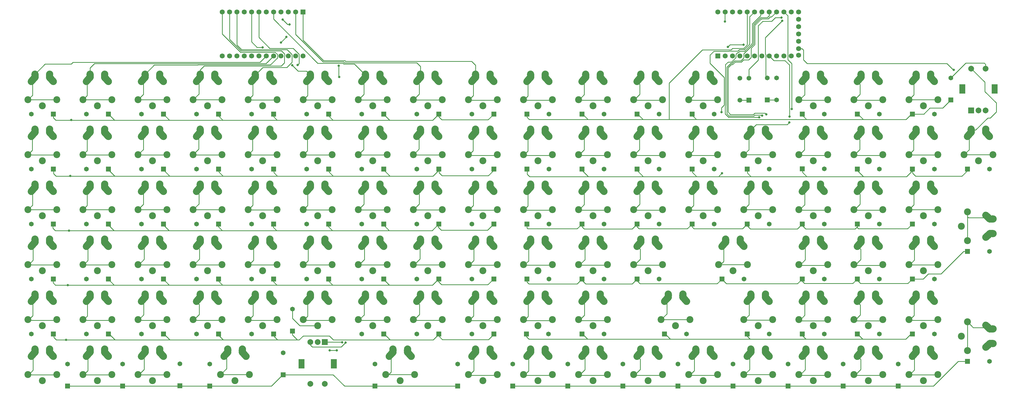
<source format=gbr>
%TF.GenerationSoftware,KiCad,Pcbnew,(5.1.6)-1*%
%TF.CreationDate,2021-03-17T18:03:01-05:00*%
%TF.ProjectId,ThreeToOne,54687265-6554-46f4-9f6e-652e6b696361,rev?*%
%TF.SameCoordinates,Original*%
%TF.FileFunction,Copper,L1,Top*%
%TF.FilePolarity,Positive*%
%FSLAX46Y46*%
G04 Gerber Fmt 4.6, Leading zero omitted, Abs format (unit mm)*
G04 Created by KiCad (PCBNEW (5.1.6)-1) date 2021-03-17 18:03:01*
%MOMM*%
%LPD*%
G01*
G04 APERTURE LIST*
%TA.AperFunction,ComponentPad*%
%ADD10C,1.651000*%
%TD*%
%TA.AperFunction,ComponentPad*%
%ADD11R,1.651000X1.651000*%
%TD*%
%TA.AperFunction,Conductor*%
%ADD12C,2.400000*%
%TD*%
%TA.AperFunction,ComponentPad*%
%ADD13C,2.000000*%
%TD*%
%TA.AperFunction,ComponentPad*%
%ADD14C,1.752600*%
%TD*%
%TA.AperFunction,ComponentPad*%
%ADD15R,1.752600X1.752600*%
%TD*%
%TA.AperFunction,ComponentPad*%
%ADD16R,2.000000X2.000000*%
%TD*%
%TA.AperFunction,ComponentPad*%
%ADD17R,2.000000X3.200000*%
%TD*%
%TA.AperFunction,ViaPad*%
%ADD18C,0.800000*%
%TD*%
%TA.AperFunction,Conductor*%
%ADD19C,0.250000*%
%TD*%
G04 APERTURE END LIST*
D10*
%TO.P,R1,2*%
%TO.N,Net-(LED1-Pad2)*%
X470693750Y-154622500D03*
%TO.P,R1,1*%
%TO.N,E2GND*%
X470693750Y-147002500D03*
%TD*%
%TO.P,R0,2*%
%TO.N,Net-(LED0-Pad2)*%
X457993750Y-154781250D03*
%TO.P,R0,1*%
%TO.N,E2GND*%
X457993750Y-147161250D03*
%TD*%
D11*
%TO.P,LED1,2*%
%TO.N,Net-(LED1-Pad2)*%
X467518750Y-154622500D03*
D10*
%TO.P,LED1,1*%
%TO.N,Net-(LED1-Pad1)*%
X467518750Y-147002500D03*
%TD*%
D11*
%TO.P,LED0,2*%
%TO.N,Net-(LED0-Pad2)*%
X461168750Y-154781250D03*
D10*
%TO.P,LED0,1*%
%TO.N,Net-(LED0-Pad1)*%
X461168750Y-147161250D03*
%TD*%
D12*
%TO.N,Col3*%
%TO.C,SW4*%
X268843750Y-154612500D03*
%TO.N,Net-(D4-Pad1)*%
X273843750Y-156712500D03*
%TO.N,Col3*%
X278843750Y-154612500D03*
D13*
%TD*%
%TO.P,SW4,1*%
%TO.N,Col3*%
X278843750Y-154612500D03*
%TO.P,SW4,2*%
%TO.N,Net-(D4-Pad1)*%
X273843750Y-156712500D03*
%TO.P,SW4,1*%
%TO.N,Col3*%
X268843750Y-154612500D03*
%TD*%
%TO.N,Net-(D4-Pad1)*%
%TO.C,SW4*%
%TA.AperFunction,Conductor*%
G36*
G01*
X275096873Y-146227497D02*
X275136416Y-145647465D01*
G75*
G02*
X276468540Y-144485379I1247105J-85019D01*
G01*
X276468540Y-144485379D01*
G75*
G02*
X277630626Y-145817503I-85019J-1247105D01*
G01*
X277591084Y-146397535D01*
G75*
G02*
X276258960Y-147559621I-1247105J85019D01*
G01*
X276258960Y-147559621D01*
G75*
G02*
X275096874Y-146227497I85019J1247105D01*
G01*
G37*
%TD.AperFunction*%
%TO.P,SW4,2*%
%TO.N,Net-(D4-Pad1)*%
X276383750Y-145732500D03*
%TO.P,SW4,1*%
%TO.N,Col3*%
X271343750Y-146812500D03*
%TO.P,SW4,2*%
%TO.N,Net-(D4-Pad1)*%
X276343750Y-146312500D03*
%TO.P,SW4,1*%
%TO.N,Col3*%
X270033750Y-148272500D03*
%TO.P,SW4,2*%
%TO.N,Net-(D4-Pad1)*%
X277653750Y-148272500D03*
%TD*%
%TO.N,Col3*%
%TO.C,SW4*%
%TA.AperFunction,Conductor*%
G36*
G01*
X270096416Y-146397535D02*
X270056874Y-145817503D01*
G75*
G02*
X271218960Y-144485379I1247105J85019D01*
G01*
X271218960Y-144485379D01*
G75*
G02*
X272551084Y-145647465I85019J-1247105D01*
G01*
X272590626Y-146227497D01*
G75*
G02*
X271428540Y-147559621I-1247105J-85019D01*
G01*
X271428540Y-147559621D01*
G75*
G02*
X270096416Y-146397535I-85019J1247105D01*
G01*
G37*
%TD.AperFunction*%
%TO.P,SW4,1*%
%TO.N,Col3*%
X271303750Y-145732500D03*
%TO.P,SW4,2*%
%TO.N,Net-(D4-Pad1)*%
X276343750Y-146812500D03*
%TD*%
%TO.N,Col3*%
%TO.C,SW4*%
%TA.AperFunction,Conductor*%
G36*
G01*
X272274135Y-147647286D02*
X270964144Y-149107295D01*
G75*
G02*
X269198964Y-149202893I-930389J834791D01*
G01*
X269198964Y-149202893D01*
G75*
G02*
X269103366Y-147437713I834791J930389D01*
G01*
X270413356Y-145977705D01*
G75*
G02*
X272178536Y-145882107I930389J-834791D01*
G01*
X272178536Y-145882107D01*
G75*
G02*
X272274134Y-147647287I-834791J-930389D01*
G01*
G37*
%TD.AperFunction*%
%TO.P,SW4,1*%
%TO.N,Col3*%
X271343750Y-146312500D03*
%TD*%
%TO.N,Net-(D4-Pad1)*%
%TO.C,SW4*%
%TA.AperFunction,Conductor*%
G36*
G01*
X277274144Y-145977705D02*
X278584134Y-147437713D01*
G75*
G02*
X278488536Y-149202893I-930389J-834791D01*
G01*
X278488536Y-149202893D01*
G75*
G02*
X276723356Y-149107295I-834791J930389D01*
G01*
X275413366Y-147647287D01*
G75*
G02*
X275508964Y-145882107I930389J834791D01*
G01*
X275508964Y-145882107D01*
G75*
G02*
X277274144Y-145977705I834791J-930389D01*
G01*
G37*
%TD.AperFunction*%
D12*
%TO.N,Col6*%
%TO.C,SW7*%
X325993750Y-154612500D03*
%TO.N,Net-(D7-Pad1)*%
X330993750Y-156712500D03*
%TO.N,Col6*%
X335993750Y-154612500D03*
D13*
%TD*%
%TO.P,SW7,1*%
%TO.N,Col6*%
X335993750Y-154612500D03*
%TO.P,SW7,2*%
%TO.N,Net-(D7-Pad1)*%
X330993750Y-156712500D03*
%TO.P,SW7,1*%
%TO.N,Col6*%
X325993750Y-154612500D03*
%TD*%
%TO.N,Net-(D7-Pad1)*%
%TO.C,SW7*%
%TA.AperFunction,Conductor*%
G36*
G01*
X332246873Y-146227497D02*
X332286416Y-145647465D01*
G75*
G02*
X333618540Y-144485379I1247105J-85019D01*
G01*
X333618540Y-144485379D01*
G75*
G02*
X334780626Y-145817503I-85019J-1247105D01*
G01*
X334741084Y-146397535D01*
G75*
G02*
X333408960Y-147559621I-1247105J85019D01*
G01*
X333408960Y-147559621D01*
G75*
G02*
X332246874Y-146227497I85019J1247105D01*
G01*
G37*
%TD.AperFunction*%
%TO.P,SW7,2*%
%TO.N,Net-(D7-Pad1)*%
X333533750Y-145732500D03*
%TO.P,SW7,1*%
%TO.N,Col6*%
X328493750Y-146812500D03*
%TO.P,SW7,2*%
%TO.N,Net-(D7-Pad1)*%
X333493750Y-146312500D03*
%TO.P,SW7,1*%
%TO.N,Col6*%
X327183750Y-148272500D03*
%TO.P,SW7,2*%
%TO.N,Net-(D7-Pad1)*%
X334803750Y-148272500D03*
%TD*%
%TO.N,Col6*%
%TO.C,SW7*%
%TA.AperFunction,Conductor*%
G36*
G01*
X327246416Y-146397535D02*
X327206874Y-145817503D01*
G75*
G02*
X328368960Y-144485379I1247105J85019D01*
G01*
X328368960Y-144485379D01*
G75*
G02*
X329701084Y-145647465I85019J-1247105D01*
G01*
X329740626Y-146227497D01*
G75*
G02*
X328578540Y-147559621I-1247105J-85019D01*
G01*
X328578540Y-147559621D01*
G75*
G02*
X327246416Y-146397535I-85019J1247105D01*
G01*
G37*
%TD.AperFunction*%
%TO.P,SW7,1*%
%TO.N,Col6*%
X328453750Y-145732500D03*
%TO.P,SW7,2*%
%TO.N,Net-(D7-Pad1)*%
X333493750Y-146812500D03*
%TD*%
%TO.N,Col6*%
%TO.C,SW7*%
%TA.AperFunction,Conductor*%
G36*
G01*
X329424135Y-147647286D02*
X328114144Y-149107295D01*
G75*
G02*
X326348964Y-149202893I-930389J834791D01*
G01*
X326348964Y-149202893D01*
G75*
G02*
X326253366Y-147437713I834791J930389D01*
G01*
X327563356Y-145977705D01*
G75*
G02*
X329328536Y-145882107I930389J-834791D01*
G01*
X329328536Y-145882107D01*
G75*
G02*
X329424134Y-147647287I-834791J-930389D01*
G01*
G37*
%TD.AperFunction*%
%TO.P,SW7,1*%
%TO.N,Col6*%
X328493750Y-146312500D03*
%TD*%
%TO.N,Net-(D7-Pad1)*%
%TO.C,SW7*%
%TA.AperFunction,Conductor*%
G36*
G01*
X334424144Y-145977705D02*
X335734134Y-147437713D01*
G75*
G02*
X335638536Y-149202893I-930389J-834791D01*
G01*
X335638536Y-149202893D01*
G75*
G02*
X333873356Y-149107295I-834791J930389D01*
G01*
X332563366Y-147647287D01*
G75*
G02*
X332658964Y-145882107I930389J834791D01*
G01*
X332658964Y-145882107D01*
G75*
G02*
X334424144Y-145977705I834791J-930389D01*
G01*
G37*
%TD.AperFunction*%
D12*
%TO.N,Col5*%
%TO.C,SW6*%
X306943750Y-154612500D03*
%TO.N,Net-(D6-Pad1)*%
X311943750Y-156712500D03*
%TO.N,Col5*%
X316943750Y-154612500D03*
D13*
%TD*%
%TO.P,SW6,1*%
%TO.N,Col5*%
X316943750Y-154612500D03*
%TO.P,SW6,2*%
%TO.N,Net-(D6-Pad1)*%
X311943750Y-156712500D03*
%TO.P,SW6,1*%
%TO.N,Col5*%
X306943750Y-154612500D03*
%TD*%
%TO.N,Net-(D6-Pad1)*%
%TO.C,SW6*%
%TA.AperFunction,Conductor*%
G36*
G01*
X313196873Y-146227497D02*
X313236416Y-145647465D01*
G75*
G02*
X314568540Y-144485379I1247105J-85019D01*
G01*
X314568540Y-144485379D01*
G75*
G02*
X315730626Y-145817503I-85019J-1247105D01*
G01*
X315691084Y-146397535D01*
G75*
G02*
X314358960Y-147559621I-1247105J85019D01*
G01*
X314358960Y-147559621D01*
G75*
G02*
X313196874Y-146227497I85019J1247105D01*
G01*
G37*
%TD.AperFunction*%
%TO.P,SW6,2*%
%TO.N,Net-(D6-Pad1)*%
X314483750Y-145732500D03*
%TO.P,SW6,1*%
%TO.N,Col5*%
X309443750Y-146812500D03*
%TO.P,SW6,2*%
%TO.N,Net-(D6-Pad1)*%
X314443750Y-146312500D03*
%TO.P,SW6,1*%
%TO.N,Col5*%
X308133750Y-148272500D03*
%TO.P,SW6,2*%
%TO.N,Net-(D6-Pad1)*%
X315753750Y-148272500D03*
%TD*%
%TO.N,Col5*%
%TO.C,SW6*%
%TA.AperFunction,Conductor*%
G36*
G01*
X308196416Y-146397535D02*
X308156874Y-145817503D01*
G75*
G02*
X309318960Y-144485379I1247105J85019D01*
G01*
X309318960Y-144485379D01*
G75*
G02*
X310651084Y-145647465I85019J-1247105D01*
G01*
X310690626Y-146227497D01*
G75*
G02*
X309528540Y-147559621I-1247105J-85019D01*
G01*
X309528540Y-147559621D01*
G75*
G02*
X308196416Y-146397535I-85019J1247105D01*
G01*
G37*
%TD.AperFunction*%
%TO.P,SW6,1*%
%TO.N,Col5*%
X309403750Y-145732500D03*
%TO.P,SW6,2*%
%TO.N,Net-(D6-Pad1)*%
X314443750Y-146812500D03*
%TD*%
%TO.N,Col5*%
%TO.C,SW6*%
%TA.AperFunction,Conductor*%
G36*
G01*
X310374135Y-147647286D02*
X309064144Y-149107295D01*
G75*
G02*
X307298964Y-149202893I-930389J834791D01*
G01*
X307298964Y-149202893D01*
G75*
G02*
X307203366Y-147437713I834791J930389D01*
G01*
X308513356Y-145977705D01*
G75*
G02*
X310278536Y-145882107I930389J-834791D01*
G01*
X310278536Y-145882107D01*
G75*
G02*
X310374134Y-147647287I-834791J-930389D01*
G01*
G37*
%TD.AperFunction*%
%TO.P,SW6,1*%
%TO.N,Col5*%
X309443750Y-146312500D03*
%TD*%
%TO.N,Net-(D6-Pad1)*%
%TO.C,SW6*%
%TA.AperFunction,Conductor*%
G36*
G01*
X315374144Y-145977705D02*
X316684134Y-147437713D01*
G75*
G02*
X316588536Y-149202893I-930389J-834791D01*
G01*
X316588536Y-149202893D01*
G75*
G02*
X314823356Y-149107295I-834791J930389D01*
G01*
X313513366Y-147647287D01*
G75*
G02*
X313608964Y-145882107I930389J834791D01*
G01*
X313608964Y-145882107D01*
G75*
G02*
X315374144Y-145977705I834791J-930389D01*
G01*
G37*
%TD.AperFunction*%
D14*
%TO.P,U2,25*%
%TO.N,E3*%
X478313750Y-136842500D03*
%TO.P,U2,26*%
%TO.N,E4*%
X478313750Y-134302500D03*
%TO.P,U2,27*%
%TO.N,N/C*%
X478313750Y-131762500D03*
%TO.P,U2,28*%
X478313750Y-129222500D03*
%TO.P,U2,29*%
X478313750Y-126682500D03*
%TO.P,U2,24*%
X450373750Y-124142500D03*
%TO.P,U2,12*%
%TO.N,Col17*%
X478313750Y-139153900D03*
%TO.P,U2,23*%
%TO.N,E2GND*%
X452913750Y-124142500D03*
%TO.P,U2,22*%
%TO.N,N/C*%
X455453750Y-124142500D03*
%TO.P,U2,21*%
%TO.N,TRRSVcc*%
X457993750Y-124142500D03*
%TO.P,U2,20*%
%TO.N,Row6*%
X460533750Y-124142500D03*
%TO.P,U2,19*%
%TO.N,Row7*%
X463073750Y-124142500D03*
%TO.P,U2,18*%
%TO.N,Row11*%
X465613750Y-124142500D03*
%TO.P,U2,17*%
%TO.N,Row10*%
X468153750Y-124142500D03*
%TO.P,U2,16*%
%TO.N,Row9*%
X470693750Y-124142500D03*
%TO.P,U2,15*%
%TO.N,Row8*%
X473233750Y-124142500D03*
%TO.P,U2,14*%
%TO.N,Net-(LED0-Pad1)*%
X475773750Y-124142500D03*
%TO.P,U2,13*%
%TO.N,Net-(LED1-Pad1)*%
X478313750Y-124142500D03*
%TO.P,U2,11*%
%TO.N,Col16*%
X475773750Y-139382500D03*
%TO.P,U2,10*%
%TO.N,Col15*%
X473233750Y-139382500D03*
%TO.P,U2,9*%
%TO.N,Col14*%
X470693750Y-139382500D03*
%TO.P,U2,8*%
%TO.N,Col13*%
X468153750Y-139382500D03*
%TO.P,U2,7*%
%TO.N,Col12*%
X465613750Y-139382500D03*
%TO.P,U2,6*%
%TO.N,TRRSComm*%
X463073750Y-139382500D03*
%TO.P,U2,5*%
%TO.N,Col11*%
X460533750Y-139382500D03*
%TO.P,U2,4*%
%TO.N,TRRSGnd*%
X457993750Y-139382500D03*
%TO.P,U2,3*%
%TO.N,N/C*%
X455453750Y-139382500D03*
%TO.P,U2,2*%
%TO.N,Col10*%
X452913750Y-139382500D03*
D15*
%TO.P,U2,1*%
%TO.N,Col9*%
X450373750Y-139382500D03*
%TD*%
D14*
%TO.P,U1,24*%
%TO.N,N/C*%
X306863750Y-139382500D03*
%TO.P,U1,12*%
%TO.N,Col2*%
X278923750Y-124142500D03*
%TO.P,U1,23*%
%TO.N,EGND1*%
X304323750Y-139382500D03*
%TO.P,U1,22*%
%TO.N,N/C*%
X301783750Y-139382500D03*
%TO.P,U1,21*%
%TO.N,TRRSVcc*%
X299243750Y-139382500D03*
%TO.P,U1,20*%
%TO.N,Col1*%
X296703750Y-139382500D03*
%TO.P,U1,19*%
%TO.N,Col0*%
X294163750Y-139382500D03*
%TO.P,U1,18*%
%TO.N,Row0*%
X291623750Y-139382500D03*
%TO.P,U1,17*%
%TO.N,Row1*%
X289083750Y-139382500D03*
%TO.P,U1,16*%
%TO.N,Row2*%
X286543750Y-139382500D03*
%TO.P,U1,15*%
%TO.N,Row3*%
X284003750Y-139382500D03*
%TO.P,U1,14*%
%TO.N,Row4*%
X281463750Y-139382500D03*
%TO.P,U1,13*%
%TO.N,Row5*%
X278923750Y-139382500D03*
%TO.P,U1,11*%
%TO.N,Col3*%
X281463750Y-124142500D03*
%TO.P,U1,10*%
%TO.N,Col4*%
X284003750Y-124142500D03*
%TO.P,U1,9*%
%TO.N,Col5*%
X286543750Y-124142500D03*
%TO.P,U1,8*%
%TO.N,E1*%
X289083750Y-124142500D03*
%TO.P,U1,7*%
%TO.N,E2*%
X291623750Y-124142500D03*
%TO.P,U1,6*%
%TO.N,TRRSComm*%
X294163750Y-124142500D03*
%TO.P,U1,5*%
%TO.N,Col6*%
X296703750Y-124142500D03*
%TO.P,U1,4*%
%TO.N,TRRSGnd*%
X299243750Y-124142500D03*
%TO.P,U1,3*%
%TO.N,N/C*%
X301783750Y-124142500D03*
%TO.P,U1,2*%
%TO.N,Col7*%
X304323750Y-124142500D03*
D15*
%TO.P,U1,1*%
%TO.N,Col8*%
X306863750Y-124142500D03*
%TD*%
D12*
%TO.N,Col16*%
%TO.C,SW69*%
X516493750Y-211762500D03*
%TO.N,Net-(D69-Pad1)*%
X521493750Y-213862500D03*
%TO.N,Col16*%
X526493750Y-211762500D03*
D13*
%TD*%
%TO.P,SW69,1*%
%TO.N,Col16*%
X526493750Y-211762500D03*
%TO.P,SW69,2*%
%TO.N,Net-(D69-Pad1)*%
X521493750Y-213862500D03*
%TO.P,SW69,1*%
%TO.N,Col16*%
X516493750Y-211762500D03*
%TD*%
%TO.N,Net-(D69-Pad1)*%
%TO.C,SW69*%
%TA.AperFunction,Conductor*%
G36*
G01*
X522746873Y-203377497D02*
X522786416Y-202797465D01*
G75*
G02*
X524118540Y-201635379I1247105J-85019D01*
G01*
X524118540Y-201635379D01*
G75*
G02*
X525280626Y-202967503I-85019J-1247105D01*
G01*
X525241084Y-203547535D01*
G75*
G02*
X523908960Y-204709621I-1247105J85019D01*
G01*
X523908960Y-204709621D01*
G75*
G02*
X522746874Y-203377497I85019J1247105D01*
G01*
G37*
%TD.AperFunction*%
%TO.P,SW69,2*%
%TO.N,Net-(D69-Pad1)*%
X524033750Y-202882500D03*
%TO.P,SW69,1*%
%TO.N,Col16*%
X518993750Y-203962500D03*
%TO.P,SW69,2*%
%TO.N,Net-(D69-Pad1)*%
X523993750Y-203462500D03*
%TO.P,SW69,1*%
%TO.N,Col16*%
X517683750Y-205422500D03*
%TO.P,SW69,2*%
%TO.N,Net-(D69-Pad1)*%
X525303750Y-205422500D03*
%TD*%
%TO.N,Col16*%
%TO.C,SW69*%
%TA.AperFunction,Conductor*%
G36*
G01*
X517746416Y-203547535D02*
X517706874Y-202967503D01*
G75*
G02*
X518868960Y-201635379I1247105J85019D01*
G01*
X518868960Y-201635379D01*
G75*
G02*
X520201084Y-202797465I85019J-1247105D01*
G01*
X520240626Y-203377497D01*
G75*
G02*
X519078540Y-204709621I-1247105J-85019D01*
G01*
X519078540Y-204709621D01*
G75*
G02*
X517746416Y-203547535I-85019J1247105D01*
G01*
G37*
%TD.AperFunction*%
%TO.P,SW69,1*%
%TO.N,Col16*%
X518953750Y-202882500D03*
%TO.P,SW69,2*%
%TO.N,Net-(D69-Pad1)*%
X523993750Y-203962500D03*
%TD*%
%TO.N,Col16*%
%TO.C,SW69*%
%TA.AperFunction,Conductor*%
G36*
G01*
X519924135Y-204797286D02*
X518614144Y-206257295D01*
G75*
G02*
X516848964Y-206352893I-930389J834791D01*
G01*
X516848964Y-206352893D01*
G75*
G02*
X516753366Y-204587713I834791J930389D01*
G01*
X518063356Y-203127705D01*
G75*
G02*
X519828536Y-203032107I930389J-834791D01*
G01*
X519828536Y-203032107D01*
G75*
G02*
X519924134Y-204797287I-834791J-930389D01*
G01*
G37*
%TD.AperFunction*%
%TO.P,SW69,1*%
%TO.N,Col16*%
X518993750Y-203462500D03*
%TD*%
%TO.N,Net-(D69-Pad1)*%
%TO.C,SW69*%
%TA.AperFunction,Conductor*%
G36*
G01*
X524924144Y-203127705D02*
X526234134Y-204587713D01*
G75*
G02*
X526138536Y-206352893I-930389J-834791D01*
G01*
X526138536Y-206352893D01*
G75*
G02*
X524373356Y-206257295I-834791J930389D01*
G01*
X523063366Y-204797287D01*
G75*
G02*
X523158964Y-203032107I930389J834791D01*
G01*
X523158964Y-203032107D01*
G75*
G02*
X524924144Y-203127705I834791J-930389D01*
G01*
G37*
%TD.AperFunction*%
D11*
%TO.P,D101,2*%
%TO.N,Row11*%
X512762500Y-253841250D03*
D10*
%TO.P,D101,1*%
%TO.N,Net-(D101-Pad1)*%
X512762500Y-246221250D03*
%TD*%
D11*
%TO.P,D100,2*%
%TO.N,Row11*%
X493712500Y-253841250D03*
D10*
%TO.P,D100,1*%
%TO.N,Net-(D100-Pad1)*%
X493712500Y-246221250D03*
%TD*%
D11*
%TO.P,D99,2*%
%TO.N,Row11*%
X474662500Y-253841250D03*
D10*
%TO.P,D99,1*%
%TO.N,Net-(D99-Pad1)*%
X474662500Y-246221250D03*
%TD*%
D11*
%TO.P,D98,2*%
%TO.N,Row11*%
X455612500Y-253841250D03*
D10*
%TO.P,D98,1*%
%TO.N,Net-(D98-Pad1)*%
X455612500Y-246221250D03*
%TD*%
D11*
%TO.P,D97,2*%
%TO.N,Row11*%
X436562500Y-253841250D03*
D10*
%TO.P,D97,1*%
%TO.N,Net-(D97-Pad1)*%
X436562500Y-246221250D03*
%TD*%
D11*
%TO.P,D96,2*%
%TO.N,Row11*%
X417512500Y-253841250D03*
D10*
%TO.P,D96,1*%
%TO.N,Net-(D96-Pad1)*%
X417512500Y-246221250D03*
%TD*%
D11*
%TO.P,D95,2*%
%TO.N,Row11*%
X398462500Y-253841250D03*
D10*
%TO.P,D95,1*%
%TO.N,Net-(D95-Pad1)*%
X398462500Y-246221250D03*
%TD*%
D11*
%TO.P,D94,2*%
%TO.N,Row11*%
X379412500Y-253841250D03*
D10*
%TO.P,D94,1*%
%TO.N,Net-(D94-Pad1)*%
X379412500Y-246221250D03*
%TD*%
D11*
%TO.P,D93,2*%
%TO.N,Row5*%
X360362500Y-253841250D03*
D10*
%TO.P,D93,1*%
%TO.N,Net-(D93-Pad1)*%
X360362500Y-246221250D03*
%TD*%
D11*
%TO.P,D92,2*%
%TO.N,Row5*%
X331787500Y-253841250D03*
D10*
%TO.P,D92,1*%
%TO.N,Net-(D92-Pad1)*%
X331787500Y-246221250D03*
%TD*%
D11*
%TO.P,D91,2*%
%TO.N,Row5*%
X300037500Y-249872500D03*
D10*
%TO.P,D91,1*%
%TO.N,Net-(D91-Pad1)*%
X300037500Y-242252500D03*
%TD*%
D11*
%TO.P,D90,2*%
%TO.N,Row5*%
X274637500Y-253841250D03*
D10*
%TO.P,D90,1*%
%TO.N,Net-(D90-Pad1)*%
X274637500Y-246221250D03*
%TD*%
D11*
%TO.P,D89,2*%
%TO.N,Row5*%
X264318750Y-253682500D03*
D10*
%TO.P,D89,1*%
%TO.N,Net-(D89-Pad1)*%
X264318750Y-246062500D03*
%TD*%
D11*
%TO.P,D88,2*%
%TO.N,Row5*%
X244475000Y-253841250D03*
D10*
%TO.P,D88,1*%
%TO.N,Net-(D88-Pad1)*%
X244475000Y-246221250D03*
%TD*%
D11*
%TO.P,D87,2*%
%TO.N,Row5*%
X225425000Y-253841250D03*
D10*
%TO.P,D87,1*%
%TO.N,Net-(D87-Pad1)*%
X225425000Y-246221250D03*
%TD*%
D11*
%TO.P,D86,2*%
%TO.N,Row11*%
X536733750Y-245268750D03*
D10*
%TO.P,D86,1*%
%TO.N,Net-(D86-Pad1)*%
X544353750Y-245268750D03*
%TD*%
D11*
%TO.P,D85,2*%
%TO.N,Row10*%
X517683750Y-235743750D03*
D10*
%TO.P,D85,1*%
%TO.N,Net-(D85-Pad1)*%
X525303750Y-235743750D03*
%TD*%
D11*
%TO.P,D84,2*%
%TO.N,Row10*%
X498633750Y-235743750D03*
D10*
%TO.P,D84,1*%
%TO.N,Net-(D84-Pad1)*%
X506253750Y-235743750D03*
%TD*%
D11*
%TO.P,D83,2*%
%TO.N,Row10*%
X479583750Y-235743750D03*
D10*
%TO.P,D83,1*%
%TO.N,Net-(D83-Pad1)*%
X487203750Y-235743750D03*
%TD*%
D11*
%TO.P,D82,2*%
%TO.N,Row10*%
X460533750Y-235743750D03*
D10*
%TO.P,D82,1*%
%TO.N,Net-(D82-Pad1)*%
X468153750Y-235743750D03*
%TD*%
D11*
%TO.P,D81,2*%
%TO.N,Row10*%
X431958750Y-235743750D03*
D10*
%TO.P,D81,1*%
%TO.N,Net-(D81-Pad1)*%
X439578750Y-235743750D03*
%TD*%
D11*
%TO.P,D80,2*%
%TO.N,Row10*%
X403383750Y-235743750D03*
D10*
%TO.P,D80,1*%
%TO.N,Net-(D80-Pad1)*%
X411003750Y-235743750D03*
%TD*%
D11*
%TO.P,D79,2*%
%TO.N,Row10*%
X384175000Y-235743750D03*
D10*
%TO.P,D79,1*%
%TO.N,Net-(D79-Pad1)*%
X391795000Y-235743750D03*
%TD*%
D11*
%TO.P,D78,2*%
%TO.N,Row4*%
X372903750Y-235743750D03*
D10*
%TO.P,D78,1*%
%TO.N,Net-(D78-Pad1)*%
X365283750Y-235743750D03*
%TD*%
D11*
%TO.P,D77,2*%
%TO.N,Row4*%
X353853750Y-235743750D03*
D10*
%TO.P,D77,1*%
%TO.N,Net-(D77-Pad1)*%
X346233750Y-235743750D03*
%TD*%
D11*
%TO.P,D76,2*%
%TO.N,Row4*%
X334803750Y-235743750D03*
D10*
%TO.P,D76,1*%
%TO.N,Net-(D76-Pad1)*%
X327183750Y-235743750D03*
%TD*%
D11*
%TO.P,D75,2*%
%TO.N,Row4*%
X303212500Y-234791250D03*
D10*
%TO.P,D75,1*%
%TO.N,Net-(D75-Pad1)*%
X303212500Y-227171250D03*
%TD*%
D11*
%TO.P,D74,2*%
%TO.N,Row4*%
X296703750Y-235743750D03*
D10*
%TO.P,D74,1*%
%TO.N,Net-(D74-Pad1)*%
X289083750Y-235743750D03*
%TD*%
D11*
%TO.P,D73,2*%
%TO.N,Row4*%
X277653750Y-235743750D03*
D10*
%TO.P,D73,1*%
%TO.N,Net-(D73-Pad1)*%
X270033750Y-235743750D03*
%TD*%
D11*
%TO.P,D72,2*%
%TO.N,Row4*%
X258603750Y-235743750D03*
D10*
%TO.P,D72,1*%
%TO.N,Net-(D72-Pad1)*%
X250983750Y-235743750D03*
%TD*%
D11*
%TO.P,D71,2*%
%TO.N,Row4*%
X239553750Y-235743750D03*
D10*
%TO.P,D71,1*%
%TO.N,Net-(D71-Pad1)*%
X231933750Y-235743750D03*
%TD*%
D11*
%TO.P,D70,2*%
%TO.N,Row4*%
X220503750Y-235743750D03*
D10*
%TO.P,D70,1*%
%TO.N,Net-(D70-Pad1)*%
X212883750Y-235743750D03*
%TD*%
D11*
%TO.P,D69,2*%
%TO.N,Row9*%
X517683750Y-216693750D03*
D10*
%TO.P,D69,1*%
%TO.N,Net-(D69-Pad1)*%
X525303750Y-216693750D03*
%TD*%
D11*
%TO.P,D68,2*%
%TO.N,Row9*%
X498633750Y-216693750D03*
D10*
%TO.P,D68,1*%
%TO.N,Net-(D68-Pad1)*%
X506253750Y-216693750D03*
%TD*%
D11*
%TO.P,D67,2*%
%TO.N,Row9*%
X479583750Y-216693750D03*
D10*
%TO.P,D67,1*%
%TO.N,Net-(D67-Pad1)*%
X487203750Y-216693750D03*
%TD*%
D11*
%TO.P,D66,2*%
%TO.N,Row9*%
X451802500Y-216693750D03*
D10*
%TO.P,D66,1*%
%TO.N,Net-(D66-Pad1)*%
X459422500Y-216693750D03*
%TD*%
D11*
%TO.P,D65,2*%
%TO.N,Row9*%
X422433750Y-216693750D03*
D10*
%TO.P,D65,1*%
%TO.N,Net-(D65-Pad1)*%
X430053750Y-216693750D03*
%TD*%
D11*
%TO.P,D64,2*%
%TO.N,Row9*%
X403383750Y-216693750D03*
D10*
%TO.P,D64,1*%
%TO.N,Net-(D64-Pad1)*%
X411003750Y-216693750D03*
%TD*%
D11*
%TO.P,D63,2*%
%TO.N,Row9*%
X384333750Y-216693750D03*
D10*
%TO.P,D63,1*%
%TO.N,Net-(D63-Pad1)*%
X391953750Y-216693750D03*
%TD*%
D11*
%TO.P,D62,2*%
%TO.N,Row3*%
X372903750Y-216693750D03*
D10*
%TO.P,D62,1*%
%TO.N,Net-(D62-Pad1)*%
X365283750Y-216693750D03*
%TD*%
D11*
%TO.P,D61,2*%
%TO.N,Row3*%
X353853750Y-216693750D03*
D10*
%TO.P,D61,1*%
%TO.N,Net-(D61-Pad1)*%
X346233750Y-216693750D03*
%TD*%
D11*
%TO.P,D60,2*%
%TO.N,Row3*%
X334803750Y-216693750D03*
D10*
%TO.P,D60,1*%
%TO.N,Net-(D60-Pad1)*%
X327183750Y-216693750D03*
%TD*%
D11*
%TO.P,D59,2*%
%TO.N,Row3*%
X315753750Y-216693750D03*
D10*
%TO.P,D59,1*%
%TO.N,Net-(D59-Pad1)*%
X308133750Y-216693750D03*
%TD*%
D11*
%TO.P,D58,2*%
%TO.N,Row3*%
X296703750Y-216693750D03*
D10*
%TO.P,D58,1*%
%TO.N,Net-(D58-Pad1)*%
X289083750Y-216693750D03*
%TD*%
D11*
%TO.P,D57,2*%
%TO.N,Row3*%
X277653750Y-216693750D03*
D10*
%TO.P,D57,1*%
%TO.N,Net-(D57-Pad1)*%
X270033750Y-216693750D03*
%TD*%
D11*
%TO.P,D56,2*%
%TO.N,Row3*%
X258603750Y-216693750D03*
D10*
%TO.P,D56,1*%
%TO.N,Net-(D56-Pad1)*%
X250983750Y-216693750D03*
%TD*%
D11*
%TO.P,D55,2*%
%TO.N,Row3*%
X239553750Y-216693750D03*
D10*
%TO.P,D55,1*%
%TO.N,Net-(D55-Pad1)*%
X231933750Y-216693750D03*
%TD*%
D11*
%TO.P,D54,2*%
%TO.N,Row3*%
X220503750Y-216693750D03*
D10*
%TO.P,D54,1*%
%TO.N,Net-(D54-Pad1)*%
X212883750Y-216693750D03*
%TD*%
D11*
%TO.P,D53,2*%
%TO.N,Row9*%
X536733750Y-207168750D03*
D10*
%TO.P,D53,1*%
%TO.N,Net-(D53-Pad1)*%
X544353750Y-207168750D03*
%TD*%
D11*
%TO.P,D52,2*%
%TO.N,Row8*%
X517683750Y-197643750D03*
D10*
%TO.P,D52,1*%
%TO.N,Net-(D52-Pad1)*%
X525303750Y-197643750D03*
%TD*%
D11*
%TO.P,D51,2*%
%TO.N,Row8*%
X498633750Y-197643750D03*
D10*
%TO.P,D51,1*%
%TO.N,Net-(D51-Pad1)*%
X506253750Y-197643750D03*
%TD*%
D11*
%TO.P,D50,2*%
%TO.N,Row8*%
X479583750Y-197643750D03*
D10*
%TO.P,D50,1*%
%TO.N,Net-(D50-Pad1)*%
X487203750Y-197643750D03*
%TD*%
D11*
%TO.P,D49,2*%
%TO.N,Row8*%
X460533750Y-197643750D03*
D10*
%TO.P,D49,1*%
%TO.N,Net-(D49-Pad1)*%
X468153750Y-197643750D03*
%TD*%
D11*
%TO.P,D48,2*%
%TO.N,Row8*%
X441483750Y-197643750D03*
D10*
%TO.P,D48,1*%
%TO.N,Net-(D48-Pad1)*%
X449103750Y-197643750D03*
%TD*%
D11*
%TO.P,D47,2*%
%TO.N,Row8*%
X422433750Y-197643750D03*
D10*
%TO.P,D47,1*%
%TO.N,Net-(D47-Pad1)*%
X430053750Y-197643750D03*
%TD*%
D11*
%TO.P,D46,2*%
%TO.N,Row8*%
X403383750Y-197643750D03*
D10*
%TO.P,D46,1*%
%TO.N,Net-(D46-Pad1)*%
X411003750Y-197643750D03*
%TD*%
D11*
%TO.P,D45,2*%
%TO.N,Row8*%
X384333750Y-197643750D03*
D10*
%TO.P,D45,1*%
%TO.N,Net-(D45-Pad1)*%
X391953750Y-197643750D03*
%TD*%
D11*
%TO.P,D44,2*%
%TO.N,Row2*%
X372903750Y-197643750D03*
D10*
%TO.P,D44,1*%
%TO.N,Net-(D44-Pad1)*%
X365283750Y-197643750D03*
%TD*%
D11*
%TO.P,D43,2*%
%TO.N,Row2*%
X353853750Y-197643750D03*
D10*
%TO.P,D43,1*%
%TO.N,Net-(D43-Pad1)*%
X346233750Y-197643750D03*
%TD*%
D11*
%TO.P,D42,2*%
%TO.N,Row2*%
X334803750Y-197643750D03*
D10*
%TO.P,D42,1*%
%TO.N,Net-(D42-Pad1)*%
X327183750Y-197643750D03*
%TD*%
D11*
%TO.P,D41,2*%
%TO.N,Row2*%
X315753750Y-197643750D03*
D10*
%TO.P,D41,1*%
%TO.N,Net-(D41-Pad1)*%
X308133750Y-197643750D03*
%TD*%
D11*
%TO.P,D40,2*%
%TO.N,Row2*%
X296703750Y-197643750D03*
D10*
%TO.P,D40,1*%
%TO.N,Net-(D40-Pad1)*%
X289083750Y-197643750D03*
%TD*%
D11*
%TO.P,D39,2*%
%TO.N,Row2*%
X277653750Y-197643750D03*
D10*
%TO.P,D39,1*%
%TO.N,Net-(D39-Pad1)*%
X270033750Y-197643750D03*
%TD*%
D11*
%TO.P,D38,2*%
%TO.N,Row2*%
X258603750Y-197643750D03*
D10*
%TO.P,D38,1*%
%TO.N,Net-(D38-Pad1)*%
X250983750Y-197643750D03*
%TD*%
D11*
%TO.P,D37,2*%
%TO.N,Row2*%
X239553750Y-197643750D03*
D10*
%TO.P,D37,1*%
%TO.N,Net-(D37-Pad1)*%
X231933750Y-197643750D03*
%TD*%
D11*
%TO.P,D36,2*%
%TO.N,Row2*%
X220503750Y-197643750D03*
D10*
%TO.P,D36,1*%
%TO.N,Net-(D36-Pad1)*%
X212883750Y-197643750D03*
%TD*%
D11*
%TO.P,D35,2*%
%TO.N,Row7*%
X536733750Y-178593750D03*
D10*
%TO.P,D35,1*%
%TO.N,Net-(D35-Pad1)*%
X544353750Y-178593750D03*
%TD*%
D11*
%TO.P,D34,2*%
%TO.N,Row7*%
X517683750Y-178593750D03*
D10*
%TO.P,D34,1*%
%TO.N,Net-(D34-Pad1)*%
X525303750Y-178593750D03*
%TD*%
D11*
%TO.P,D33,2*%
%TO.N,Row7*%
X498633750Y-178593750D03*
D10*
%TO.P,D33,1*%
%TO.N,Net-(D33-Pad1)*%
X506253750Y-178593750D03*
%TD*%
D11*
%TO.P,D32,2*%
%TO.N,Row7*%
X479583750Y-178520000D03*
D10*
%TO.P,D32,1*%
%TO.N,Net-(D32-Pad1)*%
X487203750Y-178520000D03*
%TD*%
D11*
%TO.P,D31,2*%
%TO.N,Row7*%
X460533750Y-178593750D03*
D10*
%TO.P,D31,1*%
%TO.N,Net-(D31-Pad1)*%
X468153750Y-178593750D03*
%TD*%
D11*
%TO.P,D30,2*%
%TO.N,Row7*%
X441483750Y-178593750D03*
D10*
%TO.P,D30,1*%
%TO.N,Net-(D30-Pad1)*%
X449103750Y-178593750D03*
%TD*%
D11*
%TO.P,D29,2*%
%TO.N,Row7*%
X422433750Y-178593750D03*
D10*
%TO.P,D29,1*%
%TO.N,Net-(D29-Pad1)*%
X430053750Y-178593750D03*
%TD*%
D11*
%TO.P,D28,2*%
%TO.N,Row7*%
X403383750Y-178593750D03*
D10*
%TO.P,D28,1*%
%TO.N,Net-(D28-Pad1)*%
X411003750Y-178593750D03*
%TD*%
D11*
%TO.P,D27,2*%
%TO.N,Row7*%
X384333750Y-178593750D03*
D10*
%TO.P,D27,1*%
%TO.N,Net-(D27-Pad1)*%
X391953750Y-178593750D03*
%TD*%
D11*
%TO.P,D26,2*%
%TO.N,Row1*%
X372903750Y-178593750D03*
D10*
%TO.P,D26,1*%
%TO.N,Net-(D26-Pad1)*%
X365283750Y-178593750D03*
%TD*%
D11*
%TO.P,D25,2*%
%TO.N,Row1*%
X353853750Y-178593750D03*
D10*
%TO.P,D25,1*%
%TO.N,Net-(D25-Pad1)*%
X346233750Y-178593750D03*
%TD*%
D11*
%TO.P,D24,2*%
%TO.N,Row1*%
X334803750Y-178593750D03*
D10*
%TO.P,D24,1*%
%TO.N,Net-(D24-Pad1)*%
X327183750Y-178593750D03*
%TD*%
D11*
%TO.P,D23,2*%
%TO.N,Row1*%
X315753750Y-178593750D03*
D10*
%TO.P,D23,1*%
%TO.N,Net-(D23-Pad1)*%
X308133750Y-178593750D03*
%TD*%
D11*
%TO.P,D22,2*%
%TO.N,Row1*%
X296703750Y-178593750D03*
D10*
%TO.P,D22,1*%
%TO.N,Net-(D22-Pad1)*%
X289083750Y-178593750D03*
%TD*%
D11*
%TO.P,D21,2*%
%TO.N,Row1*%
X277653750Y-178593750D03*
D10*
%TO.P,D21,1*%
%TO.N,Net-(D21-Pad1)*%
X270033750Y-178593750D03*
%TD*%
D11*
%TO.P,D20,2*%
%TO.N,Row1*%
X258603750Y-178593750D03*
D10*
%TO.P,D20,1*%
%TO.N,Net-(D20-Pad1)*%
X250983750Y-178593750D03*
%TD*%
D11*
%TO.P,D19,2*%
%TO.N,Row1*%
X239553750Y-178593750D03*
D10*
%TO.P,D19,1*%
%TO.N,Net-(D19-Pad1)*%
X231933750Y-178593750D03*
%TD*%
D11*
%TO.P,D18,2*%
%TO.N,Row1*%
X220503750Y-178593750D03*
D10*
%TO.P,D18,1*%
%TO.N,Net-(D18-Pad1)*%
X212883750Y-178593750D03*
%TD*%
D11*
%TO.P,D17,2*%
%TO.N,Row6*%
X531018750Y-154622500D03*
D10*
%TO.P,D17,1*%
%TO.N,Net-(D17-Pad1)*%
X531018750Y-147002500D03*
%TD*%
D11*
%TO.P,D16,2*%
%TO.N,Row6*%
X517683750Y-159543750D03*
D10*
%TO.P,D16,1*%
%TO.N,Net-(D16-Pad1)*%
X525303750Y-159543750D03*
%TD*%
D11*
%TO.P,D15,2*%
%TO.N,Row6*%
X498633750Y-159543750D03*
D10*
%TO.P,D15,1*%
%TO.N,Net-(D15-Pad1)*%
X506253750Y-159543750D03*
%TD*%
D11*
%TO.P,D14,2*%
%TO.N,Row6*%
X479583750Y-159543750D03*
D10*
%TO.P,D14,1*%
%TO.N,Net-(D14-Pad1)*%
X487203750Y-159543750D03*
%TD*%
D11*
%TO.P,D13,2*%
%TO.N,Row6*%
X441483750Y-159543750D03*
D10*
%TO.P,D13,1*%
%TO.N,Net-(D13-Pad1)*%
X449103750Y-159543750D03*
%TD*%
D11*
%TO.P,D12,2*%
%TO.N,Row6*%
X422433750Y-159543750D03*
D10*
%TO.P,D12,1*%
%TO.N,Net-(D12-Pad1)*%
X430053750Y-159543750D03*
%TD*%
D11*
%TO.P,D11,2*%
%TO.N,Row6*%
X403383750Y-159543750D03*
D10*
%TO.P,D11,1*%
%TO.N,Net-(D11-Pad1)*%
X411003750Y-159543750D03*
%TD*%
D11*
%TO.P,D10,2*%
%TO.N,Row6*%
X384333750Y-159543750D03*
D10*
%TO.P,D10,1*%
%TO.N,Net-(D10-Pad1)*%
X391953750Y-159543750D03*
%TD*%
D11*
%TO.P,D9,2*%
%TO.N,Row0*%
X372903750Y-159543750D03*
D10*
%TO.P,D9,1*%
%TO.N,Net-(D9-Pad1)*%
X365283750Y-159543750D03*
%TD*%
D11*
%TO.P,D8,2*%
%TO.N,Row0*%
X353853750Y-159543750D03*
D10*
%TO.P,D8,1*%
%TO.N,Net-(D8-Pad1)*%
X346233750Y-159543750D03*
%TD*%
D11*
%TO.P,D7,2*%
%TO.N,Row0*%
X334803750Y-159543750D03*
D10*
%TO.P,D7,1*%
%TO.N,Net-(D7-Pad1)*%
X327183750Y-159543750D03*
%TD*%
D11*
%TO.P,D6,2*%
%TO.N,Row0*%
X315753750Y-159543750D03*
D10*
%TO.P,D6,1*%
%TO.N,Net-(D6-Pad1)*%
X308133750Y-159543750D03*
%TD*%
D11*
%TO.P,D5,2*%
%TO.N,Row0*%
X296703750Y-159543750D03*
D10*
%TO.P,D5,1*%
%TO.N,Net-(D5-Pad1)*%
X289083750Y-159543750D03*
%TD*%
D11*
%TO.P,D4,2*%
%TO.N,Row0*%
X277653750Y-159543750D03*
D10*
%TO.P,D4,1*%
%TO.N,Net-(D4-Pad1)*%
X270033750Y-159543750D03*
%TD*%
D11*
%TO.P,D3,2*%
%TO.N,Row0*%
X258603750Y-159543750D03*
D10*
%TO.P,D3,1*%
%TO.N,Net-(D3-Pad1)*%
X250983750Y-159543750D03*
%TD*%
D11*
%TO.P,D2,2*%
%TO.N,Row0*%
X239553750Y-159543750D03*
D10*
%TO.P,D2,1*%
%TO.N,Net-(D2-Pad1)*%
X231933750Y-159543750D03*
%TD*%
D11*
%TO.P,D1,2*%
%TO.N,Row0*%
X220503750Y-159543750D03*
D10*
%TO.P,D1,1*%
%TO.N,Net-(D1-Pad1)*%
X212883750Y-159543750D03*
%TD*%
D16*
%TO.P,SW17,A*%
%TO.N,E3*%
X538043750Y-158312500D03*
D13*
%TO.P,SW17,C*%
%TO.N,E2GND*%
X540543750Y-158312500D03*
%TO.P,SW17,B*%
%TO.N,E4*%
X543043750Y-158312500D03*
D17*
%TO.P,SW17,MP*%
%TO.N,N/C*%
X534943750Y-150812500D03*
X546143750Y-150812500D03*
D13*
%TO.P,SW17,S2*%
%TO.N,Col17*%
X538043750Y-143812500D03*
%TO.P,SW17,S1*%
%TO.N,Net-(D17-Pad1)*%
X543043750Y-143812500D03*
%TD*%
D12*
%TO.N,Col16*%
%TO.C,SW101*%
X516493750Y-249862500D03*
%TO.N,Net-(D101-Pad1)*%
X521493750Y-251962500D03*
%TO.N,Col16*%
X526493750Y-249862500D03*
D13*
%TD*%
%TO.P,SW101,1*%
%TO.N,Col16*%
X526493750Y-249862500D03*
%TO.P,SW101,2*%
%TO.N,Net-(D101-Pad1)*%
X521493750Y-251962500D03*
%TO.P,SW101,1*%
%TO.N,Col16*%
X516493750Y-249862500D03*
%TD*%
%TO.N,Net-(D101-Pad1)*%
%TO.C,SW101*%
%TA.AperFunction,Conductor*%
G36*
G01*
X522746873Y-241477497D02*
X522786416Y-240897465D01*
G75*
G02*
X524118540Y-239735379I1247105J-85019D01*
G01*
X524118540Y-239735379D01*
G75*
G02*
X525280626Y-241067503I-85019J-1247105D01*
G01*
X525241084Y-241647535D01*
G75*
G02*
X523908960Y-242809621I-1247105J85019D01*
G01*
X523908960Y-242809621D01*
G75*
G02*
X522746874Y-241477497I85019J1247105D01*
G01*
G37*
%TD.AperFunction*%
%TO.P,SW101,2*%
%TO.N,Net-(D101-Pad1)*%
X524033750Y-240982500D03*
%TO.P,SW101,1*%
%TO.N,Col16*%
X518993750Y-242062500D03*
%TO.P,SW101,2*%
%TO.N,Net-(D101-Pad1)*%
X523993750Y-241562500D03*
%TO.P,SW101,1*%
%TO.N,Col16*%
X517683750Y-243522500D03*
%TO.P,SW101,2*%
%TO.N,Net-(D101-Pad1)*%
X525303750Y-243522500D03*
%TD*%
%TO.N,Col16*%
%TO.C,SW101*%
%TA.AperFunction,Conductor*%
G36*
G01*
X517746416Y-241647535D02*
X517706874Y-241067503D01*
G75*
G02*
X518868960Y-239735379I1247105J85019D01*
G01*
X518868960Y-239735379D01*
G75*
G02*
X520201084Y-240897465I85019J-1247105D01*
G01*
X520240626Y-241477497D01*
G75*
G02*
X519078540Y-242809621I-1247105J-85019D01*
G01*
X519078540Y-242809621D01*
G75*
G02*
X517746416Y-241647535I-85019J1247105D01*
G01*
G37*
%TD.AperFunction*%
%TO.P,SW101,1*%
%TO.N,Col16*%
X518953750Y-240982500D03*
%TO.P,SW101,2*%
%TO.N,Net-(D101-Pad1)*%
X523993750Y-242062500D03*
%TD*%
%TO.N,Col16*%
%TO.C,SW101*%
%TA.AperFunction,Conductor*%
G36*
G01*
X519924135Y-242897286D02*
X518614144Y-244357295D01*
G75*
G02*
X516848964Y-244452893I-930389J834791D01*
G01*
X516848964Y-244452893D01*
G75*
G02*
X516753366Y-242687713I834791J930389D01*
G01*
X518063356Y-241227705D01*
G75*
G02*
X519828536Y-241132107I930389J-834791D01*
G01*
X519828536Y-241132107D01*
G75*
G02*
X519924134Y-242897287I-834791J-930389D01*
G01*
G37*
%TD.AperFunction*%
%TO.P,SW101,1*%
%TO.N,Col16*%
X518993750Y-241562500D03*
%TD*%
%TO.N,Net-(D101-Pad1)*%
%TO.C,SW101*%
%TA.AperFunction,Conductor*%
G36*
G01*
X524924144Y-241227705D02*
X526234134Y-242687713D01*
G75*
G02*
X526138536Y-244452893I-930389J-834791D01*
G01*
X526138536Y-244452893D01*
G75*
G02*
X524373356Y-244357295I-834791J930389D01*
G01*
X523063366Y-242897287D01*
G75*
G02*
X523158964Y-241132107I930389J834791D01*
G01*
X523158964Y-241132107D01*
G75*
G02*
X524924144Y-241227705I834791J-930389D01*
G01*
G37*
%TD.AperFunction*%
D12*
%TO.N,Col15*%
%TO.C,SW100*%
X497443750Y-249862500D03*
%TO.N,Net-(D100-Pad1)*%
X502443750Y-251962500D03*
%TO.N,Col15*%
X507443750Y-249862500D03*
D13*
%TD*%
%TO.P,SW100,1*%
%TO.N,Col15*%
X507443750Y-249862500D03*
%TO.P,SW100,2*%
%TO.N,Net-(D100-Pad1)*%
X502443750Y-251962500D03*
%TO.P,SW100,1*%
%TO.N,Col15*%
X497443750Y-249862500D03*
%TD*%
%TO.N,Net-(D100-Pad1)*%
%TO.C,SW100*%
%TA.AperFunction,Conductor*%
G36*
G01*
X503696873Y-241477497D02*
X503736416Y-240897465D01*
G75*
G02*
X505068540Y-239735379I1247105J-85019D01*
G01*
X505068540Y-239735379D01*
G75*
G02*
X506230626Y-241067503I-85019J-1247105D01*
G01*
X506191084Y-241647535D01*
G75*
G02*
X504858960Y-242809621I-1247105J85019D01*
G01*
X504858960Y-242809621D01*
G75*
G02*
X503696874Y-241477497I85019J1247105D01*
G01*
G37*
%TD.AperFunction*%
%TO.P,SW100,2*%
%TO.N,Net-(D100-Pad1)*%
X504983750Y-240982500D03*
%TO.P,SW100,1*%
%TO.N,Col15*%
X499943750Y-242062500D03*
%TO.P,SW100,2*%
%TO.N,Net-(D100-Pad1)*%
X504943750Y-241562500D03*
%TO.P,SW100,1*%
%TO.N,Col15*%
X498633750Y-243522500D03*
%TO.P,SW100,2*%
%TO.N,Net-(D100-Pad1)*%
X506253750Y-243522500D03*
%TD*%
%TO.N,Col15*%
%TO.C,SW100*%
%TA.AperFunction,Conductor*%
G36*
G01*
X498696416Y-241647535D02*
X498656874Y-241067503D01*
G75*
G02*
X499818960Y-239735379I1247105J85019D01*
G01*
X499818960Y-239735379D01*
G75*
G02*
X501151084Y-240897465I85019J-1247105D01*
G01*
X501190626Y-241477497D01*
G75*
G02*
X500028540Y-242809621I-1247105J-85019D01*
G01*
X500028540Y-242809621D01*
G75*
G02*
X498696416Y-241647535I-85019J1247105D01*
G01*
G37*
%TD.AperFunction*%
%TO.P,SW100,1*%
%TO.N,Col15*%
X499903750Y-240982500D03*
%TO.P,SW100,2*%
%TO.N,Net-(D100-Pad1)*%
X504943750Y-242062500D03*
%TD*%
%TO.N,Col15*%
%TO.C,SW100*%
%TA.AperFunction,Conductor*%
G36*
G01*
X500874135Y-242897286D02*
X499564144Y-244357295D01*
G75*
G02*
X497798964Y-244452893I-930389J834791D01*
G01*
X497798964Y-244452893D01*
G75*
G02*
X497703366Y-242687713I834791J930389D01*
G01*
X499013356Y-241227705D01*
G75*
G02*
X500778536Y-241132107I930389J-834791D01*
G01*
X500778536Y-241132107D01*
G75*
G02*
X500874134Y-242897287I-834791J-930389D01*
G01*
G37*
%TD.AperFunction*%
%TO.P,SW100,1*%
%TO.N,Col15*%
X499943750Y-241562500D03*
%TD*%
%TO.N,Net-(D100-Pad1)*%
%TO.C,SW100*%
%TA.AperFunction,Conductor*%
G36*
G01*
X505874144Y-241227705D02*
X507184134Y-242687713D01*
G75*
G02*
X507088536Y-244452893I-930389J-834791D01*
G01*
X507088536Y-244452893D01*
G75*
G02*
X505323356Y-244357295I-834791J930389D01*
G01*
X504013366Y-242897287D01*
G75*
G02*
X504108964Y-241132107I930389J834791D01*
G01*
X504108964Y-241132107D01*
G75*
G02*
X505874144Y-241227705I834791J-930389D01*
G01*
G37*
%TD.AperFunction*%
D12*
%TO.N,Col14*%
%TO.C,SW99*%
X478393750Y-249862500D03*
%TO.N,Net-(D99-Pad1)*%
X483393750Y-251962500D03*
%TO.N,Col14*%
X488393750Y-249862500D03*
D13*
%TD*%
%TO.P,SW99,1*%
%TO.N,Col14*%
X488393750Y-249862500D03*
%TO.P,SW99,2*%
%TO.N,Net-(D99-Pad1)*%
X483393750Y-251962500D03*
%TO.P,SW99,1*%
%TO.N,Col14*%
X478393750Y-249862500D03*
%TD*%
%TO.N,Net-(D99-Pad1)*%
%TO.C,SW99*%
%TA.AperFunction,Conductor*%
G36*
G01*
X484646873Y-241477497D02*
X484686416Y-240897465D01*
G75*
G02*
X486018540Y-239735379I1247105J-85019D01*
G01*
X486018540Y-239735379D01*
G75*
G02*
X487180626Y-241067503I-85019J-1247105D01*
G01*
X487141084Y-241647535D01*
G75*
G02*
X485808960Y-242809621I-1247105J85019D01*
G01*
X485808960Y-242809621D01*
G75*
G02*
X484646874Y-241477497I85019J1247105D01*
G01*
G37*
%TD.AperFunction*%
%TO.P,SW99,2*%
%TO.N,Net-(D99-Pad1)*%
X485933750Y-240982500D03*
%TO.P,SW99,1*%
%TO.N,Col14*%
X480893750Y-242062500D03*
%TO.P,SW99,2*%
%TO.N,Net-(D99-Pad1)*%
X485893750Y-241562500D03*
%TO.P,SW99,1*%
%TO.N,Col14*%
X479583750Y-243522500D03*
%TO.P,SW99,2*%
%TO.N,Net-(D99-Pad1)*%
X487203750Y-243522500D03*
%TD*%
%TO.N,Col14*%
%TO.C,SW99*%
%TA.AperFunction,Conductor*%
G36*
G01*
X479646416Y-241647535D02*
X479606874Y-241067503D01*
G75*
G02*
X480768960Y-239735379I1247105J85019D01*
G01*
X480768960Y-239735379D01*
G75*
G02*
X482101084Y-240897465I85019J-1247105D01*
G01*
X482140626Y-241477497D01*
G75*
G02*
X480978540Y-242809621I-1247105J-85019D01*
G01*
X480978540Y-242809621D01*
G75*
G02*
X479646416Y-241647535I-85019J1247105D01*
G01*
G37*
%TD.AperFunction*%
%TO.P,SW99,1*%
%TO.N,Col14*%
X480853750Y-240982500D03*
%TO.P,SW99,2*%
%TO.N,Net-(D99-Pad1)*%
X485893750Y-242062500D03*
%TD*%
%TO.N,Col14*%
%TO.C,SW99*%
%TA.AperFunction,Conductor*%
G36*
G01*
X481824135Y-242897286D02*
X480514144Y-244357295D01*
G75*
G02*
X478748964Y-244452893I-930389J834791D01*
G01*
X478748964Y-244452893D01*
G75*
G02*
X478653366Y-242687713I834791J930389D01*
G01*
X479963356Y-241227705D01*
G75*
G02*
X481728536Y-241132107I930389J-834791D01*
G01*
X481728536Y-241132107D01*
G75*
G02*
X481824134Y-242897287I-834791J-930389D01*
G01*
G37*
%TD.AperFunction*%
%TO.P,SW99,1*%
%TO.N,Col14*%
X480893750Y-241562500D03*
%TD*%
%TO.N,Net-(D99-Pad1)*%
%TO.C,SW99*%
%TA.AperFunction,Conductor*%
G36*
G01*
X486824144Y-241227705D02*
X488134134Y-242687713D01*
G75*
G02*
X488038536Y-244452893I-930389J-834791D01*
G01*
X488038536Y-244452893D01*
G75*
G02*
X486273356Y-244357295I-834791J930389D01*
G01*
X484963366Y-242897287D01*
G75*
G02*
X485058964Y-241132107I930389J834791D01*
G01*
X485058964Y-241132107D01*
G75*
G02*
X486824144Y-241227705I834791J-930389D01*
G01*
G37*
%TD.AperFunction*%
D12*
%TO.N,Col13*%
%TO.C,SW98*%
X459343750Y-249862500D03*
%TO.N,Net-(D98-Pad1)*%
X464343750Y-251962500D03*
%TO.N,Col13*%
X469343750Y-249862500D03*
D13*
%TD*%
%TO.P,SW98,1*%
%TO.N,Col13*%
X469343750Y-249862500D03*
%TO.P,SW98,2*%
%TO.N,Net-(D98-Pad1)*%
X464343750Y-251962500D03*
%TO.P,SW98,1*%
%TO.N,Col13*%
X459343750Y-249862500D03*
%TD*%
%TO.N,Net-(D98-Pad1)*%
%TO.C,SW98*%
%TA.AperFunction,Conductor*%
G36*
G01*
X465596873Y-241477497D02*
X465636416Y-240897465D01*
G75*
G02*
X466968540Y-239735379I1247105J-85019D01*
G01*
X466968540Y-239735379D01*
G75*
G02*
X468130626Y-241067503I-85019J-1247105D01*
G01*
X468091084Y-241647535D01*
G75*
G02*
X466758960Y-242809621I-1247105J85019D01*
G01*
X466758960Y-242809621D01*
G75*
G02*
X465596874Y-241477497I85019J1247105D01*
G01*
G37*
%TD.AperFunction*%
%TO.P,SW98,2*%
%TO.N,Net-(D98-Pad1)*%
X466883750Y-240982500D03*
%TO.P,SW98,1*%
%TO.N,Col13*%
X461843750Y-242062500D03*
%TO.P,SW98,2*%
%TO.N,Net-(D98-Pad1)*%
X466843750Y-241562500D03*
%TO.P,SW98,1*%
%TO.N,Col13*%
X460533750Y-243522500D03*
%TO.P,SW98,2*%
%TO.N,Net-(D98-Pad1)*%
X468153750Y-243522500D03*
%TD*%
%TO.N,Col13*%
%TO.C,SW98*%
%TA.AperFunction,Conductor*%
G36*
G01*
X460596416Y-241647535D02*
X460556874Y-241067503D01*
G75*
G02*
X461718960Y-239735379I1247105J85019D01*
G01*
X461718960Y-239735379D01*
G75*
G02*
X463051084Y-240897465I85019J-1247105D01*
G01*
X463090626Y-241477497D01*
G75*
G02*
X461928540Y-242809621I-1247105J-85019D01*
G01*
X461928540Y-242809621D01*
G75*
G02*
X460596416Y-241647535I-85019J1247105D01*
G01*
G37*
%TD.AperFunction*%
%TO.P,SW98,1*%
%TO.N,Col13*%
X461803750Y-240982500D03*
%TO.P,SW98,2*%
%TO.N,Net-(D98-Pad1)*%
X466843750Y-242062500D03*
%TD*%
%TO.N,Col13*%
%TO.C,SW98*%
%TA.AperFunction,Conductor*%
G36*
G01*
X462774135Y-242897286D02*
X461464144Y-244357295D01*
G75*
G02*
X459698964Y-244452893I-930389J834791D01*
G01*
X459698964Y-244452893D01*
G75*
G02*
X459603366Y-242687713I834791J930389D01*
G01*
X460913356Y-241227705D01*
G75*
G02*
X462678536Y-241132107I930389J-834791D01*
G01*
X462678536Y-241132107D01*
G75*
G02*
X462774134Y-242897287I-834791J-930389D01*
G01*
G37*
%TD.AperFunction*%
%TO.P,SW98,1*%
%TO.N,Col13*%
X461843750Y-241562500D03*
%TD*%
%TO.N,Net-(D98-Pad1)*%
%TO.C,SW98*%
%TA.AperFunction,Conductor*%
G36*
G01*
X467774144Y-241227705D02*
X469084134Y-242687713D01*
G75*
G02*
X468988536Y-244452893I-930389J-834791D01*
G01*
X468988536Y-244452893D01*
G75*
G02*
X467223356Y-244357295I-834791J930389D01*
G01*
X465913366Y-242897287D01*
G75*
G02*
X466008964Y-241132107I930389J834791D01*
G01*
X466008964Y-241132107D01*
G75*
G02*
X467774144Y-241227705I834791J-930389D01*
G01*
G37*
%TD.AperFunction*%
D12*
%TO.N,Col12*%
%TO.C,SW97*%
X440293750Y-249862500D03*
%TO.N,Net-(D97-Pad1)*%
X445293750Y-251962500D03*
%TO.N,Col12*%
X450293750Y-249862500D03*
D13*
%TD*%
%TO.P,SW97,1*%
%TO.N,Col12*%
X450293750Y-249862500D03*
%TO.P,SW97,2*%
%TO.N,Net-(D97-Pad1)*%
X445293750Y-251962500D03*
%TO.P,SW97,1*%
%TO.N,Col12*%
X440293750Y-249862500D03*
%TD*%
%TO.N,Net-(D97-Pad1)*%
%TO.C,SW97*%
%TA.AperFunction,Conductor*%
G36*
G01*
X446546873Y-241477497D02*
X446586416Y-240897465D01*
G75*
G02*
X447918540Y-239735379I1247105J-85019D01*
G01*
X447918540Y-239735379D01*
G75*
G02*
X449080626Y-241067503I-85019J-1247105D01*
G01*
X449041084Y-241647535D01*
G75*
G02*
X447708960Y-242809621I-1247105J85019D01*
G01*
X447708960Y-242809621D01*
G75*
G02*
X446546874Y-241477497I85019J1247105D01*
G01*
G37*
%TD.AperFunction*%
%TO.P,SW97,2*%
%TO.N,Net-(D97-Pad1)*%
X447833750Y-240982500D03*
%TO.P,SW97,1*%
%TO.N,Col12*%
X442793750Y-242062500D03*
%TO.P,SW97,2*%
%TO.N,Net-(D97-Pad1)*%
X447793750Y-241562500D03*
%TO.P,SW97,1*%
%TO.N,Col12*%
X441483750Y-243522500D03*
%TO.P,SW97,2*%
%TO.N,Net-(D97-Pad1)*%
X449103750Y-243522500D03*
%TD*%
%TO.N,Col12*%
%TO.C,SW97*%
%TA.AperFunction,Conductor*%
G36*
G01*
X441546416Y-241647535D02*
X441506874Y-241067503D01*
G75*
G02*
X442668960Y-239735379I1247105J85019D01*
G01*
X442668960Y-239735379D01*
G75*
G02*
X444001084Y-240897465I85019J-1247105D01*
G01*
X444040626Y-241477497D01*
G75*
G02*
X442878540Y-242809621I-1247105J-85019D01*
G01*
X442878540Y-242809621D01*
G75*
G02*
X441546416Y-241647535I-85019J1247105D01*
G01*
G37*
%TD.AperFunction*%
%TO.P,SW97,1*%
%TO.N,Col12*%
X442753750Y-240982500D03*
%TO.P,SW97,2*%
%TO.N,Net-(D97-Pad1)*%
X447793750Y-242062500D03*
%TD*%
%TO.N,Col12*%
%TO.C,SW97*%
%TA.AperFunction,Conductor*%
G36*
G01*
X443724135Y-242897286D02*
X442414144Y-244357295D01*
G75*
G02*
X440648964Y-244452893I-930389J834791D01*
G01*
X440648964Y-244452893D01*
G75*
G02*
X440553366Y-242687713I834791J930389D01*
G01*
X441863356Y-241227705D01*
G75*
G02*
X443628536Y-241132107I930389J-834791D01*
G01*
X443628536Y-241132107D01*
G75*
G02*
X443724134Y-242897287I-834791J-930389D01*
G01*
G37*
%TD.AperFunction*%
%TO.P,SW97,1*%
%TO.N,Col12*%
X442793750Y-241562500D03*
%TD*%
%TO.N,Net-(D97-Pad1)*%
%TO.C,SW97*%
%TA.AperFunction,Conductor*%
G36*
G01*
X448724144Y-241227705D02*
X450034134Y-242687713D01*
G75*
G02*
X449938536Y-244452893I-930389J-834791D01*
G01*
X449938536Y-244452893D01*
G75*
G02*
X448173356Y-244357295I-834791J930389D01*
G01*
X446863366Y-242897287D01*
G75*
G02*
X446958964Y-241132107I930389J834791D01*
G01*
X446958964Y-241132107D01*
G75*
G02*
X448724144Y-241227705I834791J-930389D01*
G01*
G37*
%TD.AperFunction*%
D12*
%TO.N,Col11*%
%TO.C,SW96*%
X421243750Y-249862500D03*
%TO.N,Net-(D96-Pad1)*%
X426243750Y-251962500D03*
%TO.N,Col11*%
X431243750Y-249862500D03*
D13*
%TD*%
%TO.P,SW96,1*%
%TO.N,Col11*%
X431243750Y-249862500D03*
%TO.P,SW96,2*%
%TO.N,Net-(D96-Pad1)*%
X426243750Y-251962500D03*
%TO.P,SW96,1*%
%TO.N,Col11*%
X421243750Y-249862500D03*
%TD*%
%TO.N,Net-(D96-Pad1)*%
%TO.C,SW96*%
%TA.AperFunction,Conductor*%
G36*
G01*
X427496873Y-241477497D02*
X427536416Y-240897465D01*
G75*
G02*
X428868540Y-239735379I1247105J-85019D01*
G01*
X428868540Y-239735379D01*
G75*
G02*
X430030626Y-241067503I-85019J-1247105D01*
G01*
X429991084Y-241647535D01*
G75*
G02*
X428658960Y-242809621I-1247105J85019D01*
G01*
X428658960Y-242809621D01*
G75*
G02*
X427496874Y-241477497I85019J1247105D01*
G01*
G37*
%TD.AperFunction*%
%TO.P,SW96,2*%
%TO.N,Net-(D96-Pad1)*%
X428783750Y-240982500D03*
%TO.P,SW96,1*%
%TO.N,Col11*%
X423743750Y-242062500D03*
%TO.P,SW96,2*%
%TO.N,Net-(D96-Pad1)*%
X428743750Y-241562500D03*
%TO.P,SW96,1*%
%TO.N,Col11*%
X422433750Y-243522500D03*
%TO.P,SW96,2*%
%TO.N,Net-(D96-Pad1)*%
X430053750Y-243522500D03*
%TD*%
%TO.N,Col11*%
%TO.C,SW96*%
%TA.AperFunction,Conductor*%
G36*
G01*
X422496416Y-241647535D02*
X422456874Y-241067503D01*
G75*
G02*
X423618960Y-239735379I1247105J85019D01*
G01*
X423618960Y-239735379D01*
G75*
G02*
X424951084Y-240897465I85019J-1247105D01*
G01*
X424990626Y-241477497D01*
G75*
G02*
X423828540Y-242809621I-1247105J-85019D01*
G01*
X423828540Y-242809621D01*
G75*
G02*
X422496416Y-241647535I-85019J1247105D01*
G01*
G37*
%TD.AperFunction*%
%TO.P,SW96,1*%
%TO.N,Col11*%
X423703750Y-240982500D03*
%TO.P,SW96,2*%
%TO.N,Net-(D96-Pad1)*%
X428743750Y-242062500D03*
%TD*%
%TO.N,Col11*%
%TO.C,SW96*%
%TA.AperFunction,Conductor*%
G36*
G01*
X424674135Y-242897286D02*
X423364144Y-244357295D01*
G75*
G02*
X421598964Y-244452893I-930389J834791D01*
G01*
X421598964Y-244452893D01*
G75*
G02*
X421503366Y-242687713I834791J930389D01*
G01*
X422813356Y-241227705D01*
G75*
G02*
X424578536Y-241132107I930389J-834791D01*
G01*
X424578536Y-241132107D01*
G75*
G02*
X424674134Y-242897287I-834791J-930389D01*
G01*
G37*
%TD.AperFunction*%
%TO.P,SW96,1*%
%TO.N,Col11*%
X423743750Y-241562500D03*
%TD*%
%TO.N,Net-(D96-Pad1)*%
%TO.C,SW96*%
%TA.AperFunction,Conductor*%
G36*
G01*
X429674144Y-241227705D02*
X430984134Y-242687713D01*
G75*
G02*
X430888536Y-244452893I-930389J-834791D01*
G01*
X430888536Y-244452893D01*
G75*
G02*
X429123356Y-244357295I-834791J930389D01*
G01*
X427813366Y-242897287D01*
G75*
G02*
X427908964Y-241132107I930389J834791D01*
G01*
X427908964Y-241132107D01*
G75*
G02*
X429674144Y-241227705I834791J-930389D01*
G01*
G37*
%TD.AperFunction*%
D12*
%TO.N,Col10*%
%TO.C,SW95*%
X402193750Y-249862500D03*
%TO.N,Net-(D95-Pad1)*%
X407193750Y-251962500D03*
%TO.N,Col10*%
X412193750Y-249862500D03*
D13*
%TD*%
%TO.P,SW95,1*%
%TO.N,Col10*%
X412193750Y-249862500D03*
%TO.P,SW95,2*%
%TO.N,Net-(D95-Pad1)*%
X407193750Y-251962500D03*
%TO.P,SW95,1*%
%TO.N,Col10*%
X402193750Y-249862500D03*
%TD*%
%TO.N,Net-(D95-Pad1)*%
%TO.C,SW95*%
%TA.AperFunction,Conductor*%
G36*
G01*
X408446873Y-241477497D02*
X408486416Y-240897465D01*
G75*
G02*
X409818540Y-239735379I1247105J-85019D01*
G01*
X409818540Y-239735379D01*
G75*
G02*
X410980626Y-241067503I-85019J-1247105D01*
G01*
X410941084Y-241647535D01*
G75*
G02*
X409608960Y-242809621I-1247105J85019D01*
G01*
X409608960Y-242809621D01*
G75*
G02*
X408446874Y-241477497I85019J1247105D01*
G01*
G37*
%TD.AperFunction*%
%TO.P,SW95,2*%
%TO.N,Net-(D95-Pad1)*%
X409733750Y-240982500D03*
%TO.P,SW95,1*%
%TO.N,Col10*%
X404693750Y-242062500D03*
%TO.P,SW95,2*%
%TO.N,Net-(D95-Pad1)*%
X409693750Y-241562500D03*
%TO.P,SW95,1*%
%TO.N,Col10*%
X403383750Y-243522500D03*
%TO.P,SW95,2*%
%TO.N,Net-(D95-Pad1)*%
X411003750Y-243522500D03*
%TD*%
%TO.N,Col10*%
%TO.C,SW95*%
%TA.AperFunction,Conductor*%
G36*
G01*
X403446416Y-241647535D02*
X403406874Y-241067503D01*
G75*
G02*
X404568960Y-239735379I1247105J85019D01*
G01*
X404568960Y-239735379D01*
G75*
G02*
X405901084Y-240897465I85019J-1247105D01*
G01*
X405940626Y-241477497D01*
G75*
G02*
X404778540Y-242809621I-1247105J-85019D01*
G01*
X404778540Y-242809621D01*
G75*
G02*
X403446416Y-241647535I-85019J1247105D01*
G01*
G37*
%TD.AperFunction*%
%TO.P,SW95,1*%
%TO.N,Col10*%
X404653750Y-240982500D03*
%TO.P,SW95,2*%
%TO.N,Net-(D95-Pad1)*%
X409693750Y-242062500D03*
%TD*%
%TO.N,Col10*%
%TO.C,SW95*%
%TA.AperFunction,Conductor*%
G36*
G01*
X405624135Y-242897286D02*
X404314144Y-244357295D01*
G75*
G02*
X402548964Y-244452893I-930389J834791D01*
G01*
X402548964Y-244452893D01*
G75*
G02*
X402453366Y-242687713I834791J930389D01*
G01*
X403763356Y-241227705D01*
G75*
G02*
X405528536Y-241132107I930389J-834791D01*
G01*
X405528536Y-241132107D01*
G75*
G02*
X405624134Y-242897287I-834791J-930389D01*
G01*
G37*
%TD.AperFunction*%
%TO.P,SW95,1*%
%TO.N,Col10*%
X404693750Y-241562500D03*
%TD*%
%TO.N,Net-(D95-Pad1)*%
%TO.C,SW95*%
%TA.AperFunction,Conductor*%
G36*
G01*
X410624144Y-241227705D02*
X411934134Y-242687713D01*
G75*
G02*
X411838536Y-244452893I-930389J-834791D01*
G01*
X411838536Y-244452893D01*
G75*
G02*
X410073356Y-244357295I-834791J930389D01*
G01*
X408763366Y-242897287D01*
G75*
G02*
X408858964Y-241132107I930389J834791D01*
G01*
X408858964Y-241132107D01*
G75*
G02*
X410624144Y-241227705I834791J-930389D01*
G01*
G37*
%TD.AperFunction*%
D12*
%TO.N,Col9*%
%TO.C,SW94*%
X383143750Y-249862500D03*
%TO.N,Net-(D94-Pad1)*%
X388143750Y-251962500D03*
%TO.N,Col9*%
X393143750Y-249862500D03*
D13*
%TD*%
%TO.P,SW94,1*%
%TO.N,Col9*%
X393143750Y-249862500D03*
%TO.P,SW94,2*%
%TO.N,Net-(D94-Pad1)*%
X388143750Y-251962500D03*
%TO.P,SW94,1*%
%TO.N,Col9*%
X383143750Y-249862500D03*
%TD*%
%TO.N,Net-(D94-Pad1)*%
%TO.C,SW94*%
%TA.AperFunction,Conductor*%
G36*
G01*
X389396873Y-241477497D02*
X389436416Y-240897465D01*
G75*
G02*
X390768540Y-239735379I1247105J-85019D01*
G01*
X390768540Y-239735379D01*
G75*
G02*
X391930626Y-241067503I-85019J-1247105D01*
G01*
X391891084Y-241647535D01*
G75*
G02*
X390558960Y-242809621I-1247105J85019D01*
G01*
X390558960Y-242809621D01*
G75*
G02*
X389396874Y-241477497I85019J1247105D01*
G01*
G37*
%TD.AperFunction*%
%TO.P,SW94,2*%
%TO.N,Net-(D94-Pad1)*%
X390683750Y-240982500D03*
%TO.P,SW94,1*%
%TO.N,Col9*%
X385643750Y-242062500D03*
%TO.P,SW94,2*%
%TO.N,Net-(D94-Pad1)*%
X390643750Y-241562500D03*
%TO.P,SW94,1*%
%TO.N,Col9*%
X384333750Y-243522500D03*
%TO.P,SW94,2*%
%TO.N,Net-(D94-Pad1)*%
X391953750Y-243522500D03*
%TD*%
%TO.N,Col9*%
%TO.C,SW94*%
%TA.AperFunction,Conductor*%
G36*
G01*
X384396416Y-241647535D02*
X384356874Y-241067503D01*
G75*
G02*
X385518960Y-239735379I1247105J85019D01*
G01*
X385518960Y-239735379D01*
G75*
G02*
X386851084Y-240897465I85019J-1247105D01*
G01*
X386890626Y-241477497D01*
G75*
G02*
X385728540Y-242809621I-1247105J-85019D01*
G01*
X385728540Y-242809621D01*
G75*
G02*
X384396416Y-241647535I-85019J1247105D01*
G01*
G37*
%TD.AperFunction*%
%TO.P,SW94,1*%
%TO.N,Col9*%
X385603750Y-240982500D03*
%TO.P,SW94,2*%
%TO.N,Net-(D94-Pad1)*%
X390643750Y-242062500D03*
%TD*%
%TO.N,Col9*%
%TO.C,SW94*%
%TA.AperFunction,Conductor*%
G36*
G01*
X386574135Y-242897286D02*
X385264144Y-244357295D01*
G75*
G02*
X383498964Y-244452893I-930389J834791D01*
G01*
X383498964Y-244452893D01*
G75*
G02*
X383403366Y-242687713I834791J930389D01*
G01*
X384713356Y-241227705D01*
G75*
G02*
X386478536Y-241132107I930389J-834791D01*
G01*
X386478536Y-241132107D01*
G75*
G02*
X386574134Y-242897287I-834791J-930389D01*
G01*
G37*
%TD.AperFunction*%
%TO.P,SW94,1*%
%TO.N,Col9*%
X385643750Y-241562500D03*
%TD*%
%TO.N,Net-(D94-Pad1)*%
%TO.C,SW94*%
%TA.AperFunction,Conductor*%
G36*
G01*
X391574144Y-241227705D02*
X392884134Y-242687713D01*
G75*
G02*
X392788536Y-244452893I-930389J-834791D01*
G01*
X392788536Y-244452893D01*
G75*
G02*
X391023356Y-244357295I-834791J930389D01*
G01*
X389713366Y-242897287D01*
G75*
G02*
X389808964Y-241132107I930389J834791D01*
G01*
X389808964Y-241132107D01*
G75*
G02*
X391574144Y-241227705I834791J-930389D01*
G01*
G37*
%TD.AperFunction*%
D12*
%TO.N,Col8*%
%TO.C,SW93*%
X364093750Y-249862500D03*
%TO.N,Net-(D93-Pad1)*%
X369093750Y-251962500D03*
%TO.N,Col8*%
X374093750Y-249862500D03*
D13*
%TD*%
%TO.P,SW93,1*%
%TO.N,Col8*%
X374093750Y-249862500D03*
%TO.P,SW93,2*%
%TO.N,Net-(D93-Pad1)*%
X369093750Y-251962500D03*
%TO.P,SW93,1*%
%TO.N,Col8*%
X364093750Y-249862500D03*
%TD*%
%TO.N,Net-(D93-Pad1)*%
%TO.C,SW93*%
%TA.AperFunction,Conductor*%
G36*
G01*
X370346873Y-241477497D02*
X370386416Y-240897465D01*
G75*
G02*
X371718540Y-239735379I1247105J-85019D01*
G01*
X371718540Y-239735379D01*
G75*
G02*
X372880626Y-241067503I-85019J-1247105D01*
G01*
X372841084Y-241647535D01*
G75*
G02*
X371508960Y-242809621I-1247105J85019D01*
G01*
X371508960Y-242809621D01*
G75*
G02*
X370346874Y-241477497I85019J1247105D01*
G01*
G37*
%TD.AperFunction*%
%TO.P,SW93,2*%
%TO.N,Net-(D93-Pad1)*%
X371633750Y-240982500D03*
%TO.P,SW93,1*%
%TO.N,Col8*%
X366593750Y-242062500D03*
%TO.P,SW93,2*%
%TO.N,Net-(D93-Pad1)*%
X371593750Y-241562500D03*
%TO.P,SW93,1*%
%TO.N,Col8*%
X365283750Y-243522500D03*
%TO.P,SW93,2*%
%TO.N,Net-(D93-Pad1)*%
X372903750Y-243522500D03*
%TD*%
%TO.N,Col8*%
%TO.C,SW93*%
%TA.AperFunction,Conductor*%
G36*
G01*
X365346416Y-241647535D02*
X365306874Y-241067503D01*
G75*
G02*
X366468960Y-239735379I1247105J85019D01*
G01*
X366468960Y-239735379D01*
G75*
G02*
X367801084Y-240897465I85019J-1247105D01*
G01*
X367840626Y-241477497D01*
G75*
G02*
X366678540Y-242809621I-1247105J-85019D01*
G01*
X366678540Y-242809621D01*
G75*
G02*
X365346416Y-241647535I-85019J1247105D01*
G01*
G37*
%TD.AperFunction*%
%TO.P,SW93,1*%
%TO.N,Col8*%
X366553750Y-240982500D03*
%TO.P,SW93,2*%
%TO.N,Net-(D93-Pad1)*%
X371593750Y-242062500D03*
%TD*%
%TO.N,Col8*%
%TO.C,SW93*%
%TA.AperFunction,Conductor*%
G36*
G01*
X367524135Y-242897286D02*
X366214144Y-244357295D01*
G75*
G02*
X364448964Y-244452893I-930389J834791D01*
G01*
X364448964Y-244452893D01*
G75*
G02*
X364353366Y-242687713I834791J930389D01*
G01*
X365663356Y-241227705D01*
G75*
G02*
X367428536Y-241132107I930389J-834791D01*
G01*
X367428536Y-241132107D01*
G75*
G02*
X367524134Y-242897287I-834791J-930389D01*
G01*
G37*
%TD.AperFunction*%
%TO.P,SW93,1*%
%TO.N,Col8*%
X366593750Y-241562500D03*
%TD*%
%TO.N,Net-(D93-Pad1)*%
%TO.C,SW93*%
%TA.AperFunction,Conductor*%
G36*
G01*
X372524144Y-241227705D02*
X373834134Y-242687713D01*
G75*
G02*
X373738536Y-244452893I-930389J-834791D01*
G01*
X373738536Y-244452893D01*
G75*
G02*
X371973356Y-244357295I-834791J930389D01*
G01*
X370663366Y-242897287D01*
G75*
G02*
X370758964Y-241132107I930389J834791D01*
G01*
X370758964Y-241132107D01*
G75*
G02*
X372524144Y-241227705I834791J-930389D01*
G01*
G37*
%TD.AperFunction*%
D12*
%TO.N,Col7*%
%TO.C,SW92*%
X335518750Y-249862500D03*
%TO.N,Net-(D92-Pad1)*%
X340518750Y-251962500D03*
%TO.N,Col7*%
X345518750Y-249862500D03*
D13*
%TD*%
%TO.P,SW92,1*%
%TO.N,Col7*%
X345518750Y-249862500D03*
%TO.P,SW92,2*%
%TO.N,Net-(D92-Pad1)*%
X340518750Y-251962500D03*
%TO.P,SW92,1*%
%TO.N,Col7*%
X335518750Y-249862500D03*
%TD*%
%TO.N,Net-(D92-Pad1)*%
%TO.C,SW92*%
%TA.AperFunction,Conductor*%
G36*
G01*
X341771873Y-241477497D02*
X341811416Y-240897465D01*
G75*
G02*
X343143540Y-239735379I1247105J-85019D01*
G01*
X343143540Y-239735379D01*
G75*
G02*
X344305626Y-241067503I-85019J-1247105D01*
G01*
X344266084Y-241647535D01*
G75*
G02*
X342933960Y-242809621I-1247105J85019D01*
G01*
X342933960Y-242809621D01*
G75*
G02*
X341771874Y-241477497I85019J1247105D01*
G01*
G37*
%TD.AperFunction*%
%TO.P,SW92,2*%
%TO.N,Net-(D92-Pad1)*%
X343058750Y-240982500D03*
%TO.P,SW92,1*%
%TO.N,Col7*%
X338018750Y-242062500D03*
%TO.P,SW92,2*%
%TO.N,Net-(D92-Pad1)*%
X343018750Y-241562500D03*
%TO.P,SW92,1*%
%TO.N,Col7*%
X336708750Y-243522500D03*
%TO.P,SW92,2*%
%TO.N,Net-(D92-Pad1)*%
X344328750Y-243522500D03*
%TD*%
%TO.N,Col7*%
%TO.C,SW92*%
%TA.AperFunction,Conductor*%
G36*
G01*
X336771416Y-241647535D02*
X336731874Y-241067503D01*
G75*
G02*
X337893960Y-239735379I1247105J85019D01*
G01*
X337893960Y-239735379D01*
G75*
G02*
X339226084Y-240897465I85019J-1247105D01*
G01*
X339265626Y-241477497D01*
G75*
G02*
X338103540Y-242809621I-1247105J-85019D01*
G01*
X338103540Y-242809621D01*
G75*
G02*
X336771416Y-241647535I-85019J1247105D01*
G01*
G37*
%TD.AperFunction*%
%TO.P,SW92,1*%
%TO.N,Col7*%
X337978750Y-240982500D03*
%TO.P,SW92,2*%
%TO.N,Net-(D92-Pad1)*%
X343018750Y-242062500D03*
%TD*%
%TO.N,Col7*%
%TO.C,SW92*%
%TA.AperFunction,Conductor*%
G36*
G01*
X338949135Y-242897286D02*
X337639144Y-244357295D01*
G75*
G02*
X335873964Y-244452893I-930389J834791D01*
G01*
X335873964Y-244452893D01*
G75*
G02*
X335778366Y-242687713I834791J930389D01*
G01*
X337088356Y-241227705D01*
G75*
G02*
X338853536Y-241132107I930389J-834791D01*
G01*
X338853536Y-241132107D01*
G75*
G02*
X338949134Y-242897287I-834791J-930389D01*
G01*
G37*
%TD.AperFunction*%
%TO.P,SW92,1*%
%TO.N,Col7*%
X338018750Y-241562500D03*
%TD*%
%TO.N,Net-(D92-Pad1)*%
%TO.C,SW92*%
%TA.AperFunction,Conductor*%
G36*
G01*
X343949144Y-241227705D02*
X345259134Y-242687713D01*
G75*
G02*
X345163536Y-244452893I-930389J-834791D01*
G01*
X345163536Y-244452893D01*
G75*
G02*
X343398356Y-244357295I-834791J930389D01*
G01*
X342088366Y-242897287D01*
G75*
G02*
X342183964Y-241132107I930389J834791D01*
G01*
X342183964Y-241132107D01*
G75*
G02*
X343949144Y-241227705I834791J-930389D01*
G01*
G37*
%TD.AperFunction*%
D16*
%TO.P,SW91,A*%
%TO.N,E1*%
X314443750Y-238562500D03*
D13*
%TO.P,SW91,C*%
%TO.N,EGND1*%
X311943750Y-238562500D03*
%TO.P,SW91,B*%
%TO.N,E2*%
X309443750Y-238562500D03*
D17*
%TO.P,SW91,MP*%
%TO.N,N/C*%
X317543750Y-246062500D03*
X306343750Y-246062500D03*
D13*
%TO.P,SW91,S2*%
%TO.N,Col5*%
X314443750Y-253062500D03*
%TO.P,SW91,S1*%
%TO.N,Net-(D91-Pad1)*%
X309443750Y-253062500D03*
%TD*%
D12*
%TO.N,Col4*%
%TO.C,SW90*%
X278368750Y-249862500D03*
%TO.N,Net-(D90-Pad1)*%
X283368750Y-251962500D03*
%TO.N,Col4*%
X288368750Y-249862500D03*
D13*
%TD*%
%TO.P,SW90,1*%
%TO.N,Col4*%
X288368750Y-249862500D03*
%TO.P,SW90,2*%
%TO.N,Net-(D90-Pad1)*%
X283368750Y-251962500D03*
%TO.P,SW90,1*%
%TO.N,Col4*%
X278368750Y-249862500D03*
%TD*%
%TO.N,Net-(D90-Pad1)*%
%TO.C,SW90*%
%TA.AperFunction,Conductor*%
G36*
G01*
X284621873Y-241477497D02*
X284661416Y-240897465D01*
G75*
G02*
X285993540Y-239735379I1247105J-85019D01*
G01*
X285993540Y-239735379D01*
G75*
G02*
X287155626Y-241067503I-85019J-1247105D01*
G01*
X287116084Y-241647535D01*
G75*
G02*
X285783960Y-242809621I-1247105J85019D01*
G01*
X285783960Y-242809621D01*
G75*
G02*
X284621874Y-241477497I85019J1247105D01*
G01*
G37*
%TD.AperFunction*%
%TO.P,SW90,2*%
%TO.N,Net-(D90-Pad1)*%
X285908750Y-240982500D03*
%TO.P,SW90,1*%
%TO.N,Col4*%
X280868750Y-242062500D03*
%TO.P,SW90,2*%
%TO.N,Net-(D90-Pad1)*%
X285868750Y-241562500D03*
%TO.P,SW90,1*%
%TO.N,Col4*%
X279558750Y-243522500D03*
%TO.P,SW90,2*%
%TO.N,Net-(D90-Pad1)*%
X287178750Y-243522500D03*
%TD*%
%TO.N,Col4*%
%TO.C,SW90*%
%TA.AperFunction,Conductor*%
G36*
G01*
X279621416Y-241647535D02*
X279581874Y-241067503D01*
G75*
G02*
X280743960Y-239735379I1247105J85019D01*
G01*
X280743960Y-239735379D01*
G75*
G02*
X282076084Y-240897465I85019J-1247105D01*
G01*
X282115626Y-241477497D01*
G75*
G02*
X280953540Y-242809621I-1247105J-85019D01*
G01*
X280953540Y-242809621D01*
G75*
G02*
X279621416Y-241647535I-85019J1247105D01*
G01*
G37*
%TD.AperFunction*%
%TO.P,SW90,1*%
%TO.N,Col4*%
X280828750Y-240982500D03*
%TO.P,SW90,2*%
%TO.N,Net-(D90-Pad1)*%
X285868750Y-242062500D03*
%TD*%
%TO.N,Col4*%
%TO.C,SW90*%
%TA.AperFunction,Conductor*%
G36*
G01*
X281799135Y-242897286D02*
X280489144Y-244357295D01*
G75*
G02*
X278723964Y-244452893I-930389J834791D01*
G01*
X278723964Y-244452893D01*
G75*
G02*
X278628366Y-242687713I834791J930389D01*
G01*
X279938356Y-241227705D01*
G75*
G02*
X281703536Y-241132107I930389J-834791D01*
G01*
X281703536Y-241132107D01*
G75*
G02*
X281799134Y-242897287I-834791J-930389D01*
G01*
G37*
%TD.AperFunction*%
%TO.P,SW90,1*%
%TO.N,Col4*%
X280868750Y-241562500D03*
%TD*%
%TO.N,Net-(D90-Pad1)*%
%TO.C,SW90*%
%TA.AperFunction,Conductor*%
G36*
G01*
X286799144Y-241227705D02*
X288109134Y-242687713D01*
G75*
G02*
X288013536Y-244452893I-930389J-834791D01*
G01*
X288013536Y-244452893D01*
G75*
G02*
X286248356Y-244357295I-834791J930389D01*
G01*
X284938366Y-242897287D01*
G75*
G02*
X285033964Y-241132107I930389J834791D01*
G01*
X285033964Y-241132107D01*
G75*
G02*
X286799144Y-241227705I834791J-930389D01*
G01*
G37*
%TD.AperFunction*%
D12*
%TO.N,Col2*%
%TO.C,SW89*%
X249793750Y-249862500D03*
%TO.N,Net-(D89-Pad1)*%
X254793750Y-251962500D03*
%TO.N,Col2*%
X259793750Y-249862500D03*
D13*
%TD*%
%TO.P,SW89,1*%
%TO.N,Col2*%
X259793750Y-249862500D03*
%TO.P,SW89,2*%
%TO.N,Net-(D89-Pad1)*%
X254793750Y-251962500D03*
%TO.P,SW89,1*%
%TO.N,Col2*%
X249793750Y-249862500D03*
%TD*%
%TO.N,Net-(D89-Pad1)*%
%TO.C,SW89*%
%TA.AperFunction,Conductor*%
G36*
G01*
X256046873Y-241477497D02*
X256086416Y-240897465D01*
G75*
G02*
X257418540Y-239735379I1247105J-85019D01*
G01*
X257418540Y-239735379D01*
G75*
G02*
X258580626Y-241067503I-85019J-1247105D01*
G01*
X258541084Y-241647535D01*
G75*
G02*
X257208960Y-242809621I-1247105J85019D01*
G01*
X257208960Y-242809621D01*
G75*
G02*
X256046874Y-241477497I85019J1247105D01*
G01*
G37*
%TD.AperFunction*%
%TO.P,SW89,2*%
%TO.N,Net-(D89-Pad1)*%
X257333750Y-240982500D03*
%TO.P,SW89,1*%
%TO.N,Col2*%
X252293750Y-242062500D03*
%TO.P,SW89,2*%
%TO.N,Net-(D89-Pad1)*%
X257293750Y-241562500D03*
%TO.P,SW89,1*%
%TO.N,Col2*%
X250983750Y-243522500D03*
%TO.P,SW89,2*%
%TO.N,Net-(D89-Pad1)*%
X258603750Y-243522500D03*
%TD*%
%TO.N,Col2*%
%TO.C,SW89*%
%TA.AperFunction,Conductor*%
G36*
G01*
X251046416Y-241647535D02*
X251006874Y-241067503D01*
G75*
G02*
X252168960Y-239735379I1247105J85019D01*
G01*
X252168960Y-239735379D01*
G75*
G02*
X253501084Y-240897465I85019J-1247105D01*
G01*
X253540626Y-241477497D01*
G75*
G02*
X252378540Y-242809621I-1247105J-85019D01*
G01*
X252378540Y-242809621D01*
G75*
G02*
X251046416Y-241647535I-85019J1247105D01*
G01*
G37*
%TD.AperFunction*%
%TO.P,SW89,1*%
%TO.N,Col2*%
X252253750Y-240982500D03*
%TO.P,SW89,2*%
%TO.N,Net-(D89-Pad1)*%
X257293750Y-242062500D03*
%TD*%
%TO.N,Col2*%
%TO.C,SW89*%
%TA.AperFunction,Conductor*%
G36*
G01*
X253224135Y-242897286D02*
X251914144Y-244357295D01*
G75*
G02*
X250148964Y-244452893I-930389J834791D01*
G01*
X250148964Y-244452893D01*
G75*
G02*
X250053366Y-242687713I834791J930389D01*
G01*
X251363356Y-241227705D01*
G75*
G02*
X253128536Y-241132107I930389J-834791D01*
G01*
X253128536Y-241132107D01*
G75*
G02*
X253224134Y-242897287I-834791J-930389D01*
G01*
G37*
%TD.AperFunction*%
%TO.P,SW89,1*%
%TO.N,Col2*%
X252293750Y-241562500D03*
%TD*%
%TO.N,Net-(D89-Pad1)*%
%TO.C,SW89*%
%TA.AperFunction,Conductor*%
G36*
G01*
X258224144Y-241227705D02*
X259534134Y-242687713D01*
G75*
G02*
X259438536Y-244452893I-930389J-834791D01*
G01*
X259438536Y-244452893D01*
G75*
G02*
X257673356Y-244357295I-834791J930389D01*
G01*
X256363366Y-242897287D01*
G75*
G02*
X256458964Y-241132107I930389J834791D01*
G01*
X256458964Y-241132107D01*
G75*
G02*
X258224144Y-241227705I834791J-930389D01*
G01*
G37*
%TD.AperFunction*%
D12*
%TO.N,Col1*%
%TO.C,SW88*%
X230743750Y-249862500D03*
%TO.N,Net-(D88-Pad1)*%
X235743750Y-251962500D03*
%TO.N,Col1*%
X240743750Y-249862500D03*
D13*
%TD*%
%TO.P,SW88,1*%
%TO.N,Col1*%
X240743750Y-249862500D03*
%TO.P,SW88,2*%
%TO.N,Net-(D88-Pad1)*%
X235743750Y-251962500D03*
%TO.P,SW88,1*%
%TO.N,Col1*%
X230743750Y-249862500D03*
%TD*%
%TO.N,Net-(D88-Pad1)*%
%TO.C,SW88*%
%TA.AperFunction,Conductor*%
G36*
G01*
X236996873Y-241477497D02*
X237036416Y-240897465D01*
G75*
G02*
X238368540Y-239735379I1247105J-85019D01*
G01*
X238368540Y-239735379D01*
G75*
G02*
X239530626Y-241067503I-85019J-1247105D01*
G01*
X239491084Y-241647535D01*
G75*
G02*
X238158960Y-242809621I-1247105J85019D01*
G01*
X238158960Y-242809621D01*
G75*
G02*
X236996874Y-241477497I85019J1247105D01*
G01*
G37*
%TD.AperFunction*%
%TO.P,SW88,2*%
%TO.N,Net-(D88-Pad1)*%
X238283750Y-240982500D03*
%TO.P,SW88,1*%
%TO.N,Col1*%
X233243750Y-242062500D03*
%TO.P,SW88,2*%
%TO.N,Net-(D88-Pad1)*%
X238243750Y-241562500D03*
%TO.P,SW88,1*%
%TO.N,Col1*%
X231933750Y-243522500D03*
%TO.P,SW88,2*%
%TO.N,Net-(D88-Pad1)*%
X239553750Y-243522500D03*
%TD*%
%TO.N,Col1*%
%TO.C,SW88*%
%TA.AperFunction,Conductor*%
G36*
G01*
X231996416Y-241647535D02*
X231956874Y-241067503D01*
G75*
G02*
X233118960Y-239735379I1247105J85019D01*
G01*
X233118960Y-239735379D01*
G75*
G02*
X234451084Y-240897465I85019J-1247105D01*
G01*
X234490626Y-241477497D01*
G75*
G02*
X233328540Y-242809621I-1247105J-85019D01*
G01*
X233328540Y-242809621D01*
G75*
G02*
X231996416Y-241647535I-85019J1247105D01*
G01*
G37*
%TD.AperFunction*%
%TO.P,SW88,1*%
%TO.N,Col1*%
X233203750Y-240982500D03*
%TO.P,SW88,2*%
%TO.N,Net-(D88-Pad1)*%
X238243750Y-242062500D03*
%TD*%
%TO.N,Col1*%
%TO.C,SW88*%
%TA.AperFunction,Conductor*%
G36*
G01*
X234174135Y-242897286D02*
X232864144Y-244357295D01*
G75*
G02*
X231098964Y-244452893I-930389J834791D01*
G01*
X231098964Y-244452893D01*
G75*
G02*
X231003366Y-242687713I834791J930389D01*
G01*
X232313356Y-241227705D01*
G75*
G02*
X234078536Y-241132107I930389J-834791D01*
G01*
X234078536Y-241132107D01*
G75*
G02*
X234174134Y-242897287I-834791J-930389D01*
G01*
G37*
%TD.AperFunction*%
%TO.P,SW88,1*%
%TO.N,Col1*%
X233243750Y-241562500D03*
%TD*%
%TO.N,Net-(D88-Pad1)*%
%TO.C,SW88*%
%TA.AperFunction,Conductor*%
G36*
G01*
X239174144Y-241227705D02*
X240484134Y-242687713D01*
G75*
G02*
X240388536Y-244452893I-930389J-834791D01*
G01*
X240388536Y-244452893D01*
G75*
G02*
X238623356Y-244357295I-834791J930389D01*
G01*
X237313366Y-242897287D01*
G75*
G02*
X237408964Y-241132107I930389J834791D01*
G01*
X237408964Y-241132107D01*
G75*
G02*
X239174144Y-241227705I834791J-930389D01*
G01*
G37*
%TD.AperFunction*%
D12*
%TO.N,Col0*%
%TO.C,SW87*%
X211693750Y-249862500D03*
%TO.N,Net-(D87-Pad1)*%
X216693750Y-251962500D03*
%TO.N,Col0*%
X221693750Y-249862500D03*
D13*
%TD*%
%TO.P,SW87,1*%
%TO.N,Col0*%
X221693750Y-249862500D03*
%TO.P,SW87,2*%
%TO.N,Net-(D87-Pad1)*%
X216693750Y-251962500D03*
%TO.P,SW87,1*%
%TO.N,Col0*%
X211693750Y-249862500D03*
%TD*%
%TO.N,Net-(D87-Pad1)*%
%TO.C,SW87*%
%TA.AperFunction,Conductor*%
G36*
G01*
X217946873Y-241477497D02*
X217986416Y-240897465D01*
G75*
G02*
X219318540Y-239735379I1247105J-85019D01*
G01*
X219318540Y-239735379D01*
G75*
G02*
X220480626Y-241067503I-85019J-1247105D01*
G01*
X220441084Y-241647535D01*
G75*
G02*
X219108960Y-242809621I-1247105J85019D01*
G01*
X219108960Y-242809621D01*
G75*
G02*
X217946874Y-241477497I85019J1247105D01*
G01*
G37*
%TD.AperFunction*%
%TO.P,SW87,2*%
%TO.N,Net-(D87-Pad1)*%
X219233750Y-240982500D03*
%TO.P,SW87,1*%
%TO.N,Col0*%
X214193750Y-242062500D03*
%TO.P,SW87,2*%
%TO.N,Net-(D87-Pad1)*%
X219193750Y-241562500D03*
%TO.P,SW87,1*%
%TO.N,Col0*%
X212883750Y-243522500D03*
%TO.P,SW87,2*%
%TO.N,Net-(D87-Pad1)*%
X220503750Y-243522500D03*
%TD*%
%TO.N,Col0*%
%TO.C,SW87*%
%TA.AperFunction,Conductor*%
G36*
G01*
X212946416Y-241647535D02*
X212906874Y-241067503D01*
G75*
G02*
X214068960Y-239735379I1247105J85019D01*
G01*
X214068960Y-239735379D01*
G75*
G02*
X215401084Y-240897465I85019J-1247105D01*
G01*
X215440626Y-241477497D01*
G75*
G02*
X214278540Y-242809621I-1247105J-85019D01*
G01*
X214278540Y-242809621D01*
G75*
G02*
X212946416Y-241647535I-85019J1247105D01*
G01*
G37*
%TD.AperFunction*%
%TO.P,SW87,1*%
%TO.N,Col0*%
X214153750Y-240982500D03*
%TO.P,SW87,2*%
%TO.N,Net-(D87-Pad1)*%
X219193750Y-242062500D03*
%TD*%
%TO.N,Col0*%
%TO.C,SW87*%
%TA.AperFunction,Conductor*%
G36*
G01*
X215124135Y-242897286D02*
X213814144Y-244357295D01*
G75*
G02*
X212048964Y-244452893I-930389J834791D01*
G01*
X212048964Y-244452893D01*
G75*
G02*
X211953366Y-242687713I834791J930389D01*
G01*
X213263356Y-241227705D01*
G75*
G02*
X215028536Y-241132107I930389J-834791D01*
G01*
X215028536Y-241132107D01*
G75*
G02*
X215124134Y-242897287I-834791J-930389D01*
G01*
G37*
%TD.AperFunction*%
%TO.P,SW87,1*%
%TO.N,Col0*%
X214193750Y-241562500D03*
%TD*%
%TO.N,Net-(D87-Pad1)*%
%TO.C,SW87*%
%TA.AperFunction,Conductor*%
G36*
G01*
X220124144Y-241227705D02*
X221434134Y-242687713D01*
G75*
G02*
X221338536Y-244452893I-930389J-834791D01*
G01*
X221338536Y-244452893D01*
G75*
G02*
X219573356Y-244357295I-834791J930389D01*
G01*
X218263366Y-242897287D01*
G75*
G02*
X218358964Y-241132107I930389J834791D01*
G01*
X218358964Y-241132107D01*
G75*
G02*
X220124144Y-241227705I834791J-930389D01*
G01*
G37*
%TD.AperFunction*%
D12*
%TO.N,Col17*%
%TO.C,SW86*%
X536743750Y-231537500D03*
%TO.N,Net-(D86-Pad1)*%
X534643750Y-236537500D03*
%TO.N,Col17*%
X536743750Y-241537500D03*
D13*
%TD*%
%TO.P,SW86,1*%
%TO.N,Col17*%
X536743750Y-241537500D03*
%TO.P,SW86,2*%
%TO.N,Net-(D86-Pad1)*%
X534643750Y-236537500D03*
%TO.P,SW86,1*%
%TO.N,Col17*%
X536743750Y-231537500D03*
%TD*%
%TO.N,Net-(D86-Pad1)*%
%TO.C,SW86*%
%TA.AperFunction,Conductor*%
G36*
G01*
X545128753Y-237790623D02*
X545708785Y-237830166D01*
G75*
G02*
X546870871Y-239162290I-85019J-1247105D01*
G01*
X546870871Y-239162290D01*
G75*
G02*
X545538747Y-240324376I-1247105J85019D01*
G01*
X544958715Y-240284834D01*
G75*
G02*
X543796629Y-238952710I85019J1247105D01*
G01*
X543796629Y-238952710D01*
G75*
G02*
X545128753Y-237790624I1247105J-85019D01*
G01*
G37*
%TD.AperFunction*%
%TO.P,SW86,2*%
%TO.N,Net-(D86-Pad1)*%
X545623750Y-239077500D03*
%TO.P,SW86,1*%
%TO.N,Col17*%
X544543750Y-234037500D03*
%TO.P,SW86,2*%
%TO.N,Net-(D86-Pad1)*%
X545043750Y-239037500D03*
%TO.P,SW86,1*%
%TO.N,Col17*%
X543083750Y-232727500D03*
%TO.P,SW86,2*%
%TO.N,Net-(D86-Pad1)*%
X543083750Y-240347500D03*
%TD*%
%TO.N,Col17*%
%TO.C,SW86*%
%TA.AperFunction,Conductor*%
G36*
G01*
X544958715Y-232790166D02*
X545538747Y-232750624D01*
G75*
G02*
X546870871Y-233912710I85019J-1247105D01*
G01*
X546870871Y-233912710D01*
G75*
G02*
X545708785Y-235244834I-1247105J-85019D01*
G01*
X545128753Y-235284376D01*
G75*
G02*
X543796629Y-234122290I-85019J1247105D01*
G01*
X543796629Y-234122290D01*
G75*
G02*
X544958715Y-232790166I1247105J85019D01*
G01*
G37*
%TD.AperFunction*%
%TO.P,SW86,1*%
%TO.N,Col17*%
X545623750Y-233997500D03*
%TO.P,SW86,2*%
%TO.N,Net-(D86-Pad1)*%
X544543750Y-239037500D03*
%TD*%
%TO.N,Col17*%
%TO.C,SW86*%
%TA.AperFunction,Conductor*%
G36*
G01*
X543708964Y-234967885D02*
X542248955Y-233657894D01*
G75*
G02*
X542153357Y-231892714I834791J930389D01*
G01*
X542153357Y-231892714D01*
G75*
G02*
X543918537Y-231797116I930389J-834791D01*
G01*
X545378545Y-233107106D01*
G75*
G02*
X545474143Y-234872286I-834791J-930389D01*
G01*
X545474143Y-234872286D01*
G75*
G02*
X543708963Y-234967884I-930389J834791D01*
G01*
G37*
%TD.AperFunction*%
%TO.P,SW86,1*%
%TO.N,Col17*%
X545043750Y-234037500D03*
%TD*%
%TO.N,Net-(D86-Pad1)*%
%TO.C,SW86*%
%TA.AperFunction,Conductor*%
G36*
G01*
X545378545Y-239967894D02*
X543918537Y-241277884D01*
G75*
G02*
X542153357Y-241182286I-834791J930389D01*
G01*
X542153357Y-241182286D01*
G75*
G02*
X542248955Y-239417106I930389J834791D01*
G01*
X543708963Y-238107116D01*
G75*
G02*
X545474143Y-238202714I834791J-930389D01*
G01*
X545474143Y-238202714D01*
G75*
G02*
X545378545Y-239967894I-930389J-834791D01*
G01*
G37*
%TD.AperFunction*%
D12*
%TO.N,Col16*%
%TO.C,SW85*%
X516493750Y-230812500D03*
%TO.N,Net-(D85-Pad1)*%
X521493750Y-232912500D03*
%TO.N,Col16*%
X526493750Y-230812500D03*
D13*
%TD*%
%TO.P,SW85,1*%
%TO.N,Col16*%
X526493750Y-230812500D03*
%TO.P,SW85,2*%
%TO.N,Net-(D85-Pad1)*%
X521493750Y-232912500D03*
%TO.P,SW85,1*%
%TO.N,Col16*%
X516493750Y-230812500D03*
%TD*%
%TO.N,Net-(D85-Pad1)*%
%TO.C,SW85*%
%TA.AperFunction,Conductor*%
G36*
G01*
X522746873Y-222427497D02*
X522786416Y-221847465D01*
G75*
G02*
X524118540Y-220685379I1247105J-85019D01*
G01*
X524118540Y-220685379D01*
G75*
G02*
X525280626Y-222017503I-85019J-1247105D01*
G01*
X525241084Y-222597535D01*
G75*
G02*
X523908960Y-223759621I-1247105J85019D01*
G01*
X523908960Y-223759621D01*
G75*
G02*
X522746874Y-222427497I85019J1247105D01*
G01*
G37*
%TD.AperFunction*%
%TO.P,SW85,2*%
%TO.N,Net-(D85-Pad1)*%
X524033750Y-221932500D03*
%TO.P,SW85,1*%
%TO.N,Col16*%
X518993750Y-223012500D03*
%TO.P,SW85,2*%
%TO.N,Net-(D85-Pad1)*%
X523993750Y-222512500D03*
%TO.P,SW85,1*%
%TO.N,Col16*%
X517683750Y-224472500D03*
%TO.P,SW85,2*%
%TO.N,Net-(D85-Pad1)*%
X525303750Y-224472500D03*
%TD*%
%TO.N,Col16*%
%TO.C,SW85*%
%TA.AperFunction,Conductor*%
G36*
G01*
X517746416Y-222597535D02*
X517706874Y-222017503D01*
G75*
G02*
X518868960Y-220685379I1247105J85019D01*
G01*
X518868960Y-220685379D01*
G75*
G02*
X520201084Y-221847465I85019J-1247105D01*
G01*
X520240626Y-222427497D01*
G75*
G02*
X519078540Y-223759621I-1247105J-85019D01*
G01*
X519078540Y-223759621D01*
G75*
G02*
X517746416Y-222597535I-85019J1247105D01*
G01*
G37*
%TD.AperFunction*%
%TO.P,SW85,1*%
%TO.N,Col16*%
X518953750Y-221932500D03*
%TO.P,SW85,2*%
%TO.N,Net-(D85-Pad1)*%
X523993750Y-223012500D03*
%TD*%
%TO.N,Col16*%
%TO.C,SW85*%
%TA.AperFunction,Conductor*%
G36*
G01*
X519924135Y-223847286D02*
X518614144Y-225307295D01*
G75*
G02*
X516848964Y-225402893I-930389J834791D01*
G01*
X516848964Y-225402893D01*
G75*
G02*
X516753366Y-223637713I834791J930389D01*
G01*
X518063356Y-222177705D01*
G75*
G02*
X519828536Y-222082107I930389J-834791D01*
G01*
X519828536Y-222082107D01*
G75*
G02*
X519924134Y-223847287I-834791J-930389D01*
G01*
G37*
%TD.AperFunction*%
%TO.P,SW85,1*%
%TO.N,Col16*%
X518993750Y-222512500D03*
%TD*%
%TO.N,Net-(D85-Pad1)*%
%TO.C,SW85*%
%TA.AperFunction,Conductor*%
G36*
G01*
X524924144Y-222177705D02*
X526234134Y-223637713D01*
G75*
G02*
X526138536Y-225402893I-930389J-834791D01*
G01*
X526138536Y-225402893D01*
G75*
G02*
X524373356Y-225307295I-834791J930389D01*
G01*
X523063366Y-223847287D01*
G75*
G02*
X523158964Y-222082107I930389J834791D01*
G01*
X523158964Y-222082107D01*
G75*
G02*
X524924144Y-222177705I834791J-930389D01*
G01*
G37*
%TD.AperFunction*%
D12*
%TO.N,Col15*%
%TO.C,SW84*%
X497443750Y-230812500D03*
%TO.N,Net-(D84-Pad1)*%
X502443750Y-232912500D03*
%TO.N,Col15*%
X507443750Y-230812500D03*
D13*
%TD*%
%TO.P,SW84,1*%
%TO.N,Col15*%
X507443750Y-230812500D03*
%TO.P,SW84,2*%
%TO.N,Net-(D84-Pad1)*%
X502443750Y-232912500D03*
%TO.P,SW84,1*%
%TO.N,Col15*%
X497443750Y-230812500D03*
%TD*%
%TO.N,Net-(D84-Pad1)*%
%TO.C,SW84*%
%TA.AperFunction,Conductor*%
G36*
G01*
X503696873Y-222427497D02*
X503736416Y-221847465D01*
G75*
G02*
X505068540Y-220685379I1247105J-85019D01*
G01*
X505068540Y-220685379D01*
G75*
G02*
X506230626Y-222017503I-85019J-1247105D01*
G01*
X506191084Y-222597535D01*
G75*
G02*
X504858960Y-223759621I-1247105J85019D01*
G01*
X504858960Y-223759621D01*
G75*
G02*
X503696874Y-222427497I85019J1247105D01*
G01*
G37*
%TD.AperFunction*%
%TO.P,SW84,2*%
%TO.N,Net-(D84-Pad1)*%
X504983750Y-221932500D03*
%TO.P,SW84,1*%
%TO.N,Col15*%
X499943750Y-223012500D03*
%TO.P,SW84,2*%
%TO.N,Net-(D84-Pad1)*%
X504943750Y-222512500D03*
%TO.P,SW84,1*%
%TO.N,Col15*%
X498633750Y-224472500D03*
%TO.P,SW84,2*%
%TO.N,Net-(D84-Pad1)*%
X506253750Y-224472500D03*
%TD*%
%TO.N,Col15*%
%TO.C,SW84*%
%TA.AperFunction,Conductor*%
G36*
G01*
X498696416Y-222597535D02*
X498656874Y-222017503D01*
G75*
G02*
X499818960Y-220685379I1247105J85019D01*
G01*
X499818960Y-220685379D01*
G75*
G02*
X501151084Y-221847465I85019J-1247105D01*
G01*
X501190626Y-222427497D01*
G75*
G02*
X500028540Y-223759621I-1247105J-85019D01*
G01*
X500028540Y-223759621D01*
G75*
G02*
X498696416Y-222597535I-85019J1247105D01*
G01*
G37*
%TD.AperFunction*%
%TO.P,SW84,1*%
%TO.N,Col15*%
X499903750Y-221932500D03*
%TO.P,SW84,2*%
%TO.N,Net-(D84-Pad1)*%
X504943750Y-223012500D03*
%TD*%
%TO.N,Col15*%
%TO.C,SW84*%
%TA.AperFunction,Conductor*%
G36*
G01*
X500874135Y-223847286D02*
X499564144Y-225307295D01*
G75*
G02*
X497798964Y-225402893I-930389J834791D01*
G01*
X497798964Y-225402893D01*
G75*
G02*
X497703366Y-223637713I834791J930389D01*
G01*
X499013356Y-222177705D01*
G75*
G02*
X500778536Y-222082107I930389J-834791D01*
G01*
X500778536Y-222082107D01*
G75*
G02*
X500874134Y-223847287I-834791J-930389D01*
G01*
G37*
%TD.AperFunction*%
%TO.P,SW84,1*%
%TO.N,Col15*%
X499943750Y-222512500D03*
%TD*%
%TO.N,Net-(D84-Pad1)*%
%TO.C,SW84*%
%TA.AperFunction,Conductor*%
G36*
G01*
X505874144Y-222177705D02*
X507184134Y-223637713D01*
G75*
G02*
X507088536Y-225402893I-930389J-834791D01*
G01*
X507088536Y-225402893D01*
G75*
G02*
X505323356Y-225307295I-834791J930389D01*
G01*
X504013366Y-223847287D01*
G75*
G02*
X504108964Y-222082107I930389J834791D01*
G01*
X504108964Y-222082107D01*
G75*
G02*
X505874144Y-222177705I834791J-930389D01*
G01*
G37*
%TD.AperFunction*%
D12*
%TO.N,Col14*%
%TO.C,SW83*%
X478393750Y-230812500D03*
%TO.N,Net-(D83-Pad1)*%
X483393750Y-232912500D03*
%TO.N,Col14*%
X488393750Y-230812500D03*
D13*
%TD*%
%TO.P,SW83,1*%
%TO.N,Col14*%
X488393750Y-230812500D03*
%TO.P,SW83,2*%
%TO.N,Net-(D83-Pad1)*%
X483393750Y-232912500D03*
%TO.P,SW83,1*%
%TO.N,Col14*%
X478393750Y-230812500D03*
%TD*%
%TO.N,Net-(D83-Pad1)*%
%TO.C,SW83*%
%TA.AperFunction,Conductor*%
G36*
G01*
X484646873Y-222427497D02*
X484686416Y-221847465D01*
G75*
G02*
X486018540Y-220685379I1247105J-85019D01*
G01*
X486018540Y-220685379D01*
G75*
G02*
X487180626Y-222017503I-85019J-1247105D01*
G01*
X487141084Y-222597535D01*
G75*
G02*
X485808960Y-223759621I-1247105J85019D01*
G01*
X485808960Y-223759621D01*
G75*
G02*
X484646874Y-222427497I85019J1247105D01*
G01*
G37*
%TD.AperFunction*%
%TO.P,SW83,2*%
%TO.N,Net-(D83-Pad1)*%
X485933750Y-221932500D03*
%TO.P,SW83,1*%
%TO.N,Col14*%
X480893750Y-223012500D03*
%TO.P,SW83,2*%
%TO.N,Net-(D83-Pad1)*%
X485893750Y-222512500D03*
%TO.P,SW83,1*%
%TO.N,Col14*%
X479583750Y-224472500D03*
%TO.P,SW83,2*%
%TO.N,Net-(D83-Pad1)*%
X487203750Y-224472500D03*
%TD*%
%TO.N,Col14*%
%TO.C,SW83*%
%TA.AperFunction,Conductor*%
G36*
G01*
X479646416Y-222597535D02*
X479606874Y-222017503D01*
G75*
G02*
X480768960Y-220685379I1247105J85019D01*
G01*
X480768960Y-220685379D01*
G75*
G02*
X482101084Y-221847465I85019J-1247105D01*
G01*
X482140626Y-222427497D01*
G75*
G02*
X480978540Y-223759621I-1247105J-85019D01*
G01*
X480978540Y-223759621D01*
G75*
G02*
X479646416Y-222597535I-85019J1247105D01*
G01*
G37*
%TD.AperFunction*%
%TO.P,SW83,1*%
%TO.N,Col14*%
X480853750Y-221932500D03*
%TO.P,SW83,2*%
%TO.N,Net-(D83-Pad1)*%
X485893750Y-223012500D03*
%TD*%
%TO.N,Col14*%
%TO.C,SW83*%
%TA.AperFunction,Conductor*%
G36*
G01*
X481824135Y-223847286D02*
X480514144Y-225307295D01*
G75*
G02*
X478748964Y-225402893I-930389J834791D01*
G01*
X478748964Y-225402893D01*
G75*
G02*
X478653366Y-223637713I834791J930389D01*
G01*
X479963356Y-222177705D01*
G75*
G02*
X481728536Y-222082107I930389J-834791D01*
G01*
X481728536Y-222082107D01*
G75*
G02*
X481824134Y-223847287I-834791J-930389D01*
G01*
G37*
%TD.AperFunction*%
%TO.P,SW83,1*%
%TO.N,Col14*%
X480893750Y-222512500D03*
%TD*%
%TO.N,Net-(D83-Pad1)*%
%TO.C,SW83*%
%TA.AperFunction,Conductor*%
G36*
G01*
X486824144Y-222177705D02*
X488134134Y-223637713D01*
G75*
G02*
X488038536Y-225402893I-930389J-834791D01*
G01*
X488038536Y-225402893D01*
G75*
G02*
X486273356Y-225307295I-834791J930389D01*
G01*
X484963366Y-223847287D01*
G75*
G02*
X485058964Y-222082107I930389J834791D01*
G01*
X485058964Y-222082107D01*
G75*
G02*
X486824144Y-222177705I834791J-930389D01*
G01*
G37*
%TD.AperFunction*%
D12*
%TO.N,Col13*%
%TO.C,SW82*%
X459343750Y-230812500D03*
%TO.N,Net-(D82-Pad1)*%
X464343750Y-232912500D03*
%TO.N,Col13*%
X469343750Y-230812500D03*
D13*
%TD*%
%TO.P,SW82,1*%
%TO.N,Col13*%
X469343750Y-230812500D03*
%TO.P,SW82,2*%
%TO.N,Net-(D82-Pad1)*%
X464343750Y-232912500D03*
%TO.P,SW82,1*%
%TO.N,Col13*%
X459343750Y-230812500D03*
%TD*%
%TO.N,Net-(D82-Pad1)*%
%TO.C,SW82*%
%TA.AperFunction,Conductor*%
G36*
G01*
X465596873Y-222427497D02*
X465636416Y-221847465D01*
G75*
G02*
X466968540Y-220685379I1247105J-85019D01*
G01*
X466968540Y-220685379D01*
G75*
G02*
X468130626Y-222017503I-85019J-1247105D01*
G01*
X468091084Y-222597535D01*
G75*
G02*
X466758960Y-223759621I-1247105J85019D01*
G01*
X466758960Y-223759621D01*
G75*
G02*
X465596874Y-222427497I85019J1247105D01*
G01*
G37*
%TD.AperFunction*%
%TO.P,SW82,2*%
%TO.N,Net-(D82-Pad1)*%
X466883750Y-221932500D03*
%TO.P,SW82,1*%
%TO.N,Col13*%
X461843750Y-223012500D03*
%TO.P,SW82,2*%
%TO.N,Net-(D82-Pad1)*%
X466843750Y-222512500D03*
%TO.P,SW82,1*%
%TO.N,Col13*%
X460533750Y-224472500D03*
%TO.P,SW82,2*%
%TO.N,Net-(D82-Pad1)*%
X468153750Y-224472500D03*
%TD*%
%TO.N,Col13*%
%TO.C,SW82*%
%TA.AperFunction,Conductor*%
G36*
G01*
X460596416Y-222597535D02*
X460556874Y-222017503D01*
G75*
G02*
X461718960Y-220685379I1247105J85019D01*
G01*
X461718960Y-220685379D01*
G75*
G02*
X463051084Y-221847465I85019J-1247105D01*
G01*
X463090626Y-222427497D01*
G75*
G02*
X461928540Y-223759621I-1247105J-85019D01*
G01*
X461928540Y-223759621D01*
G75*
G02*
X460596416Y-222597535I-85019J1247105D01*
G01*
G37*
%TD.AperFunction*%
%TO.P,SW82,1*%
%TO.N,Col13*%
X461803750Y-221932500D03*
%TO.P,SW82,2*%
%TO.N,Net-(D82-Pad1)*%
X466843750Y-223012500D03*
%TD*%
%TO.N,Col13*%
%TO.C,SW82*%
%TA.AperFunction,Conductor*%
G36*
G01*
X462774135Y-223847286D02*
X461464144Y-225307295D01*
G75*
G02*
X459698964Y-225402893I-930389J834791D01*
G01*
X459698964Y-225402893D01*
G75*
G02*
X459603366Y-223637713I834791J930389D01*
G01*
X460913356Y-222177705D01*
G75*
G02*
X462678536Y-222082107I930389J-834791D01*
G01*
X462678536Y-222082107D01*
G75*
G02*
X462774134Y-223847287I-834791J-930389D01*
G01*
G37*
%TD.AperFunction*%
%TO.P,SW82,1*%
%TO.N,Col13*%
X461843750Y-222512500D03*
%TD*%
%TO.N,Net-(D82-Pad1)*%
%TO.C,SW82*%
%TA.AperFunction,Conductor*%
G36*
G01*
X467774144Y-222177705D02*
X469084134Y-223637713D01*
G75*
G02*
X468988536Y-225402893I-930389J-834791D01*
G01*
X468988536Y-225402893D01*
G75*
G02*
X467223356Y-225307295I-834791J930389D01*
G01*
X465913366Y-223847287D01*
G75*
G02*
X466008964Y-222082107I930389J834791D01*
G01*
X466008964Y-222082107D01*
G75*
G02*
X467774144Y-222177705I834791J-930389D01*
G01*
G37*
%TD.AperFunction*%
D12*
%TO.N,Col11*%
%TO.C,SW81*%
X430768750Y-230812500D03*
%TO.N,Net-(D81-Pad1)*%
X435768750Y-232912500D03*
%TO.N,Col11*%
X440768750Y-230812500D03*
D13*
%TD*%
%TO.P,SW81,1*%
%TO.N,Col11*%
X440768750Y-230812500D03*
%TO.P,SW81,2*%
%TO.N,Net-(D81-Pad1)*%
X435768750Y-232912500D03*
%TO.P,SW81,1*%
%TO.N,Col11*%
X430768750Y-230812500D03*
%TD*%
%TO.N,Net-(D81-Pad1)*%
%TO.C,SW81*%
%TA.AperFunction,Conductor*%
G36*
G01*
X437021873Y-222427497D02*
X437061416Y-221847465D01*
G75*
G02*
X438393540Y-220685379I1247105J-85019D01*
G01*
X438393540Y-220685379D01*
G75*
G02*
X439555626Y-222017503I-85019J-1247105D01*
G01*
X439516084Y-222597535D01*
G75*
G02*
X438183960Y-223759621I-1247105J85019D01*
G01*
X438183960Y-223759621D01*
G75*
G02*
X437021874Y-222427497I85019J1247105D01*
G01*
G37*
%TD.AperFunction*%
%TO.P,SW81,2*%
%TO.N,Net-(D81-Pad1)*%
X438308750Y-221932500D03*
%TO.P,SW81,1*%
%TO.N,Col11*%
X433268750Y-223012500D03*
%TO.P,SW81,2*%
%TO.N,Net-(D81-Pad1)*%
X438268750Y-222512500D03*
%TO.P,SW81,1*%
%TO.N,Col11*%
X431958750Y-224472500D03*
%TO.P,SW81,2*%
%TO.N,Net-(D81-Pad1)*%
X439578750Y-224472500D03*
%TD*%
%TO.N,Col11*%
%TO.C,SW81*%
%TA.AperFunction,Conductor*%
G36*
G01*
X432021416Y-222597535D02*
X431981874Y-222017503D01*
G75*
G02*
X433143960Y-220685379I1247105J85019D01*
G01*
X433143960Y-220685379D01*
G75*
G02*
X434476084Y-221847465I85019J-1247105D01*
G01*
X434515626Y-222427497D01*
G75*
G02*
X433353540Y-223759621I-1247105J-85019D01*
G01*
X433353540Y-223759621D01*
G75*
G02*
X432021416Y-222597535I-85019J1247105D01*
G01*
G37*
%TD.AperFunction*%
%TO.P,SW81,1*%
%TO.N,Col11*%
X433228750Y-221932500D03*
%TO.P,SW81,2*%
%TO.N,Net-(D81-Pad1)*%
X438268750Y-223012500D03*
%TD*%
%TO.N,Col11*%
%TO.C,SW81*%
%TA.AperFunction,Conductor*%
G36*
G01*
X434199135Y-223847286D02*
X432889144Y-225307295D01*
G75*
G02*
X431123964Y-225402893I-930389J834791D01*
G01*
X431123964Y-225402893D01*
G75*
G02*
X431028366Y-223637713I834791J930389D01*
G01*
X432338356Y-222177705D01*
G75*
G02*
X434103536Y-222082107I930389J-834791D01*
G01*
X434103536Y-222082107D01*
G75*
G02*
X434199134Y-223847287I-834791J-930389D01*
G01*
G37*
%TD.AperFunction*%
%TO.P,SW81,1*%
%TO.N,Col11*%
X433268750Y-222512500D03*
%TD*%
%TO.N,Net-(D81-Pad1)*%
%TO.C,SW81*%
%TA.AperFunction,Conductor*%
G36*
G01*
X439199144Y-222177705D02*
X440509134Y-223637713D01*
G75*
G02*
X440413536Y-225402893I-930389J-834791D01*
G01*
X440413536Y-225402893D01*
G75*
G02*
X438648356Y-225307295I-834791J930389D01*
G01*
X437338366Y-223847287D01*
G75*
G02*
X437433964Y-222082107I930389J834791D01*
G01*
X437433964Y-222082107D01*
G75*
G02*
X439199144Y-222177705I834791J-930389D01*
G01*
G37*
%TD.AperFunction*%
D12*
%TO.N,Col10*%
%TO.C,SW80*%
X402193750Y-230812500D03*
%TO.N,Net-(D80-Pad1)*%
X407193750Y-232912500D03*
%TO.N,Col10*%
X412193750Y-230812500D03*
D13*
%TD*%
%TO.P,SW80,1*%
%TO.N,Col10*%
X412193750Y-230812500D03*
%TO.P,SW80,2*%
%TO.N,Net-(D80-Pad1)*%
X407193750Y-232912500D03*
%TO.P,SW80,1*%
%TO.N,Col10*%
X402193750Y-230812500D03*
%TD*%
%TO.N,Net-(D80-Pad1)*%
%TO.C,SW80*%
%TA.AperFunction,Conductor*%
G36*
G01*
X408446873Y-222427497D02*
X408486416Y-221847465D01*
G75*
G02*
X409818540Y-220685379I1247105J-85019D01*
G01*
X409818540Y-220685379D01*
G75*
G02*
X410980626Y-222017503I-85019J-1247105D01*
G01*
X410941084Y-222597535D01*
G75*
G02*
X409608960Y-223759621I-1247105J85019D01*
G01*
X409608960Y-223759621D01*
G75*
G02*
X408446874Y-222427497I85019J1247105D01*
G01*
G37*
%TD.AperFunction*%
%TO.P,SW80,2*%
%TO.N,Net-(D80-Pad1)*%
X409733750Y-221932500D03*
%TO.P,SW80,1*%
%TO.N,Col10*%
X404693750Y-223012500D03*
%TO.P,SW80,2*%
%TO.N,Net-(D80-Pad1)*%
X409693750Y-222512500D03*
%TO.P,SW80,1*%
%TO.N,Col10*%
X403383750Y-224472500D03*
%TO.P,SW80,2*%
%TO.N,Net-(D80-Pad1)*%
X411003750Y-224472500D03*
%TD*%
%TO.N,Col10*%
%TO.C,SW80*%
%TA.AperFunction,Conductor*%
G36*
G01*
X403446416Y-222597535D02*
X403406874Y-222017503D01*
G75*
G02*
X404568960Y-220685379I1247105J85019D01*
G01*
X404568960Y-220685379D01*
G75*
G02*
X405901084Y-221847465I85019J-1247105D01*
G01*
X405940626Y-222427497D01*
G75*
G02*
X404778540Y-223759621I-1247105J-85019D01*
G01*
X404778540Y-223759621D01*
G75*
G02*
X403446416Y-222597535I-85019J1247105D01*
G01*
G37*
%TD.AperFunction*%
%TO.P,SW80,1*%
%TO.N,Col10*%
X404653750Y-221932500D03*
%TO.P,SW80,2*%
%TO.N,Net-(D80-Pad1)*%
X409693750Y-223012500D03*
%TD*%
%TO.N,Col10*%
%TO.C,SW80*%
%TA.AperFunction,Conductor*%
G36*
G01*
X405624135Y-223847286D02*
X404314144Y-225307295D01*
G75*
G02*
X402548964Y-225402893I-930389J834791D01*
G01*
X402548964Y-225402893D01*
G75*
G02*
X402453366Y-223637713I834791J930389D01*
G01*
X403763356Y-222177705D01*
G75*
G02*
X405528536Y-222082107I930389J-834791D01*
G01*
X405528536Y-222082107D01*
G75*
G02*
X405624134Y-223847287I-834791J-930389D01*
G01*
G37*
%TD.AperFunction*%
%TO.P,SW80,1*%
%TO.N,Col10*%
X404693750Y-222512500D03*
%TD*%
%TO.N,Net-(D80-Pad1)*%
%TO.C,SW80*%
%TA.AperFunction,Conductor*%
G36*
G01*
X410624144Y-222177705D02*
X411934134Y-223637713D01*
G75*
G02*
X411838536Y-225402893I-930389J-834791D01*
G01*
X411838536Y-225402893D01*
G75*
G02*
X410073356Y-225307295I-834791J930389D01*
G01*
X408763366Y-223847287D01*
G75*
G02*
X408858964Y-222082107I930389J834791D01*
G01*
X408858964Y-222082107D01*
G75*
G02*
X410624144Y-222177705I834791J-930389D01*
G01*
G37*
%TD.AperFunction*%
D12*
%TO.N,Col9*%
%TO.C,SW79*%
X383143750Y-230812500D03*
%TO.N,Net-(D79-Pad1)*%
X388143750Y-232912500D03*
%TO.N,Col9*%
X393143750Y-230812500D03*
D13*
%TD*%
%TO.P,SW79,1*%
%TO.N,Col9*%
X393143750Y-230812500D03*
%TO.P,SW79,2*%
%TO.N,Net-(D79-Pad1)*%
X388143750Y-232912500D03*
%TO.P,SW79,1*%
%TO.N,Col9*%
X383143750Y-230812500D03*
%TD*%
%TO.N,Net-(D79-Pad1)*%
%TO.C,SW79*%
%TA.AperFunction,Conductor*%
G36*
G01*
X389396873Y-222427497D02*
X389436416Y-221847465D01*
G75*
G02*
X390768540Y-220685379I1247105J-85019D01*
G01*
X390768540Y-220685379D01*
G75*
G02*
X391930626Y-222017503I-85019J-1247105D01*
G01*
X391891084Y-222597535D01*
G75*
G02*
X390558960Y-223759621I-1247105J85019D01*
G01*
X390558960Y-223759621D01*
G75*
G02*
X389396874Y-222427497I85019J1247105D01*
G01*
G37*
%TD.AperFunction*%
%TO.P,SW79,2*%
%TO.N,Net-(D79-Pad1)*%
X390683750Y-221932500D03*
%TO.P,SW79,1*%
%TO.N,Col9*%
X385643750Y-223012500D03*
%TO.P,SW79,2*%
%TO.N,Net-(D79-Pad1)*%
X390643750Y-222512500D03*
%TO.P,SW79,1*%
%TO.N,Col9*%
X384333750Y-224472500D03*
%TO.P,SW79,2*%
%TO.N,Net-(D79-Pad1)*%
X391953750Y-224472500D03*
%TD*%
%TO.N,Col9*%
%TO.C,SW79*%
%TA.AperFunction,Conductor*%
G36*
G01*
X384396416Y-222597535D02*
X384356874Y-222017503D01*
G75*
G02*
X385518960Y-220685379I1247105J85019D01*
G01*
X385518960Y-220685379D01*
G75*
G02*
X386851084Y-221847465I85019J-1247105D01*
G01*
X386890626Y-222427497D01*
G75*
G02*
X385728540Y-223759621I-1247105J-85019D01*
G01*
X385728540Y-223759621D01*
G75*
G02*
X384396416Y-222597535I-85019J1247105D01*
G01*
G37*
%TD.AperFunction*%
%TO.P,SW79,1*%
%TO.N,Col9*%
X385603750Y-221932500D03*
%TO.P,SW79,2*%
%TO.N,Net-(D79-Pad1)*%
X390643750Y-223012500D03*
%TD*%
%TO.N,Col9*%
%TO.C,SW79*%
%TA.AperFunction,Conductor*%
G36*
G01*
X386574135Y-223847286D02*
X385264144Y-225307295D01*
G75*
G02*
X383498964Y-225402893I-930389J834791D01*
G01*
X383498964Y-225402893D01*
G75*
G02*
X383403366Y-223637713I834791J930389D01*
G01*
X384713356Y-222177705D01*
G75*
G02*
X386478536Y-222082107I930389J-834791D01*
G01*
X386478536Y-222082107D01*
G75*
G02*
X386574134Y-223847287I-834791J-930389D01*
G01*
G37*
%TD.AperFunction*%
%TO.P,SW79,1*%
%TO.N,Col9*%
X385643750Y-222512500D03*
%TD*%
%TO.N,Net-(D79-Pad1)*%
%TO.C,SW79*%
%TA.AperFunction,Conductor*%
G36*
G01*
X391574144Y-222177705D02*
X392884134Y-223637713D01*
G75*
G02*
X392788536Y-225402893I-930389J-834791D01*
G01*
X392788536Y-225402893D01*
G75*
G02*
X391023356Y-225307295I-834791J930389D01*
G01*
X389713366Y-223847287D01*
G75*
G02*
X389808964Y-222082107I930389J834791D01*
G01*
X389808964Y-222082107D01*
G75*
G02*
X391574144Y-222177705I834791J-930389D01*
G01*
G37*
%TD.AperFunction*%
D12*
%TO.N,Col8*%
%TO.C,SW78*%
X364093750Y-230812500D03*
%TO.N,Net-(D78-Pad1)*%
X369093750Y-232912500D03*
%TO.N,Col8*%
X374093750Y-230812500D03*
D13*
%TD*%
%TO.P,SW78,1*%
%TO.N,Col8*%
X374093750Y-230812500D03*
%TO.P,SW78,2*%
%TO.N,Net-(D78-Pad1)*%
X369093750Y-232912500D03*
%TO.P,SW78,1*%
%TO.N,Col8*%
X364093750Y-230812500D03*
%TD*%
%TO.N,Net-(D78-Pad1)*%
%TO.C,SW78*%
%TA.AperFunction,Conductor*%
G36*
G01*
X370346873Y-222427497D02*
X370386416Y-221847465D01*
G75*
G02*
X371718540Y-220685379I1247105J-85019D01*
G01*
X371718540Y-220685379D01*
G75*
G02*
X372880626Y-222017503I-85019J-1247105D01*
G01*
X372841084Y-222597535D01*
G75*
G02*
X371508960Y-223759621I-1247105J85019D01*
G01*
X371508960Y-223759621D01*
G75*
G02*
X370346874Y-222427497I85019J1247105D01*
G01*
G37*
%TD.AperFunction*%
%TO.P,SW78,2*%
%TO.N,Net-(D78-Pad1)*%
X371633750Y-221932500D03*
%TO.P,SW78,1*%
%TO.N,Col8*%
X366593750Y-223012500D03*
%TO.P,SW78,2*%
%TO.N,Net-(D78-Pad1)*%
X371593750Y-222512500D03*
%TO.P,SW78,1*%
%TO.N,Col8*%
X365283750Y-224472500D03*
%TO.P,SW78,2*%
%TO.N,Net-(D78-Pad1)*%
X372903750Y-224472500D03*
%TD*%
%TO.N,Col8*%
%TO.C,SW78*%
%TA.AperFunction,Conductor*%
G36*
G01*
X365346416Y-222597535D02*
X365306874Y-222017503D01*
G75*
G02*
X366468960Y-220685379I1247105J85019D01*
G01*
X366468960Y-220685379D01*
G75*
G02*
X367801084Y-221847465I85019J-1247105D01*
G01*
X367840626Y-222427497D01*
G75*
G02*
X366678540Y-223759621I-1247105J-85019D01*
G01*
X366678540Y-223759621D01*
G75*
G02*
X365346416Y-222597535I-85019J1247105D01*
G01*
G37*
%TD.AperFunction*%
%TO.P,SW78,1*%
%TO.N,Col8*%
X366553750Y-221932500D03*
%TO.P,SW78,2*%
%TO.N,Net-(D78-Pad1)*%
X371593750Y-223012500D03*
%TD*%
%TO.N,Col8*%
%TO.C,SW78*%
%TA.AperFunction,Conductor*%
G36*
G01*
X367524135Y-223847286D02*
X366214144Y-225307295D01*
G75*
G02*
X364448964Y-225402893I-930389J834791D01*
G01*
X364448964Y-225402893D01*
G75*
G02*
X364353366Y-223637713I834791J930389D01*
G01*
X365663356Y-222177705D01*
G75*
G02*
X367428536Y-222082107I930389J-834791D01*
G01*
X367428536Y-222082107D01*
G75*
G02*
X367524134Y-223847287I-834791J-930389D01*
G01*
G37*
%TD.AperFunction*%
%TO.P,SW78,1*%
%TO.N,Col8*%
X366593750Y-222512500D03*
%TD*%
%TO.N,Net-(D78-Pad1)*%
%TO.C,SW78*%
%TA.AperFunction,Conductor*%
G36*
G01*
X372524144Y-222177705D02*
X373834134Y-223637713D01*
G75*
G02*
X373738536Y-225402893I-930389J-834791D01*
G01*
X373738536Y-225402893D01*
G75*
G02*
X371973356Y-225307295I-834791J930389D01*
G01*
X370663366Y-223847287D01*
G75*
G02*
X370758964Y-222082107I930389J834791D01*
G01*
X370758964Y-222082107D01*
G75*
G02*
X372524144Y-222177705I834791J-930389D01*
G01*
G37*
%TD.AperFunction*%
D12*
%TO.N,Col7*%
%TO.C,SW77*%
X345043750Y-230812500D03*
%TO.N,Net-(D77-Pad1)*%
X350043750Y-232912500D03*
%TO.N,Col7*%
X355043750Y-230812500D03*
D13*
%TD*%
%TO.P,SW77,1*%
%TO.N,Col7*%
X355043750Y-230812500D03*
%TO.P,SW77,2*%
%TO.N,Net-(D77-Pad1)*%
X350043750Y-232912500D03*
%TO.P,SW77,1*%
%TO.N,Col7*%
X345043750Y-230812500D03*
%TD*%
%TO.N,Net-(D77-Pad1)*%
%TO.C,SW77*%
%TA.AperFunction,Conductor*%
G36*
G01*
X351296873Y-222427497D02*
X351336416Y-221847465D01*
G75*
G02*
X352668540Y-220685379I1247105J-85019D01*
G01*
X352668540Y-220685379D01*
G75*
G02*
X353830626Y-222017503I-85019J-1247105D01*
G01*
X353791084Y-222597535D01*
G75*
G02*
X352458960Y-223759621I-1247105J85019D01*
G01*
X352458960Y-223759621D01*
G75*
G02*
X351296874Y-222427497I85019J1247105D01*
G01*
G37*
%TD.AperFunction*%
%TO.P,SW77,2*%
%TO.N,Net-(D77-Pad1)*%
X352583750Y-221932500D03*
%TO.P,SW77,1*%
%TO.N,Col7*%
X347543750Y-223012500D03*
%TO.P,SW77,2*%
%TO.N,Net-(D77-Pad1)*%
X352543750Y-222512500D03*
%TO.P,SW77,1*%
%TO.N,Col7*%
X346233750Y-224472500D03*
%TO.P,SW77,2*%
%TO.N,Net-(D77-Pad1)*%
X353853750Y-224472500D03*
%TD*%
%TO.N,Col7*%
%TO.C,SW77*%
%TA.AperFunction,Conductor*%
G36*
G01*
X346296416Y-222597535D02*
X346256874Y-222017503D01*
G75*
G02*
X347418960Y-220685379I1247105J85019D01*
G01*
X347418960Y-220685379D01*
G75*
G02*
X348751084Y-221847465I85019J-1247105D01*
G01*
X348790626Y-222427497D01*
G75*
G02*
X347628540Y-223759621I-1247105J-85019D01*
G01*
X347628540Y-223759621D01*
G75*
G02*
X346296416Y-222597535I-85019J1247105D01*
G01*
G37*
%TD.AperFunction*%
%TO.P,SW77,1*%
%TO.N,Col7*%
X347503750Y-221932500D03*
%TO.P,SW77,2*%
%TO.N,Net-(D77-Pad1)*%
X352543750Y-223012500D03*
%TD*%
%TO.N,Col7*%
%TO.C,SW77*%
%TA.AperFunction,Conductor*%
G36*
G01*
X348474135Y-223847286D02*
X347164144Y-225307295D01*
G75*
G02*
X345398964Y-225402893I-930389J834791D01*
G01*
X345398964Y-225402893D01*
G75*
G02*
X345303366Y-223637713I834791J930389D01*
G01*
X346613356Y-222177705D01*
G75*
G02*
X348378536Y-222082107I930389J-834791D01*
G01*
X348378536Y-222082107D01*
G75*
G02*
X348474134Y-223847287I-834791J-930389D01*
G01*
G37*
%TD.AperFunction*%
%TO.P,SW77,1*%
%TO.N,Col7*%
X347543750Y-222512500D03*
%TD*%
%TO.N,Net-(D77-Pad1)*%
%TO.C,SW77*%
%TA.AperFunction,Conductor*%
G36*
G01*
X353474144Y-222177705D02*
X354784134Y-223637713D01*
G75*
G02*
X354688536Y-225402893I-930389J-834791D01*
G01*
X354688536Y-225402893D01*
G75*
G02*
X352923356Y-225307295I-834791J930389D01*
G01*
X351613366Y-223847287D01*
G75*
G02*
X351708964Y-222082107I930389J834791D01*
G01*
X351708964Y-222082107D01*
G75*
G02*
X353474144Y-222177705I834791J-930389D01*
G01*
G37*
%TD.AperFunction*%
D12*
%TO.N,Col6*%
%TO.C,SW76*%
X325993750Y-230812500D03*
%TO.N,Net-(D76-Pad1)*%
X330993750Y-232912500D03*
%TO.N,Col6*%
X335993750Y-230812500D03*
D13*
%TD*%
%TO.P,SW76,1*%
%TO.N,Col6*%
X335993750Y-230812500D03*
%TO.P,SW76,2*%
%TO.N,Net-(D76-Pad1)*%
X330993750Y-232912500D03*
%TO.P,SW76,1*%
%TO.N,Col6*%
X325993750Y-230812500D03*
%TD*%
%TO.N,Net-(D76-Pad1)*%
%TO.C,SW76*%
%TA.AperFunction,Conductor*%
G36*
G01*
X332246873Y-222427497D02*
X332286416Y-221847465D01*
G75*
G02*
X333618540Y-220685379I1247105J-85019D01*
G01*
X333618540Y-220685379D01*
G75*
G02*
X334780626Y-222017503I-85019J-1247105D01*
G01*
X334741084Y-222597535D01*
G75*
G02*
X333408960Y-223759621I-1247105J85019D01*
G01*
X333408960Y-223759621D01*
G75*
G02*
X332246874Y-222427497I85019J1247105D01*
G01*
G37*
%TD.AperFunction*%
%TO.P,SW76,2*%
%TO.N,Net-(D76-Pad1)*%
X333533750Y-221932500D03*
%TO.P,SW76,1*%
%TO.N,Col6*%
X328493750Y-223012500D03*
%TO.P,SW76,2*%
%TO.N,Net-(D76-Pad1)*%
X333493750Y-222512500D03*
%TO.P,SW76,1*%
%TO.N,Col6*%
X327183750Y-224472500D03*
%TO.P,SW76,2*%
%TO.N,Net-(D76-Pad1)*%
X334803750Y-224472500D03*
%TD*%
%TO.N,Col6*%
%TO.C,SW76*%
%TA.AperFunction,Conductor*%
G36*
G01*
X327246416Y-222597535D02*
X327206874Y-222017503D01*
G75*
G02*
X328368960Y-220685379I1247105J85019D01*
G01*
X328368960Y-220685379D01*
G75*
G02*
X329701084Y-221847465I85019J-1247105D01*
G01*
X329740626Y-222427497D01*
G75*
G02*
X328578540Y-223759621I-1247105J-85019D01*
G01*
X328578540Y-223759621D01*
G75*
G02*
X327246416Y-222597535I-85019J1247105D01*
G01*
G37*
%TD.AperFunction*%
%TO.P,SW76,1*%
%TO.N,Col6*%
X328453750Y-221932500D03*
%TO.P,SW76,2*%
%TO.N,Net-(D76-Pad1)*%
X333493750Y-223012500D03*
%TD*%
%TO.N,Col6*%
%TO.C,SW76*%
%TA.AperFunction,Conductor*%
G36*
G01*
X329424135Y-223847286D02*
X328114144Y-225307295D01*
G75*
G02*
X326348964Y-225402893I-930389J834791D01*
G01*
X326348964Y-225402893D01*
G75*
G02*
X326253366Y-223637713I834791J930389D01*
G01*
X327563356Y-222177705D01*
G75*
G02*
X329328536Y-222082107I930389J-834791D01*
G01*
X329328536Y-222082107D01*
G75*
G02*
X329424134Y-223847287I-834791J-930389D01*
G01*
G37*
%TD.AperFunction*%
%TO.P,SW76,1*%
%TO.N,Col6*%
X328493750Y-222512500D03*
%TD*%
%TO.N,Net-(D76-Pad1)*%
%TO.C,SW76*%
%TA.AperFunction,Conductor*%
G36*
G01*
X334424144Y-222177705D02*
X335734134Y-223637713D01*
G75*
G02*
X335638536Y-225402893I-930389J-834791D01*
G01*
X335638536Y-225402893D01*
G75*
G02*
X333873356Y-225307295I-834791J930389D01*
G01*
X332563366Y-223847287D01*
G75*
G02*
X332658964Y-222082107I930389J834791D01*
G01*
X332658964Y-222082107D01*
G75*
G02*
X334424144Y-222177705I834791J-930389D01*
G01*
G37*
%TD.AperFunction*%
D12*
%TO.N,Col5*%
%TO.C,SW75*%
X306943750Y-230812500D03*
%TO.N,Net-(D75-Pad1)*%
X311943750Y-232912500D03*
%TO.N,Col5*%
X316943750Y-230812500D03*
D13*
%TD*%
%TO.P,SW75,1*%
%TO.N,Col5*%
X316943750Y-230812500D03*
%TO.P,SW75,2*%
%TO.N,Net-(D75-Pad1)*%
X311943750Y-232912500D03*
%TO.P,SW75,1*%
%TO.N,Col5*%
X306943750Y-230812500D03*
%TD*%
%TO.N,Net-(D75-Pad1)*%
%TO.C,SW75*%
%TA.AperFunction,Conductor*%
G36*
G01*
X313196873Y-222427497D02*
X313236416Y-221847465D01*
G75*
G02*
X314568540Y-220685379I1247105J-85019D01*
G01*
X314568540Y-220685379D01*
G75*
G02*
X315730626Y-222017503I-85019J-1247105D01*
G01*
X315691084Y-222597535D01*
G75*
G02*
X314358960Y-223759621I-1247105J85019D01*
G01*
X314358960Y-223759621D01*
G75*
G02*
X313196874Y-222427497I85019J1247105D01*
G01*
G37*
%TD.AperFunction*%
%TO.P,SW75,2*%
%TO.N,Net-(D75-Pad1)*%
X314483750Y-221932500D03*
%TO.P,SW75,1*%
%TO.N,Col5*%
X309443750Y-223012500D03*
%TO.P,SW75,2*%
%TO.N,Net-(D75-Pad1)*%
X314443750Y-222512500D03*
%TO.P,SW75,1*%
%TO.N,Col5*%
X308133750Y-224472500D03*
%TO.P,SW75,2*%
%TO.N,Net-(D75-Pad1)*%
X315753750Y-224472500D03*
%TD*%
%TO.N,Col5*%
%TO.C,SW75*%
%TA.AperFunction,Conductor*%
G36*
G01*
X308196416Y-222597535D02*
X308156874Y-222017503D01*
G75*
G02*
X309318960Y-220685379I1247105J85019D01*
G01*
X309318960Y-220685379D01*
G75*
G02*
X310651084Y-221847465I85019J-1247105D01*
G01*
X310690626Y-222427497D01*
G75*
G02*
X309528540Y-223759621I-1247105J-85019D01*
G01*
X309528540Y-223759621D01*
G75*
G02*
X308196416Y-222597535I-85019J1247105D01*
G01*
G37*
%TD.AperFunction*%
%TO.P,SW75,1*%
%TO.N,Col5*%
X309403750Y-221932500D03*
%TO.P,SW75,2*%
%TO.N,Net-(D75-Pad1)*%
X314443750Y-223012500D03*
%TD*%
%TO.N,Col5*%
%TO.C,SW75*%
%TA.AperFunction,Conductor*%
G36*
G01*
X310374135Y-223847286D02*
X309064144Y-225307295D01*
G75*
G02*
X307298964Y-225402893I-930389J834791D01*
G01*
X307298964Y-225402893D01*
G75*
G02*
X307203366Y-223637713I834791J930389D01*
G01*
X308513356Y-222177705D01*
G75*
G02*
X310278536Y-222082107I930389J-834791D01*
G01*
X310278536Y-222082107D01*
G75*
G02*
X310374134Y-223847287I-834791J-930389D01*
G01*
G37*
%TD.AperFunction*%
%TO.P,SW75,1*%
%TO.N,Col5*%
X309443750Y-222512500D03*
%TD*%
%TO.N,Net-(D75-Pad1)*%
%TO.C,SW75*%
%TA.AperFunction,Conductor*%
G36*
G01*
X315374144Y-222177705D02*
X316684134Y-223637713D01*
G75*
G02*
X316588536Y-225402893I-930389J-834791D01*
G01*
X316588536Y-225402893D01*
G75*
G02*
X314823356Y-225307295I-834791J930389D01*
G01*
X313513366Y-223847287D01*
G75*
G02*
X313608964Y-222082107I930389J834791D01*
G01*
X313608964Y-222082107D01*
G75*
G02*
X315374144Y-222177705I834791J-930389D01*
G01*
G37*
%TD.AperFunction*%
D12*
%TO.N,Col4*%
%TO.C,SW74*%
X287893750Y-230812500D03*
%TO.N,Net-(D74-Pad1)*%
X292893750Y-232912500D03*
%TO.N,Col4*%
X297893750Y-230812500D03*
D13*
%TD*%
%TO.P,SW74,1*%
%TO.N,Col4*%
X297893750Y-230812500D03*
%TO.P,SW74,2*%
%TO.N,Net-(D74-Pad1)*%
X292893750Y-232912500D03*
%TO.P,SW74,1*%
%TO.N,Col4*%
X287893750Y-230812500D03*
%TD*%
%TO.N,Net-(D74-Pad1)*%
%TO.C,SW74*%
%TA.AperFunction,Conductor*%
G36*
G01*
X294146873Y-222427497D02*
X294186416Y-221847465D01*
G75*
G02*
X295518540Y-220685379I1247105J-85019D01*
G01*
X295518540Y-220685379D01*
G75*
G02*
X296680626Y-222017503I-85019J-1247105D01*
G01*
X296641084Y-222597535D01*
G75*
G02*
X295308960Y-223759621I-1247105J85019D01*
G01*
X295308960Y-223759621D01*
G75*
G02*
X294146874Y-222427497I85019J1247105D01*
G01*
G37*
%TD.AperFunction*%
%TO.P,SW74,2*%
%TO.N,Net-(D74-Pad1)*%
X295433750Y-221932500D03*
%TO.P,SW74,1*%
%TO.N,Col4*%
X290393750Y-223012500D03*
%TO.P,SW74,2*%
%TO.N,Net-(D74-Pad1)*%
X295393750Y-222512500D03*
%TO.P,SW74,1*%
%TO.N,Col4*%
X289083750Y-224472500D03*
%TO.P,SW74,2*%
%TO.N,Net-(D74-Pad1)*%
X296703750Y-224472500D03*
%TD*%
%TO.N,Col4*%
%TO.C,SW74*%
%TA.AperFunction,Conductor*%
G36*
G01*
X289146416Y-222597535D02*
X289106874Y-222017503D01*
G75*
G02*
X290268960Y-220685379I1247105J85019D01*
G01*
X290268960Y-220685379D01*
G75*
G02*
X291601084Y-221847465I85019J-1247105D01*
G01*
X291640626Y-222427497D01*
G75*
G02*
X290478540Y-223759621I-1247105J-85019D01*
G01*
X290478540Y-223759621D01*
G75*
G02*
X289146416Y-222597535I-85019J1247105D01*
G01*
G37*
%TD.AperFunction*%
%TO.P,SW74,1*%
%TO.N,Col4*%
X290353750Y-221932500D03*
%TO.P,SW74,2*%
%TO.N,Net-(D74-Pad1)*%
X295393750Y-223012500D03*
%TD*%
%TO.N,Col4*%
%TO.C,SW74*%
%TA.AperFunction,Conductor*%
G36*
G01*
X291324135Y-223847286D02*
X290014144Y-225307295D01*
G75*
G02*
X288248964Y-225402893I-930389J834791D01*
G01*
X288248964Y-225402893D01*
G75*
G02*
X288153366Y-223637713I834791J930389D01*
G01*
X289463356Y-222177705D01*
G75*
G02*
X291228536Y-222082107I930389J-834791D01*
G01*
X291228536Y-222082107D01*
G75*
G02*
X291324134Y-223847287I-834791J-930389D01*
G01*
G37*
%TD.AperFunction*%
%TO.P,SW74,1*%
%TO.N,Col4*%
X290393750Y-222512500D03*
%TD*%
%TO.N,Net-(D74-Pad1)*%
%TO.C,SW74*%
%TA.AperFunction,Conductor*%
G36*
G01*
X296324144Y-222177705D02*
X297634134Y-223637713D01*
G75*
G02*
X297538536Y-225402893I-930389J-834791D01*
G01*
X297538536Y-225402893D01*
G75*
G02*
X295773356Y-225307295I-834791J930389D01*
G01*
X294463366Y-223847287D01*
G75*
G02*
X294558964Y-222082107I930389J834791D01*
G01*
X294558964Y-222082107D01*
G75*
G02*
X296324144Y-222177705I834791J-930389D01*
G01*
G37*
%TD.AperFunction*%
D12*
%TO.N,Col3*%
%TO.C,SW73*%
X268843750Y-230812500D03*
%TO.N,Net-(D73-Pad1)*%
X273843750Y-232912500D03*
%TO.N,Col3*%
X278843750Y-230812500D03*
D13*
%TD*%
%TO.P,SW73,1*%
%TO.N,Col3*%
X278843750Y-230812500D03*
%TO.P,SW73,2*%
%TO.N,Net-(D73-Pad1)*%
X273843750Y-232912500D03*
%TO.P,SW73,1*%
%TO.N,Col3*%
X268843750Y-230812500D03*
%TD*%
%TO.N,Net-(D73-Pad1)*%
%TO.C,SW73*%
%TA.AperFunction,Conductor*%
G36*
G01*
X275096873Y-222427497D02*
X275136416Y-221847465D01*
G75*
G02*
X276468540Y-220685379I1247105J-85019D01*
G01*
X276468540Y-220685379D01*
G75*
G02*
X277630626Y-222017503I-85019J-1247105D01*
G01*
X277591084Y-222597535D01*
G75*
G02*
X276258960Y-223759621I-1247105J85019D01*
G01*
X276258960Y-223759621D01*
G75*
G02*
X275096874Y-222427497I85019J1247105D01*
G01*
G37*
%TD.AperFunction*%
%TO.P,SW73,2*%
%TO.N,Net-(D73-Pad1)*%
X276383750Y-221932500D03*
%TO.P,SW73,1*%
%TO.N,Col3*%
X271343750Y-223012500D03*
%TO.P,SW73,2*%
%TO.N,Net-(D73-Pad1)*%
X276343750Y-222512500D03*
%TO.P,SW73,1*%
%TO.N,Col3*%
X270033750Y-224472500D03*
%TO.P,SW73,2*%
%TO.N,Net-(D73-Pad1)*%
X277653750Y-224472500D03*
%TD*%
%TO.N,Col3*%
%TO.C,SW73*%
%TA.AperFunction,Conductor*%
G36*
G01*
X270096416Y-222597535D02*
X270056874Y-222017503D01*
G75*
G02*
X271218960Y-220685379I1247105J85019D01*
G01*
X271218960Y-220685379D01*
G75*
G02*
X272551084Y-221847465I85019J-1247105D01*
G01*
X272590626Y-222427497D01*
G75*
G02*
X271428540Y-223759621I-1247105J-85019D01*
G01*
X271428540Y-223759621D01*
G75*
G02*
X270096416Y-222597535I-85019J1247105D01*
G01*
G37*
%TD.AperFunction*%
%TO.P,SW73,1*%
%TO.N,Col3*%
X271303750Y-221932500D03*
%TO.P,SW73,2*%
%TO.N,Net-(D73-Pad1)*%
X276343750Y-223012500D03*
%TD*%
%TO.N,Col3*%
%TO.C,SW73*%
%TA.AperFunction,Conductor*%
G36*
G01*
X272274135Y-223847286D02*
X270964144Y-225307295D01*
G75*
G02*
X269198964Y-225402893I-930389J834791D01*
G01*
X269198964Y-225402893D01*
G75*
G02*
X269103366Y-223637713I834791J930389D01*
G01*
X270413356Y-222177705D01*
G75*
G02*
X272178536Y-222082107I930389J-834791D01*
G01*
X272178536Y-222082107D01*
G75*
G02*
X272274134Y-223847287I-834791J-930389D01*
G01*
G37*
%TD.AperFunction*%
%TO.P,SW73,1*%
%TO.N,Col3*%
X271343750Y-222512500D03*
%TD*%
%TO.N,Net-(D73-Pad1)*%
%TO.C,SW73*%
%TA.AperFunction,Conductor*%
G36*
G01*
X277274144Y-222177705D02*
X278584134Y-223637713D01*
G75*
G02*
X278488536Y-225402893I-930389J-834791D01*
G01*
X278488536Y-225402893D01*
G75*
G02*
X276723356Y-225307295I-834791J930389D01*
G01*
X275413366Y-223847287D01*
G75*
G02*
X275508964Y-222082107I930389J834791D01*
G01*
X275508964Y-222082107D01*
G75*
G02*
X277274144Y-222177705I834791J-930389D01*
G01*
G37*
%TD.AperFunction*%
D12*
%TO.N,Col2*%
%TO.C,SW72*%
X249793750Y-230812500D03*
%TO.N,Net-(D72-Pad1)*%
X254793750Y-232912500D03*
%TO.N,Col2*%
X259793750Y-230812500D03*
D13*
%TD*%
%TO.P,SW72,1*%
%TO.N,Col2*%
X259793750Y-230812500D03*
%TO.P,SW72,2*%
%TO.N,Net-(D72-Pad1)*%
X254793750Y-232912500D03*
%TO.P,SW72,1*%
%TO.N,Col2*%
X249793750Y-230812500D03*
%TD*%
%TO.N,Net-(D72-Pad1)*%
%TO.C,SW72*%
%TA.AperFunction,Conductor*%
G36*
G01*
X256046873Y-222427497D02*
X256086416Y-221847465D01*
G75*
G02*
X257418540Y-220685379I1247105J-85019D01*
G01*
X257418540Y-220685379D01*
G75*
G02*
X258580626Y-222017503I-85019J-1247105D01*
G01*
X258541084Y-222597535D01*
G75*
G02*
X257208960Y-223759621I-1247105J85019D01*
G01*
X257208960Y-223759621D01*
G75*
G02*
X256046874Y-222427497I85019J1247105D01*
G01*
G37*
%TD.AperFunction*%
%TO.P,SW72,2*%
%TO.N,Net-(D72-Pad1)*%
X257333750Y-221932500D03*
%TO.P,SW72,1*%
%TO.N,Col2*%
X252293750Y-223012500D03*
%TO.P,SW72,2*%
%TO.N,Net-(D72-Pad1)*%
X257293750Y-222512500D03*
%TO.P,SW72,1*%
%TO.N,Col2*%
X250983750Y-224472500D03*
%TO.P,SW72,2*%
%TO.N,Net-(D72-Pad1)*%
X258603750Y-224472500D03*
%TD*%
%TO.N,Col2*%
%TO.C,SW72*%
%TA.AperFunction,Conductor*%
G36*
G01*
X251046416Y-222597535D02*
X251006874Y-222017503D01*
G75*
G02*
X252168960Y-220685379I1247105J85019D01*
G01*
X252168960Y-220685379D01*
G75*
G02*
X253501084Y-221847465I85019J-1247105D01*
G01*
X253540626Y-222427497D01*
G75*
G02*
X252378540Y-223759621I-1247105J-85019D01*
G01*
X252378540Y-223759621D01*
G75*
G02*
X251046416Y-222597535I-85019J1247105D01*
G01*
G37*
%TD.AperFunction*%
%TO.P,SW72,1*%
%TO.N,Col2*%
X252253750Y-221932500D03*
%TO.P,SW72,2*%
%TO.N,Net-(D72-Pad1)*%
X257293750Y-223012500D03*
%TD*%
%TO.N,Col2*%
%TO.C,SW72*%
%TA.AperFunction,Conductor*%
G36*
G01*
X253224135Y-223847286D02*
X251914144Y-225307295D01*
G75*
G02*
X250148964Y-225402893I-930389J834791D01*
G01*
X250148964Y-225402893D01*
G75*
G02*
X250053366Y-223637713I834791J930389D01*
G01*
X251363356Y-222177705D01*
G75*
G02*
X253128536Y-222082107I930389J-834791D01*
G01*
X253128536Y-222082107D01*
G75*
G02*
X253224134Y-223847287I-834791J-930389D01*
G01*
G37*
%TD.AperFunction*%
%TO.P,SW72,1*%
%TO.N,Col2*%
X252293750Y-222512500D03*
%TD*%
%TO.N,Net-(D72-Pad1)*%
%TO.C,SW72*%
%TA.AperFunction,Conductor*%
G36*
G01*
X258224144Y-222177705D02*
X259534134Y-223637713D01*
G75*
G02*
X259438536Y-225402893I-930389J-834791D01*
G01*
X259438536Y-225402893D01*
G75*
G02*
X257673356Y-225307295I-834791J930389D01*
G01*
X256363366Y-223847287D01*
G75*
G02*
X256458964Y-222082107I930389J834791D01*
G01*
X256458964Y-222082107D01*
G75*
G02*
X258224144Y-222177705I834791J-930389D01*
G01*
G37*
%TD.AperFunction*%
D12*
%TO.N,Col1*%
%TO.C,SW71*%
X230743750Y-230812500D03*
%TO.N,Net-(D71-Pad1)*%
X235743750Y-232912500D03*
%TO.N,Col1*%
X240743750Y-230812500D03*
D13*
%TD*%
%TO.P,SW71,1*%
%TO.N,Col1*%
X240743750Y-230812500D03*
%TO.P,SW71,2*%
%TO.N,Net-(D71-Pad1)*%
X235743750Y-232912500D03*
%TO.P,SW71,1*%
%TO.N,Col1*%
X230743750Y-230812500D03*
%TD*%
%TO.N,Net-(D71-Pad1)*%
%TO.C,SW71*%
%TA.AperFunction,Conductor*%
G36*
G01*
X236996873Y-222427497D02*
X237036416Y-221847465D01*
G75*
G02*
X238368540Y-220685379I1247105J-85019D01*
G01*
X238368540Y-220685379D01*
G75*
G02*
X239530626Y-222017503I-85019J-1247105D01*
G01*
X239491084Y-222597535D01*
G75*
G02*
X238158960Y-223759621I-1247105J85019D01*
G01*
X238158960Y-223759621D01*
G75*
G02*
X236996874Y-222427497I85019J1247105D01*
G01*
G37*
%TD.AperFunction*%
%TO.P,SW71,2*%
%TO.N,Net-(D71-Pad1)*%
X238283750Y-221932500D03*
%TO.P,SW71,1*%
%TO.N,Col1*%
X233243750Y-223012500D03*
%TO.P,SW71,2*%
%TO.N,Net-(D71-Pad1)*%
X238243750Y-222512500D03*
%TO.P,SW71,1*%
%TO.N,Col1*%
X231933750Y-224472500D03*
%TO.P,SW71,2*%
%TO.N,Net-(D71-Pad1)*%
X239553750Y-224472500D03*
%TD*%
%TO.N,Col1*%
%TO.C,SW71*%
%TA.AperFunction,Conductor*%
G36*
G01*
X231996416Y-222597535D02*
X231956874Y-222017503D01*
G75*
G02*
X233118960Y-220685379I1247105J85019D01*
G01*
X233118960Y-220685379D01*
G75*
G02*
X234451084Y-221847465I85019J-1247105D01*
G01*
X234490626Y-222427497D01*
G75*
G02*
X233328540Y-223759621I-1247105J-85019D01*
G01*
X233328540Y-223759621D01*
G75*
G02*
X231996416Y-222597535I-85019J1247105D01*
G01*
G37*
%TD.AperFunction*%
%TO.P,SW71,1*%
%TO.N,Col1*%
X233203750Y-221932500D03*
%TO.P,SW71,2*%
%TO.N,Net-(D71-Pad1)*%
X238243750Y-223012500D03*
%TD*%
%TO.N,Col1*%
%TO.C,SW71*%
%TA.AperFunction,Conductor*%
G36*
G01*
X234174135Y-223847286D02*
X232864144Y-225307295D01*
G75*
G02*
X231098964Y-225402893I-930389J834791D01*
G01*
X231098964Y-225402893D01*
G75*
G02*
X231003366Y-223637713I834791J930389D01*
G01*
X232313356Y-222177705D01*
G75*
G02*
X234078536Y-222082107I930389J-834791D01*
G01*
X234078536Y-222082107D01*
G75*
G02*
X234174134Y-223847287I-834791J-930389D01*
G01*
G37*
%TD.AperFunction*%
%TO.P,SW71,1*%
%TO.N,Col1*%
X233243750Y-222512500D03*
%TD*%
%TO.N,Net-(D71-Pad1)*%
%TO.C,SW71*%
%TA.AperFunction,Conductor*%
G36*
G01*
X239174144Y-222177705D02*
X240484134Y-223637713D01*
G75*
G02*
X240388536Y-225402893I-930389J-834791D01*
G01*
X240388536Y-225402893D01*
G75*
G02*
X238623356Y-225307295I-834791J930389D01*
G01*
X237313366Y-223847287D01*
G75*
G02*
X237408964Y-222082107I930389J834791D01*
G01*
X237408964Y-222082107D01*
G75*
G02*
X239174144Y-222177705I834791J-930389D01*
G01*
G37*
%TD.AperFunction*%
D12*
%TO.N,Col0*%
%TO.C,SW70*%
X211693750Y-230812500D03*
%TO.N,Net-(D70-Pad1)*%
X216693750Y-232912500D03*
%TO.N,Col0*%
X221693750Y-230812500D03*
D13*
%TD*%
%TO.P,SW70,1*%
%TO.N,Col0*%
X221693750Y-230812500D03*
%TO.P,SW70,2*%
%TO.N,Net-(D70-Pad1)*%
X216693750Y-232912500D03*
%TO.P,SW70,1*%
%TO.N,Col0*%
X211693750Y-230812500D03*
%TD*%
%TO.N,Net-(D70-Pad1)*%
%TO.C,SW70*%
%TA.AperFunction,Conductor*%
G36*
G01*
X217946873Y-222427497D02*
X217986416Y-221847465D01*
G75*
G02*
X219318540Y-220685379I1247105J-85019D01*
G01*
X219318540Y-220685379D01*
G75*
G02*
X220480626Y-222017503I-85019J-1247105D01*
G01*
X220441084Y-222597535D01*
G75*
G02*
X219108960Y-223759621I-1247105J85019D01*
G01*
X219108960Y-223759621D01*
G75*
G02*
X217946874Y-222427497I85019J1247105D01*
G01*
G37*
%TD.AperFunction*%
%TO.P,SW70,2*%
%TO.N,Net-(D70-Pad1)*%
X219233750Y-221932500D03*
%TO.P,SW70,1*%
%TO.N,Col0*%
X214193750Y-223012500D03*
%TO.P,SW70,2*%
%TO.N,Net-(D70-Pad1)*%
X219193750Y-222512500D03*
%TO.P,SW70,1*%
%TO.N,Col0*%
X212883750Y-224472500D03*
%TO.P,SW70,2*%
%TO.N,Net-(D70-Pad1)*%
X220503750Y-224472500D03*
%TD*%
%TO.N,Col0*%
%TO.C,SW70*%
%TA.AperFunction,Conductor*%
G36*
G01*
X212946416Y-222597535D02*
X212906874Y-222017503D01*
G75*
G02*
X214068960Y-220685379I1247105J85019D01*
G01*
X214068960Y-220685379D01*
G75*
G02*
X215401084Y-221847465I85019J-1247105D01*
G01*
X215440626Y-222427497D01*
G75*
G02*
X214278540Y-223759621I-1247105J-85019D01*
G01*
X214278540Y-223759621D01*
G75*
G02*
X212946416Y-222597535I-85019J1247105D01*
G01*
G37*
%TD.AperFunction*%
%TO.P,SW70,1*%
%TO.N,Col0*%
X214153750Y-221932500D03*
%TO.P,SW70,2*%
%TO.N,Net-(D70-Pad1)*%
X219193750Y-223012500D03*
%TD*%
%TO.N,Col0*%
%TO.C,SW70*%
%TA.AperFunction,Conductor*%
G36*
G01*
X215124135Y-223847286D02*
X213814144Y-225307295D01*
G75*
G02*
X212048964Y-225402893I-930389J834791D01*
G01*
X212048964Y-225402893D01*
G75*
G02*
X211953366Y-223637713I834791J930389D01*
G01*
X213263356Y-222177705D01*
G75*
G02*
X215028536Y-222082107I930389J-834791D01*
G01*
X215028536Y-222082107D01*
G75*
G02*
X215124134Y-223847287I-834791J-930389D01*
G01*
G37*
%TD.AperFunction*%
%TO.P,SW70,1*%
%TO.N,Col0*%
X214193750Y-222512500D03*
%TD*%
%TO.N,Net-(D70-Pad1)*%
%TO.C,SW70*%
%TA.AperFunction,Conductor*%
G36*
G01*
X220124144Y-222177705D02*
X221434134Y-223637713D01*
G75*
G02*
X221338536Y-225402893I-930389J-834791D01*
G01*
X221338536Y-225402893D01*
G75*
G02*
X219573356Y-225307295I-834791J930389D01*
G01*
X218263366Y-223847287D01*
G75*
G02*
X218358964Y-222082107I930389J834791D01*
G01*
X218358964Y-222082107D01*
G75*
G02*
X220124144Y-222177705I834791J-930389D01*
G01*
G37*
%TD.AperFunction*%
D12*
%TO.N,Col15*%
%TO.C,SW68*%
X497443750Y-211762500D03*
%TO.N,Net-(D68-Pad1)*%
X502443750Y-213862500D03*
%TO.N,Col15*%
X507443750Y-211762500D03*
D13*
%TD*%
%TO.P,SW68,1*%
%TO.N,Col15*%
X507443750Y-211762500D03*
%TO.P,SW68,2*%
%TO.N,Net-(D68-Pad1)*%
X502443750Y-213862500D03*
%TO.P,SW68,1*%
%TO.N,Col15*%
X497443750Y-211762500D03*
%TD*%
%TO.N,Net-(D68-Pad1)*%
%TO.C,SW68*%
%TA.AperFunction,Conductor*%
G36*
G01*
X503696873Y-203377497D02*
X503736416Y-202797465D01*
G75*
G02*
X505068540Y-201635379I1247105J-85019D01*
G01*
X505068540Y-201635379D01*
G75*
G02*
X506230626Y-202967503I-85019J-1247105D01*
G01*
X506191084Y-203547535D01*
G75*
G02*
X504858960Y-204709621I-1247105J85019D01*
G01*
X504858960Y-204709621D01*
G75*
G02*
X503696874Y-203377497I85019J1247105D01*
G01*
G37*
%TD.AperFunction*%
%TO.P,SW68,2*%
%TO.N,Net-(D68-Pad1)*%
X504983750Y-202882500D03*
%TO.P,SW68,1*%
%TO.N,Col15*%
X499943750Y-203962500D03*
%TO.P,SW68,2*%
%TO.N,Net-(D68-Pad1)*%
X504943750Y-203462500D03*
%TO.P,SW68,1*%
%TO.N,Col15*%
X498633750Y-205422500D03*
%TO.P,SW68,2*%
%TO.N,Net-(D68-Pad1)*%
X506253750Y-205422500D03*
%TD*%
%TO.N,Col15*%
%TO.C,SW68*%
%TA.AperFunction,Conductor*%
G36*
G01*
X498696416Y-203547535D02*
X498656874Y-202967503D01*
G75*
G02*
X499818960Y-201635379I1247105J85019D01*
G01*
X499818960Y-201635379D01*
G75*
G02*
X501151084Y-202797465I85019J-1247105D01*
G01*
X501190626Y-203377497D01*
G75*
G02*
X500028540Y-204709621I-1247105J-85019D01*
G01*
X500028540Y-204709621D01*
G75*
G02*
X498696416Y-203547535I-85019J1247105D01*
G01*
G37*
%TD.AperFunction*%
%TO.P,SW68,1*%
%TO.N,Col15*%
X499903750Y-202882500D03*
%TO.P,SW68,2*%
%TO.N,Net-(D68-Pad1)*%
X504943750Y-203962500D03*
%TD*%
%TO.N,Col15*%
%TO.C,SW68*%
%TA.AperFunction,Conductor*%
G36*
G01*
X500874135Y-204797286D02*
X499564144Y-206257295D01*
G75*
G02*
X497798964Y-206352893I-930389J834791D01*
G01*
X497798964Y-206352893D01*
G75*
G02*
X497703366Y-204587713I834791J930389D01*
G01*
X499013356Y-203127705D01*
G75*
G02*
X500778536Y-203032107I930389J-834791D01*
G01*
X500778536Y-203032107D01*
G75*
G02*
X500874134Y-204797287I-834791J-930389D01*
G01*
G37*
%TD.AperFunction*%
%TO.P,SW68,1*%
%TO.N,Col15*%
X499943750Y-203462500D03*
%TD*%
%TO.N,Net-(D68-Pad1)*%
%TO.C,SW68*%
%TA.AperFunction,Conductor*%
G36*
G01*
X505874144Y-203127705D02*
X507184134Y-204587713D01*
G75*
G02*
X507088536Y-206352893I-930389J-834791D01*
G01*
X507088536Y-206352893D01*
G75*
G02*
X505323356Y-206257295I-834791J930389D01*
G01*
X504013366Y-204797287D01*
G75*
G02*
X504108964Y-203032107I930389J834791D01*
G01*
X504108964Y-203032107D01*
G75*
G02*
X505874144Y-203127705I834791J-930389D01*
G01*
G37*
%TD.AperFunction*%
D12*
%TO.N,Col14*%
%TO.C,SW67*%
X478393750Y-211762500D03*
%TO.N,Net-(D67-Pad1)*%
X483393750Y-213862500D03*
%TO.N,Col14*%
X488393750Y-211762500D03*
D13*
%TD*%
%TO.P,SW67,1*%
%TO.N,Col14*%
X488393750Y-211762500D03*
%TO.P,SW67,2*%
%TO.N,Net-(D67-Pad1)*%
X483393750Y-213862500D03*
%TO.P,SW67,1*%
%TO.N,Col14*%
X478393750Y-211762500D03*
%TD*%
%TO.N,Net-(D67-Pad1)*%
%TO.C,SW67*%
%TA.AperFunction,Conductor*%
G36*
G01*
X484646873Y-203377497D02*
X484686416Y-202797465D01*
G75*
G02*
X486018540Y-201635379I1247105J-85019D01*
G01*
X486018540Y-201635379D01*
G75*
G02*
X487180626Y-202967503I-85019J-1247105D01*
G01*
X487141084Y-203547535D01*
G75*
G02*
X485808960Y-204709621I-1247105J85019D01*
G01*
X485808960Y-204709621D01*
G75*
G02*
X484646874Y-203377497I85019J1247105D01*
G01*
G37*
%TD.AperFunction*%
%TO.P,SW67,2*%
%TO.N,Net-(D67-Pad1)*%
X485933750Y-202882500D03*
%TO.P,SW67,1*%
%TO.N,Col14*%
X480893750Y-203962500D03*
%TO.P,SW67,2*%
%TO.N,Net-(D67-Pad1)*%
X485893750Y-203462500D03*
%TO.P,SW67,1*%
%TO.N,Col14*%
X479583750Y-205422500D03*
%TO.P,SW67,2*%
%TO.N,Net-(D67-Pad1)*%
X487203750Y-205422500D03*
%TD*%
%TO.N,Col14*%
%TO.C,SW67*%
%TA.AperFunction,Conductor*%
G36*
G01*
X479646416Y-203547535D02*
X479606874Y-202967503D01*
G75*
G02*
X480768960Y-201635379I1247105J85019D01*
G01*
X480768960Y-201635379D01*
G75*
G02*
X482101084Y-202797465I85019J-1247105D01*
G01*
X482140626Y-203377497D01*
G75*
G02*
X480978540Y-204709621I-1247105J-85019D01*
G01*
X480978540Y-204709621D01*
G75*
G02*
X479646416Y-203547535I-85019J1247105D01*
G01*
G37*
%TD.AperFunction*%
%TO.P,SW67,1*%
%TO.N,Col14*%
X480853750Y-202882500D03*
%TO.P,SW67,2*%
%TO.N,Net-(D67-Pad1)*%
X485893750Y-203962500D03*
%TD*%
%TO.N,Col14*%
%TO.C,SW67*%
%TA.AperFunction,Conductor*%
G36*
G01*
X481824135Y-204797286D02*
X480514144Y-206257295D01*
G75*
G02*
X478748964Y-206352893I-930389J834791D01*
G01*
X478748964Y-206352893D01*
G75*
G02*
X478653366Y-204587713I834791J930389D01*
G01*
X479963356Y-203127705D01*
G75*
G02*
X481728536Y-203032107I930389J-834791D01*
G01*
X481728536Y-203032107D01*
G75*
G02*
X481824134Y-204797287I-834791J-930389D01*
G01*
G37*
%TD.AperFunction*%
%TO.P,SW67,1*%
%TO.N,Col14*%
X480893750Y-203462500D03*
%TD*%
%TO.N,Net-(D67-Pad1)*%
%TO.C,SW67*%
%TA.AperFunction,Conductor*%
G36*
G01*
X486824144Y-203127705D02*
X488134134Y-204587713D01*
G75*
G02*
X488038536Y-206352893I-930389J-834791D01*
G01*
X488038536Y-206352893D01*
G75*
G02*
X486273356Y-206257295I-834791J930389D01*
G01*
X484963366Y-204797287D01*
G75*
G02*
X485058964Y-203032107I930389J834791D01*
G01*
X485058964Y-203032107D01*
G75*
G02*
X486824144Y-203127705I834791J-930389D01*
G01*
G37*
%TD.AperFunction*%
D12*
%TO.N,Col13*%
%TO.C,SW66*%
X450612500Y-211762500D03*
%TO.N,Net-(D66-Pad1)*%
X455612500Y-213862500D03*
%TO.N,Col13*%
X460612500Y-211762500D03*
D13*
%TD*%
%TO.P,SW66,1*%
%TO.N,Col13*%
X460612500Y-211762500D03*
%TO.P,SW66,2*%
%TO.N,Net-(D66-Pad1)*%
X455612500Y-213862500D03*
%TO.P,SW66,1*%
%TO.N,Col13*%
X450612500Y-211762500D03*
%TD*%
%TO.N,Net-(D66-Pad1)*%
%TO.C,SW66*%
%TA.AperFunction,Conductor*%
G36*
G01*
X456865623Y-203377497D02*
X456905166Y-202797465D01*
G75*
G02*
X458237290Y-201635379I1247105J-85019D01*
G01*
X458237290Y-201635379D01*
G75*
G02*
X459399376Y-202967503I-85019J-1247105D01*
G01*
X459359834Y-203547535D01*
G75*
G02*
X458027710Y-204709621I-1247105J85019D01*
G01*
X458027710Y-204709621D01*
G75*
G02*
X456865624Y-203377497I85019J1247105D01*
G01*
G37*
%TD.AperFunction*%
%TO.P,SW66,2*%
%TO.N,Net-(D66-Pad1)*%
X458152500Y-202882500D03*
%TO.P,SW66,1*%
%TO.N,Col13*%
X453112500Y-203962500D03*
%TO.P,SW66,2*%
%TO.N,Net-(D66-Pad1)*%
X458112500Y-203462500D03*
%TO.P,SW66,1*%
%TO.N,Col13*%
X451802500Y-205422500D03*
%TO.P,SW66,2*%
%TO.N,Net-(D66-Pad1)*%
X459422500Y-205422500D03*
%TD*%
%TO.N,Col13*%
%TO.C,SW66*%
%TA.AperFunction,Conductor*%
G36*
G01*
X451865166Y-203547535D02*
X451825624Y-202967503D01*
G75*
G02*
X452987710Y-201635379I1247105J85019D01*
G01*
X452987710Y-201635379D01*
G75*
G02*
X454319834Y-202797465I85019J-1247105D01*
G01*
X454359376Y-203377497D01*
G75*
G02*
X453197290Y-204709621I-1247105J-85019D01*
G01*
X453197290Y-204709621D01*
G75*
G02*
X451865166Y-203547535I-85019J1247105D01*
G01*
G37*
%TD.AperFunction*%
%TO.P,SW66,1*%
%TO.N,Col13*%
X453072500Y-202882500D03*
%TO.P,SW66,2*%
%TO.N,Net-(D66-Pad1)*%
X458112500Y-203962500D03*
%TD*%
%TO.N,Col13*%
%TO.C,SW66*%
%TA.AperFunction,Conductor*%
G36*
G01*
X454042885Y-204797286D02*
X452732894Y-206257295D01*
G75*
G02*
X450967714Y-206352893I-930389J834791D01*
G01*
X450967714Y-206352893D01*
G75*
G02*
X450872116Y-204587713I834791J930389D01*
G01*
X452182106Y-203127705D01*
G75*
G02*
X453947286Y-203032107I930389J-834791D01*
G01*
X453947286Y-203032107D01*
G75*
G02*
X454042884Y-204797287I-834791J-930389D01*
G01*
G37*
%TD.AperFunction*%
%TO.P,SW66,1*%
%TO.N,Col13*%
X453112500Y-203462500D03*
%TD*%
%TO.N,Net-(D66-Pad1)*%
%TO.C,SW66*%
%TA.AperFunction,Conductor*%
G36*
G01*
X459042894Y-203127705D02*
X460352884Y-204587713D01*
G75*
G02*
X460257286Y-206352893I-930389J-834791D01*
G01*
X460257286Y-206352893D01*
G75*
G02*
X458492106Y-206257295I-834791J930389D01*
G01*
X457182116Y-204797287D01*
G75*
G02*
X457277714Y-203032107I930389J834791D01*
G01*
X457277714Y-203032107D01*
G75*
G02*
X459042894Y-203127705I834791J-930389D01*
G01*
G37*
%TD.AperFunction*%
D12*
%TO.N,Col11*%
%TO.C,SW65*%
X421243750Y-211762500D03*
%TO.N,Net-(D65-Pad1)*%
X426243750Y-213862500D03*
%TO.N,Col11*%
X431243750Y-211762500D03*
D13*
%TD*%
%TO.P,SW65,1*%
%TO.N,Col11*%
X431243750Y-211762500D03*
%TO.P,SW65,2*%
%TO.N,Net-(D65-Pad1)*%
X426243750Y-213862500D03*
%TO.P,SW65,1*%
%TO.N,Col11*%
X421243750Y-211762500D03*
%TD*%
%TO.N,Net-(D65-Pad1)*%
%TO.C,SW65*%
%TA.AperFunction,Conductor*%
G36*
G01*
X427496873Y-203377497D02*
X427536416Y-202797465D01*
G75*
G02*
X428868540Y-201635379I1247105J-85019D01*
G01*
X428868540Y-201635379D01*
G75*
G02*
X430030626Y-202967503I-85019J-1247105D01*
G01*
X429991084Y-203547535D01*
G75*
G02*
X428658960Y-204709621I-1247105J85019D01*
G01*
X428658960Y-204709621D01*
G75*
G02*
X427496874Y-203377497I85019J1247105D01*
G01*
G37*
%TD.AperFunction*%
%TO.P,SW65,2*%
%TO.N,Net-(D65-Pad1)*%
X428783750Y-202882500D03*
%TO.P,SW65,1*%
%TO.N,Col11*%
X423743750Y-203962500D03*
%TO.P,SW65,2*%
%TO.N,Net-(D65-Pad1)*%
X428743750Y-203462500D03*
%TO.P,SW65,1*%
%TO.N,Col11*%
X422433750Y-205422500D03*
%TO.P,SW65,2*%
%TO.N,Net-(D65-Pad1)*%
X430053750Y-205422500D03*
%TD*%
%TO.N,Col11*%
%TO.C,SW65*%
%TA.AperFunction,Conductor*%
G36*
G01*
X422496416Y-203547535D02*
X422456874Y-202967503D01*
G75*
G02*
X423618960Y-201635379I1247105J85019D01*
G01*
X423618960Y-201635379D01*
G75*
G02*
X424951084Y-202797465I85019J-1247105D01*
G01*
X424990626Y-203377497D01*
G75*
G02*
X423828540Y-204709621I-1247105J-85019D01*
G01*
X423828540Y-204709621D01*
G75*
G02*
X422496416Y-203547535I-85019J1247105D01*
G01*
G37*
%TD.AperFunction*%
%TO.P,SW65,1*%
%TO.N,Col11*%
X423703750Y-202882500D03*
%TO.P,SW65,2*%
%TO.N,Net-(D65-Pad1)*%
X428743750Y-203962500D03*
%TD*%
%TO.N,Col11*%
%TO.C,SW65*%
%TA.AperFunction,Conductor*%
G36*
G01*
X424674135Y-204797286D02*
X423364144Y-206257295D01*
G75*
G02*
X421598964Y-206352893I-930389J834791D01*
G01*
X421598964Y-206352893D01*
G75*
G02*
X421503366Y-204587713I834791J930389D01*
G01*
X422813356Y-203127705D01*
G75*
G02*
X424578536Y-203032107I930389J-834791D01*
G01*
X424578536Y-203032107D01*
G75*
G02*
X424674134Y-204797287I-834791J-930389D01*
G01*
G37*
%TD.AperFunction*%
%TO.P,SW65,1*%
%TO.N,Col11*%
X423743750Y-203462500D03*
%TD*%
%TO.N,Net-(D65-Pad1)*%
%TO.C,SW65*%
%TA.AperFunction,Conductor*%
G36*
G01*
X429674144Y-203127705D02*
X430984134Y-204587713D01*
G75*
G02*
X430888536Y-206352893I-930389J-834791D01*
G01*
X430888536Y-206352893D01*
G75*
G02*
X429123356Y-206257295I-834791J930389D01*
G01*
X427813366Y-204797287D01*
G75*
G02*
X427908964Y-203032107I930389J834791D01*
G01*
X427908964Y-203032107D01*
G75*
G02*
X429674144Y-203127705I834791J-930389D01*
G01*
G37*
%TD.AperFunction*%
D12*
%TO.N,Col10*%
%TO.C,SW64*%
X402193750Y-211762500D03*
%TO.N,Net-(D64-Pad1)*%
X407193750Y-213862500D03*
%TO.N,Col10*%
X412193750Y-211762500D03*
D13*
%TD*%
%TO.P,SW64,1*%
%TO.N,Col10*%
X412193750Y-211762500D03*
%TO.P,SW64,2*%
%TO.N,Net-(D64-Pad1)*%
X407193750Y-213862500D03*
%TO.P,SW64,1*%
%TO.N,Col10*%
X402193750Y-211762500D03*
%TD*%
%TO.N,Net-(D64-Pad1)*%
%TO.C,SW64*%
%TA.AperFunction,Conductor*%
G36*
G01*
X408446873Y-203377497D02*
X408486416Y-202797465D01*
G75*
G02*
X409818540Y-201635379I1247105J-85019D01*
G01*
X409818540Y-201635379D01*
G75*
G02*
X410980626Y-202967503I-85019J-1247105D01*
G01*
X410941084Y-203547535D01*
G75*
G02*
X409608960Y-204709621I-1247105J85019D01*
G01*
X409608960Y-204709621D01*
G75*
G02*
X408446874Y-203377497I85019J1247105D01*
G01*
G37*
%TD.AperFunction*%
%TO.P,SW64,2*%
%TO.N,Net-(D64-Pad1)*%
X409733750Y-202882500D03*
%TO.P,SW64,1*%
%TO.N,Col10*%
X404693750Y-203962500D03*
%TO.P,SW64,2*%
%TO.N,Net-(D64-Pad1)*%
X409693750Y-203462500D03*
%TO.P,SW64,1*%
%TO.N,Col10*%
X403383750Y-205422500D03*
%TO.P,SW64,2*%
%TO.N,Net-(D64-Pad1)*%
X411003750Y-205422500D03*
%TD*%
%TO.N,Col10*%
%TO.C,SW64*%
%TA.AperFunction,Conductor*%
G36*
G01*
X403446416Y-203547535D02*
X403406874Y-202967503D01*
G75*
G02*
X404568960Y-201635379I1247105J85019D01*
G01*
X404568960Y-201635379D01*
G75*
G02*
X405901084Y-202797465I85019J-1247105D01*
G01*
X405940626Y-203377497D01*
G75*
G02*
X404778540Y-204709621I-1247105J-85019D01*
G01*
X404778540Y-204709621D01*
G75*
G02*
X403446416Y-203547535I-85019J1247105D01*
G01*
G37*
%TD.AperFunction*%
%TO.P,SW64,1*%
%TO.N,Col10*%
X404653750Y-202882500D03*
%TO.P,SW64,2*%
%TO.N,Net-(D64-Pad1)*%
X409693750Y-203962500D03*
%TD*%
%TO.N,Col10*%
%TO.C,SW64*%
%TA.AperFunction,Conductor*%
G36*
G01*
X405624135Y-204797286D02*
X404314144Y-206257295D01*
G75*
G02*
X402548964Y-206352893I-930389J834791D01*
G01*
X402548964Y-206352893D01*
G75*
G02*
X402453366Y-204587713I834791J930389D01*
G01*
X403763356Y-203127705D01*
G75*
G02*
X405528536Y-203032107I930389J-834791D01*
G01*
X405528536Y-203032107D01*
G75*
G02*
X405624134Y-204797287I-834791J-930389D01*
G01*
G37*
%TD.AperFunction*%
%TO.P,SW64,1*%
%TO.N,Col10*%
X404693750Y-203462500D03*
%TD*%
%TO.N,Net-(D64-Pad1)*%
%TO.C,SW64*%
%TA.AperFunction,Conductor*%
G36*
G01*
X410624144Y-203127705D02*
X411934134Y-204587713D01*
G75*
G02*
X411838536Y-206352893I-930389J-834791D01*
G01*
X411838536Y-206352893D01*
G75*
G02*
X410073356Y-206257295I-834791J930389D01*
G01*
X408763366Y-204797287D01*
G75*
G02*
X408858964Y-203032107I930389J834791D01*
G01*
X408858964Y-203032107D01*
G75*
G02*
X410624144Y-203127705I834791J-930389D01*
G01*
G37*
%TD.AperFunction*%
D12*
%TO.N,Col9*%
%TO.C,SW63*%
X383143750Y-211762500D03*
%TO.N,Net-(D63-Pad1)*%
X388143750Y-213862500D03*
%TO.N,Col9*%
X393143750Y-211762500D03*
D13*
%TD*%
%TO.P,SW63,1*%
%TO.N,Col9*%
X393143750Y-211762500D03*
%TO.P,SW63,2*%
%TO.N,Net-(D63-Pad1)*%
X388143750Y-213862500D03*
%TO.P,SW63,1*%
%TO.N,Col9*%
X383143750Y-211762500D03*
%TD*%
%TO.N,Net-(D63-Pad1)*%
%TO.C,SW63*%
%TA.AperFunction,Conductor*%
G36*
G01*
X389396873Y-203377497D02*
X389436416Y-202797465D01*
G75*
G02*
X390768540Y-201635379I1247105J-85019D01*
G01*
X390768540Y-201635379D01*
G75*
G02*
X391930626Y-202967503I-85019J-1247105D01*
G01*
X391891084Y-203547535D01*
G75*
G02*
X390558960Y-204709621I-1247105J85019D01*
G01*
X390558960Y-204709621D01*
G75*
G02*
X389396874Y-203377497I85019J1247105D01*
G01*
G37*
%TD.AperFunction*%
%TO.P,SW63,2*%
%TO.N,Net-(D63-Pad1)*%
X390683750Y-202882500D03*
%TO.P,SW63,1*%
%TO.N,Col9*%
X385643750Y-203962500D03*
%TO.P,SW63,2*%
%TO.N,Net-(D63-Pad1)*%
X390643750Y-203462500D03*
%TO.P,SW63,1*%
%TO.N,Col9*%
X384333750Y-205422500D03*
%TO.P,SW63,2*%
%TO.N,Net-(D63-Pad1)*%
X391953750Y-205422500D03*
%TD*%
%TO.N,Col9*%
%TO.C,SW63*%
%TA.AperFunction,Conductor*%
G36*
G01*
X384396416Y-203547535D02*
X384356874Y-202967503D01*
G75*
G02*
X385518960Y-201635379I1247105J85019D01*
G01*
X385518960Y-201635379D01*
G75*
G02*
X386851084Y-202797465I85019J-1247105D01*
G01*
X386890626Y-203377497D01*
G75*
G02*
X385728540Y-204709621I-1247105J-85019D01*
G01*
X385728540Y-204709621D01*
G75*
G02*
X384396416Y-203547535I-85019J1247105D01*
G01*
G37*
%TD.AperFunction*%
%TO.P,SW63,1*%
%TO.N,Col9*%
X385603750Y-202882500D03*
%TO.P,SW63,2*%
%TO.N,Net-(D63-Pad1)*%
X390643750Y-203962500D03*
%TD*%
%TO.N,Col9*%
%TO.C,SW63*%
%TA.AperFunction,Conductor*%
G36*
G01*
X386574135Y-204797286D02*
X385264144Y-206257295D01*
G75*
G02*
X383498964Y-206352893I-930389J834791D01*
G01*
X383498964Y-206352893D01*
G75*
G02*
X383403366Y-204587713I834791J930389D01*
G01*
X384713356Y-203127705D01*
G75*
G02*
X386478536Y-203032107I930389J-834791D01*
G01*
X386478536Y-203032107D01*
G75*
G02*
X386574134Y-204797287I-834791J-930389D01*
G01*
G37*
%TD.AperFunction*%
%TO.P,SW63,1*%
%TO.N,Col9*%
X385643750Y-203462500D03*
%TD*%
%TO.N,Net-(D63-Pad1)*%
%TO.C,SW63*%
%TA.AperFunction,Conductor*%
G36*
G01*
X391574144Y-203127705D02*
X392884134Y-204587713D01*
G75*
G02*
X392788536Y-206352893I-930389J-834791D01*
G01*
X392788536Y-206352893D01*
G75*
G02*
X391023356Y-206257295I-834791J930389D01*
G01*
X389713366Y-204797287D01*
G75*
G02*
X389808964Y-203032107I930389J834791D01*
G01*
X389808964Y-203032107D01*
G75*
G02*
X391574144Y-203127705I834791J-930389D01*
G01*
G37*
%TD.AperFunction*%
D12*
%TO.N,Col8*%
%TO.C,SW62*%
X364093750Y-211762500D03*
%TO.N,Net-(D62-Pad1)*%
X369093750Y-213862500D03*
%TO.N,Col8*%
X374093750Y-211762500D03*
D13*
%TD*%
%TO.P,SW62,1*%
%TO.N,Col8*%
X374093750Y-211762500D03*
%TO.P,SW62,2*%
%TO.N,Net-(D62-Pad1)*%
X369093750Y-213862500D03*
%TO.P,SW62,1*%
%TO.N,Col8*%
X364093750Y-211762500D03*
%TD*%
%TO.N,Net-(D62-Pad1)*%
%TO.C,SW62*%
%TA.AperFunction,Conductor*%
G36*
G01*
X370346873Y-203377497D02*
X370386416Y-202797465D01*
G75*
G02*
X371718540Y-201635379I1247105J-85019D01*
G01*
X371718540Y-201635379D01*
G75*
G02*
X372880626Y-202967503I-85019J-1247105D01*
G01*
X372841084Y-203547535D01*
G75*
G02*
X371508960Y-204709621I-1247105J85019D01*
G01*
X371508960Y-204709621D01*
G75*
G02*
X370346874Y-203377497I85019J1247105D01*
G01*
G37*
%TD.AperFunction*%
%TO.P,SW62,2*%
%TO.N,Net-(D62-Pad1)*%
X371633750Y-202882500D03*
%TO.P,SW62,1*%
%TO.N,Col8*%
X366593750Y-203962500D03*
%TO.P,SW62,2*%
%TO.N,Net-(D62-Pad1)*%
X371593750Y-203462500D03*
%TO.P,SW62,1*%
%TO.N,Col8*%
X365283750Y-205422500D03*
%TO.P,SW62,2*%
%TO.N,Net-(D62-Pad1)*%
X372903750Y-205422500D03*
%TD*%
%TO.N,Col8*%
%TO.C,SW62*%
%TA.AperFunction,Conductor*%
G36*
G01*
X365346416Y-203547535D02*
X365306874Y-202967503D01*
G75*
G02*
X366468960Y-201635379I1247105J85019D01*
G01*
X366468960Y-201635379D01*
G75*
G02*
X367801084Y-202797465I85019J-1247105D01*
G01*
X367840626Y-203377497D01*
G75*
G02*
X366678540Y-204709621I-1247105J-85019D01*
G01*
X366678540Y-204709621D01*
G75*
G02*
X365346416Y-203547535I-85019J1247105D01*
G01*
G37*
%TD.AperFunction*%
%TO.P,SW62,1*%
%TO.N,Col8*%
X366553750Y-202882500D03*
%TO.P,SW62,2*%
%TO.N,Net-(D62-Pad1)*%
X371593750Y-203962500D03*
%TD*%
%TO.N,Col8*%
%TO.C,SW62*%
%TA.AperFunction,Conductor*%
G36*
G01*
X367524135Y-204797286D02*
X366214144Y-206257295D01*
G75*
G02*
X364448964Y-206352893I-930389J834791D01*
G01*
X364448964Y-206352893D01*
G75*
G02*
X364353366Y-204587713I834791J930389D01*
G01*
X365663356Y-203127705D01*
G75*
G02*
X367428536Y-203032107I930389J-834791D01*
G01*
X367428536Y-203032107D01*
G75*
G02*
X367524134Y-204797287I-834791J-930389D01*
G01*
G37*
%TD.AperFunction*%
%TO.P,SW62,1*%
%TO.N,Col8*%
X366593750Y-203462500D03*
%TD*%
%TO.N,Net-(D62-Pad1)*%
%TO.C,SW62*%
%TA.AperFunction,Conductor*%
G36*
G01*
X372524144Y-203127705D02*
X373834134Y-204587713D01*
G75*
G02*
X373738536Y-206352893I-930389J-834791D01*
G01*
X373738536Y-206352893D01*
G75*
G02*
X371973356Y-206257295I-834791J930389D01*
G01*
X370663366Y-204797287D01*
G75*
G02*
X370758964Y-203032107I930389J834791D01*
G01*
X370758964Y-203032107D01*
G75*
G02*
X372524144Y-203127705I834791J-930389D01*
G01*
G37*
%TD.AperFunction*%
D12*
%TO.N,Col7*%
%TO.C,SW61*%
X345043750Y-211762500D03*
%TO.N,Net-(D61-Pad1)*%
X350043750Y-213862500D03*
%TO.N,Col7*%
X355043750Y-211762500D03*
D13*
%TD*%
%TO.P,SW61,1*%
%TO.N,Col7*%
X355043750Y-211762500D03*
%TO.P,SW61,2*%
%TO.N,Net-(D61-Pad1)*%
X350043750Y-213862500D03*
%TO.P,SW61,1*%
%TO.N,Col7*%
X345043750Y-211762500D03*
%TD*%
%TO.N,Net-(D61-Pad1)*%
%TO.C,SW61*%
%TA.AperFunction,Conductor*%
G36*
G01*
X351296873Y-203377497D02*
X351336416Y-202797465D01*
G75*
G02*
X352668540Y-201635379I1247105J-85019D01*
G01*
X352668540Y-201635379D01*
G75*
G02*
X353830626Y-202967503I-85019J-1247105D01*
G01*
X353791084Y-203547535D01*
G75*
G02*
X352458960Y-204709621I-1247105J85019D01*
G01*
X352458960Y-204709621D01*
G75*
G02*
X351296874Y-203377497I85019J1247105D01*
G01*
G37*
%TD.AperFunction*%
%TO.P,SW61,2*%
%TO.N,Net-(D61-Pad1)*%
X352583750Y-202882500D03*
%TO.P,SW61,1*%
%TO.N,Col7*%
X347543750Y-203962500D03*
%TO.P,SW61,2*%
%TO.N,Net-(D61-Pad1)*%
X352543750Y-203462500D03*
%TO.P,SW61,1*%
%TO.N,Col7*%
X346233750Y-205422500D03*
%TO.P,SW61,2*%
%TO.N,Net-(D61-Pad1)*%
X353853750Y-205422500D03*
%TD*%
%TO.N,Col7*%
%TO.C,SW61*%
%TA.AperFunction,Conductor*%
G36*
G01*
X346296416Y-203547535D02*
X346256874Y-202967503D01*
G75*
G02*
X347418960Y-201635379I1247105J85019D01*
G01*
X347418960Y-201635379D01*
G75*
G02*
X348751084Y-202797465I85019J-1247105D01*
G01*
X348790626Y-203377497D01*
G75*
G02*
X347628540Y-204709621I-1247105J-85019D01*
G01*
X347628540Y-204709621D01*
G75*
G02*
X346296416Y-203547535I-85019J1247105D01*
G01*
G37*
%TD.AperFunction*%
%TO.P,SW61,1*%
%TO.N,Col7*%
X347503750Y-202882500D03*
%TO.P,SW61,2*%
%TO.N,Net-(D61-Pad1)*%
X352543750Y-203962500D03*
%TD*%
%TO.N,Col7*%
%TO.C,SW61*%
%TA.AperFunction,Conductor*%
G36*
G01*
X348474135Y-204797286D02*
X347164144Y-206257295D01*
G75*
G02*
X345398964Y-206352893I-930389J834791D01*
G01*
X345398964Y-206352893D01*
G75*
G02*
X345303366Y-204587713I834791J930389D01*
G01*
X346613356Y-203127705D01*
G75*
G02*
X348378536Y-203032107I930389J-834791D01*
G01*
X348378536Y-203032107D01*
G75*
G02*
X348474134Y-204797287I-834791J-930389D01*
G01*
G37*
%TD.AperFunction*%
%TO.P,SW61,1*%
%TO.N,Col7*%
X347543750Y-203462500D03*
%TD*%
%TO.N,Net-(D61-Pad1)*%
%TO.C,SW61*%
%TA.AperFunction,Conductor*%
G36*
G01*
X353474144Y-203127705D02*
X354784134Y-204587713D01*
G75*
G02*
X354688536Y-206352893I-930389J-834791D01*
G01*
X354688536Y-206352893D01*
G75*
G02*
X352923356Y-206257295I-834791J930389D01*
G01*
X351613366Y-204797287D01*
G75*
G02*
X351708964Y-203032107I930389J834791D01*
G01*
X351708964Y-203032107D01*
G75*
G02*
X353474144Y-203127705I834791J-930389D01*
G01*
G37*
%TD.AperFunction*%
D12*
%TO.N,Col6*%
%TO.C,SW60*%
X325993750Y-211762500D03*
%TO.N,Net-(D60-Pad1)*%
X330993750Y-213862500D03*
%TO.N,Col6*%
X335993750Y-211762500D03*
D13*
%TD*%
%TO.P,SW60,1*%
%TO.N,Col6*%
X335993750Y-211762500D03*
%TO.P,SW60,2*%
%TO.N,Net-(D60-Pad1)*%
X330993750Y-213862500D03*
%TO.P,SW60,1*%
%TO.N,Col6*%
X325993750Y-211762500D03*
%TD*%
%TO.N,Net-(D60-Pad1)*%
%TO.C,SW60*%
%TA.AperFunction,Conductor*%
G36*
G01*
X332246873Y-203377497D02*
X332286416Y-202797465D01*
G75*
G02*
X333618540Y-201635379I1247105J-85019D01*
G01*
X333618540Y-201635379D01*
G75*
G02*
X334780626Y-202967503I-85019J-1247105D01*
G01*
X334741084Y-203547535D01*
G75*
G02*
X333408960Y-204709621I-1247105J85019D01*
G01*
X333408960Y-204709621D01*
G75*
G02*
X332246874Y-203377497I85019J1247105D01*
G01*
G37*
%TD.AperFunction*%
%TO.P,SW60,2*%
%TO.N,Net-(D60-Pad1)*%
X333533750Y-202882500D03*
%TO.P,SW60,1*%
%TO.N,Col6*%
X328493750Y-203962500D03*
%TO.P,SW60,2*%
%TO.N,Net-(D60-Pad1)*%
X333493750Y-203462500D03*
%TO.P,SW60,1*%
%TO.N,Col6*%
X327183750Y-205422500D03*
%TO.P,SW60,2*%
%TO.N,Net-(D60-Pad1)*%
X334803750Y-205422500D03*
%TD*%
%TO.N,Col6*%
%TO.C,SW60*%
%TA.AperFunction,Conductor*%
G36*
G01*
X327246416Y-203547535D02*
X327206874Y-202967503D01*
G75*
G02*
X328368960Y-201635379I1247105J85019D01*
G01*
X328368960Y-201635379D01*
G75*
G02*
X329701084Y-202797465I85019J-1247105D01*
G01*
X329740626Y-203377497D01*
G75*
G02*
X328578540Y-204709621I-1247105J-85019D01*
G01*
X328578540Y-204709621D01*
G75*
G02*
X327246416Y-203547535I-85019J1247105D01*
G01*
G37*
%TD.AperFunction*%
%TO.P,SW60,1*%
%TO.N,Col6*%
X328453750Y-202882500D03*
%TO.P,SW60,2*%
%TO.N,Net-(D60-Pad1)*%
X333493750Y-203962500D03*
%TD*%
%TO.N,Col6*%
%TO.C,SW60*%
%TA.AperFunction,Conductor*%
G36*
G01*
X329424135Y-204797286D02*
X328114144Y-206257295D01*
G75*
G02*
X326348964Y-206352893I-930389J834791D01*
G01*
X326348964Y-206352893D01*
G75*
G02*
X326253366Y-204587713I834791J930389D01*
G01*
X327563356Y-203127705D01*
G75*
G02*
X329328536Y-203032107I930389J-834791D01*
G01*
X329328536Y-203032107D01*
G75*
G02*
X329424134Y-204797287I-834791J-930389D01*
G01*
G37*
%TD.AperFunction*%
%TO.P,SW60,1*%
%TO.N,Col6*%
X328493750Y-203462500D03*
%TD*%
%TO.N,Net-(D60-Pad1)*%
%TO.C,SW60*%
%TA.AperFunction,Conductor*%
G36*
G01*
X334424144Y-203127705D02*
X335734134Y-204587713D01*
G75*
G02*
X335638536Y-206352893I-930389J-834791D01*
G01*
X335638536Y-206352893D01*
G75*
G02*
X333873356Y-206257295I-834791J930389D01*
G01*
X332563366Y-204797287D01*
G75*
G02*
X332658964Y-203032107I930389J834791D01*
G01*
X332658964Y-203032107D01*
G75*
G02*
X334424144Y-203127705I834791J-930389D01*
G01*
G37*
%TD.AperFunction*%
D12*
%TO.N,Col5*%
%TO.C,SW59*%
X306943750Y-211762500D03*
%TO.N,Net-(D59-Pad1)*%
X311943750Y-213862500D03*
%TO.N,Col5*%
X316943750Y-211762500D03*
D13*
%TD*%
%TO.P,SW59,1*%
%TO.N,Col5*%
X316943750Y-211762500D03*
%TO.P,SW59,2*%
%TO.N,Net-(D59-Pad1)*%
X311943750Y-213862500D03*
%TO.P,SW59,1*%
%TO.N,Col5*%
X306943750Y-211762500D03*
%TD*%
%TO.N,Net-(D59-Pad1)*%
%TO.C,SW59*%
%TA.AperFunction,Conductor*%
G36*
G01*
X313196873Y-203377497D02*
X313236416Y-202797465D01*
G75*
G02*
X314568540Y-201635379I1247105J-85019D01*
G01*
X314568540Y-201635379D01*
G75*
G02*
X315730626Y-202967503I-85019J-1247105D01*
G01*
X315691084Y-203547535D01*
G75*
G02*
X314358960Y-204709621I-1247105J85019D01*
G01*
X314358960Y-204709621D01*
G75*
G02*
X313196874Y-203377497I85019J1247105D01*
G01*
G37*
%TD.AperFunction*%
%TO.P,SW59,2*%
%TO.N,Net-(D59-Pad1)*%
X314483750Y-202882500D03*
%TO.P,SW59,1*%
%TO.N,Col5*%
X309443750Y-203962500D03*
%TO.P,SW59,2*%
%TO.N,Net-(D59-Pad1)*%
X314443750Y-203462500D03*
%TO.P,SW59,1*%
%TO.N,Col5*%
X308133750Y-205422500D03*
%TO.P,SW59,2*%
%TO.N,Net-(D59-Pad1)*%
X315753750Y-205422500D03*
%TD*%
%TO.N,Col5*%
%TO.C,SW59*%
%TA.AperFunction,Conductor*%
G36*
G01*
X308196416Y-203547535D02*
X308156874Y-202967503D01*
G75*
G02*
X309318960Y-201635379I1247105J85019D01*
G01*
X309318960Y-201635379D01*
G75*
G02*
X310651084Y-202797465I85019J-1247105D01*
G01*
X310690626Y-203377497D01*
G75*
G02*
X309528540Y-204709621I-1247105J-85019D01*
G01*
X309528540Y-204709621D01*
G75*
G02*
X308196416Y-203547535I-85019J1247105D01*
G01*
G37*
%TD.AperFunction*%
%TO.P,SW59,1*%
%TO.N,Col5*%
X309403750Y-202882500D03*
%TO.P,SW59,2*%
%TO.N,Net-(D59-Pad1)*%
X314443750Y-203962500D03*
%TD*%
%TO.N,Col5*%
%TO.C,SW59*%
%TA.AperFunction,Conductor*%
G36*
G01*
X310374135Y-204797286D02*
X309064144Y-206257295D01*
G75*
G02*
X307298964Y-206352893I-930389J834791D01*
G01*
X307298964Y-206352893D01*
G75*
G02*
X307203366Y-204587713I834791J930389D01*
G01*
X308513356Y-203127705D01*
G75*
G02*
X310278536Y-203032107I930389J-834791D01*
G01*
X310278536Y-203032107D01*
G75*
G02*
X310374134Y-204797287I-834791J-930389D01*
G01*
G37*
%TD.AperFunction*%
%TO.P,SW59,1*%
%TO.N,Col5*%
X309443750Y-203462500D03*
%TD*%
%TO.N,Net-(D59-Pad1)*%
%TO.C,SW59*%
%TA.AperFunction,Conductor*%
G36*
G01*
X315374144Y-203127705D02*
X316684134Y-204587713D01*
G75*
G02*
X316588536Y-206352893I-930389J-834791D01*
G01*
X316588536Y-206352893D01*
G75*
G02*
X314823356Y-206257295I-834791J930389D01*
G01*
X313513366Y-204797287D01*
G75*
G02*
X313608964Y-203032107I930389J834791D01*
G01*
X313608964Y-203032107D01*
G75*
G02*
X315374144Y-203127705I834791J-930389D01*
G01*
G37*
%TD.AperFunction*%
D12*
%TO.N,Col4*%
%TO.C,SW58*%
X287893750Y-211762500D03*
%TO.N,Net-(D58-Pad1)*%
X292893750Y-213862500D03*
%TO.N,Col4*%
X297893750Y-211762500D03*
D13*
%TD*%
%TO.P,SW58,1*%
%TO.N,Col4*%
X297893750Y-211762500D03*
%TO.P,SW58,2*%
%TO.N,Net-(D58-Pad1)*%
X292893750Y-213862500D03*
%TO.P,SW58,1*%
%TO.N,Col4*%
X287893750Y-211762500D03*
%TD*%
%TO.N,Net-(D58-Pad1)*%
%TO.C,SW58*%
%TA.AperFunction,Conductor*%
G36*
G01*
X294146873Y-203377497D02*
X294186416Y-202797465D01*
G75*
G02*
X295518540Y-201635379I1247105J-85019D01*
G01*
X295518540Y-201635379D01*
G75*
G02*
X296680626Y-202967503I-85019J-1247105D01*
G01*
X296641084Y-203547535D01*
G75*
G02*
X295308960Y-204709621I-1247105J85019D01*
G01*
X295308960Y-204709621D01*
G75*
G02*
X294146874Y-203377497I85019J1247105D01*
G01*
G37*
%TD.AperFunction*%
%TO.P,SW58,2*%
%TO.N,Net-(D58-Pad1)*%
X295433750Y-202882500D03*
%TO.P,SW58,1*%
%TO.N,Col4*%
X290393750Y-203962500D03*
%TO.P,SW58,2*%
%TO.N,Net-(D58-Pad1)*%
X295393750Y-203462500D03*
%TO.P,SW58,1*%
%TO.N,Col4*%
X289083750Y-205422500D03*
%TO.P,SW58,2*%
%TO.N,Net-(D58-Pad1)*%
X296703750Y-205422500D03*
%TD*%
%TO.N,Col4*%
%TO.C,SW58*%
%TA.AperFunction,Conductor*%
G36*
G01*
X289146416Y-203547535D02*
X289106874Y-202967503D01*
G75*
G02*
X290268960Y-201635379I1247105J85019D01*
G01*
X290268960Y-201635379D01*
G75*
G02*
X291601084Y-202797465I85019J-1247105D01*
G01*
X291640626Y-203377497D01*
G75*
G02*
X290478540Y-204709621I-1247105J-85019D01*
G01*
X290478540Y-204709621D01*
G75*
G02*
X289146416Y-203547535I-85019J1247105D01*
G01*
G37*
%TD.AperFunction*%
%TO.P,SW58,1*%
%TO.N,Col4*%
X290353750Y-202882500D03*
%TO.P,SW58,2*%
%TO.N,Net-(D58-Pad1)*%
X295393750Y-203962500D03*
%TD*%
%TO.N,Col4*%
%TO.C,SW58*%
%TA.AperFunction,Conductor*%
G36*
G01*
X291324135Y-204797286D02*
X290014144Y-206257295D01*
G75*
G02*
X288248964Y-206352893I-930389J834791D01*
G01*
X288248964Y-206352893D01*
G75*
G02*
X288153366Y-204587713I834791J930389D01*
G01*
X289463356Y-203127705D01*
G75*
G02*
X291228536Y-203032107I930389J-834791D01*
G01*
X291228536Y-203032107D01*
G75*
G02*
X291324134Y-204797287I-834791J-930389D01*
G01*
G37*
%TD.AperFunction*%
%TO.P,SW58,1*%
%TO.N,Col4*%
X290393750Y-203462500D03*
%TD*%
%TO.N,Net-(D58-Pad1)*%
%TO.C,SW58*%
%TA.AperFunction,Conductor*%
G36*
G01*
X296324144Y-203127705D02*
X297634134Y-204587713D01*
G75*
G02*
X297538536Y-206352893I-930389J-834791D01*
G01*
X297538536Y-206352893D01*
G75*
G02*
X295773356Y-206257295I-834791J930389D01*
G01*
X294463366Y-204797287D01*
G75*
G02*
X294558964Y-203032107I930389J834791D01*
G01*
X294558964Y-203032107D01*
G75*
G02*
X296324144Y-203127705I834791J-930389D01*
G01*
G37*
%TD.AperFunction*%
D12*
%TO.N,Col3*%
%TO.C,SW57*%
X268843750Y-211762500D03*
%TO.N,Net-(D57-Pad1)*%
X273843750Y-213862500D03*
%TO.N,Col3*%
X278843750Y-211762500D03*
D13*
%TD*%
%TO.P,SW57,1*%
%TO.N,Col3*%
X278843750Y-211762500D03*
%TO.P,SW57,2*%
%TO.N,Net-(D57-Pad1)*%
X273843750Y-213862500D03*
%TO.P,SW57,1*%
%TO.N,Col3*%
X268843750Y-211762500D03*
%TD*%
%TO.N,Net-(D57-Pad1)*%
%TO.C,SW57*%
%TA.AperFunction,Conductor*%
G36*
G01*
X275096873Y-203377497D02*
X275136416Y-202797465D01*
G75*
G02*
X276468540Y-201635379I1247105J-85019D01*
G01*
X276468540Y-201635379D01*
G75*
G02*
X277630626Y-202967503I-85019J-1247105D01*
G01*
X277591084Y-203547535D01*
G75*
G02*
X276258960Y-204709621I-1247105J85019D01*
G01*
X276258960Y-204709621D01*
G75*
G02*
X275096874Y-203377497I85019J1247105D01*
G01*
G37*
%TD.AperFunction*%
%TO.P,SW57,2*%
%TO.N,Net-(D57-Pad1)*%
X276383750Y-202882500D03*
%TO.P,SW57,1*%
%TO.N,Col3*%
X271343750Y-203962500D03*
%TO.P,SW57,2*%
%TO.N,Net-(D57-Pad1)*%
X276343750Y-203462500D03*
%TO.P,SW57,1*%
%TO.N,Col3*%
X270033750Y-205422500D03*
%TO.P,SW57,2*%
%TO.N,Net-(D57-Pad1)*%
X277653750Y-205422500D03*
%TD*%
%TO.N,Col3*%
%TO.C,SW57*%
%TA.AperFunction,Conductor*%
G36*
G01*
X270096416Y-203547535D02*
X270056874Y-202967503D01*
G75*
G02*
X271218960Y-201635379I1247105J85019D01*
G01*
X271218960Y-201635379D01*
G75*
G02*
X272551084Y-202797465I85019J-1247105D01*
G01*
X272590626Y-203377497D01*
G75*
G02*
X271428540Y-204709621I-1247105J-85019D01*
G01*
X271428540Y-204709621D01*
G75*
G02*
X270096416Y-203547535I-85019J1247105D01*
G01*
G37*
%TD.AperFunction*%
%TO.P,SW57,1*%
%TO.N,Col3*%
X271303750Y-202882500D03*
%TO.P,SW57,2*%
%TO.N,Net-(D57-Pad1)*%
X276343750Y-203962500D03*
%TD*%
%TO.N,Col3*%
%TO.C,SW57*%
%TA.AperFunction,Conductor*%
G36*
G01*
X272274135Y-204797286D02*
X270964144Y-206257295D01*
G75*
G02*
X269198964Y-206352893I-930389J834791D01*
G01*
X269198964Y-206352893D01*
G75*
G02*
X269103366Y-204587713I834791J930389D01*
G01*
X270413356Y-203127705D01*
G75*
G02*
X272178536Y-203032107I930389J-834791D01*
G01*
X272178536Y-203032107D01*
G75*
G02*
X272274134Y-204797287I-834791J-930389D01*
G01*
G37*
%TD.AperFunction*%
%TO.P,SW57,1*%
%TO.N,Col3*%
X271343750Y-203462500D03*
%TD*%
%TO.N,Net-(D57-Pad1)*%
%TO.C,SW57*%
%TA.AperFunction,Conductor*%
G36*
G01*
X277274144Y-203127705D02*
X278584134Y-204587713D01*
G75*
G02*
X278488536Y-206352893I-930389J-834791D01*
G01*
X278488536Y-206352893D01*
G75*
G02*
X276723356Y-206257295I-834791J930389D01*
G01*
X275413366Y-204797287D01*
G75*
G02*
X275508964Y-203032107I930389J834791D01*
G01*
X275508964Y-203032107D01*
G75*
G02*
X277274144Y-203127705I834791J-930389D01*
G01*
G37*
%TD.AperFunction*%
D12*
%TO.N,Col2*%
%TO.C,SW56*%
X249793750Y-211762500D03*
%TO.N,Net-(D56-Pad1)*%
X254793750Y-213862500D03*
%TO.N,Col2*%
X259793750Y-211762500D03*
D13*
%TD*%
%TO.P,SW56,1*%
%TO.N,Col2*%
X259793750Y-211762500D03*
%TO.P,SW56,2*%
%TO.N,Net-(D56-Pad1)*%
X254793750Y-213862500D03*
%TO.P,SW56,1*%
%TO.N,Col2*%
X249793750Y-211762500D03*
%TD*%
%TO.N,Net-(D56-Pad1)*%
%TO.C,SW56*%
%TA.AperFunction,Conductor*%
G36*
G01*
X256046873Y-203377497D02*
X256086416Y-202797465D01*
G75*
G02*
X257418540Y-201635379I1247105J-85019D01*
G01*
X257418540Y-201635379D01*
G75*
G02*
X258580626Y-202967503I-85019J-1247105D01*
G01*
X258541084Y-203547535D01*
G75*
G02*
X257208960Y-204709621I-1247105J85019D01*
G01*
X257208960Y-204709621D01*
G75*
G02*
X256046874Y-203377497I85019J1247105D01*
G01*
G37*
%TD.AperFunction*%
%TO.P,SW56,2*%
%TO.N,Net-(D56-Pad1)*%
X257333750Y-202882500D03*
%TO.P,SW56,1*%
%TO.N,Col2*%
X252293750Y-203962500D03*
%TO.P,SW56,2*%
%TO.N,Net-(D56-Pad1)*%
X257293750Y-203462500D03*
%TO.P,SW56,1*%
%TO.N,Col2*%
X250983750Y-205422500D03*
%TO.P,SW56,2*%
%TO.N,Net-(D56-Pad1)*%
X258603750Y-205422500D03*
%TD*%
%TO.N,Col2*%
%TO.C,SW56*%
%TA.AperFunction,Conductor*%
G36*
G01*
X251046416Y-203547535D02*
X251006874Y-202967503D01*
G75*
G02*
X252168960Y-201635379I1247105J85019D01*
G01*
X252168960Y-201635379D01*
G75*
G02*
X253501084Y-202797465I85019J-1247105D01*
G01*
X253540626Y-203377497D01*
G75*
G02*
X252378540Y-204709621I-1247105J-85019D01*
G01*
X252378540Y-204709621D01*
G75*
G02*
X251046416Y-203547535I-85019J1247105D01*
G01*
G37*
%TD.AperFunction*%
%TO.P,SW56,1*%
%TO.N,Col2*%
X252253750Y-202882500D03*
%TO.P,SW56,2*%
%TO.N,Net-(D56-Pad1)*%
X257293750Y-203962500D03*
%TD*%
%TO.N,Col2*%
%TO.C,SW56*%
%TA.AperFunction,Conductor*%
G36*
G01*
X253224135Y-204797286D02*
X251914144Y-206257295D01*
G75*
G02*
X250148964Y-206352893I-930389J834791D01*
G01*
X250148964Y-206352893D01*
G75*
G02*
X250053366Y-204587713I834791J930389D01*
G01*
X251363356Y-203127705D01*
G75*
G02*
X253128536Y-203032107I930389J-834791D01*
G01*
X253128536Y-203032107D01*
G75*
G02*
X253224134Y-204797287I-834791J-930389D01*
G01*
G37*
%TD.AperFunction*%
%TO.P,SW56,1*%
%TO.N,Col2*%
X252293750Y-203462500D03*
%TD*%
%TO.N,Net-(D56-Pad1)*%
%TO.C,SW56*%
%TA.AperFunction,Conductor*%
G36*
G01*
X258224144Y-203127705D02*
X259534134Y-204587713D01*
G75*
G02*
X259438536Y-206352893I-930389J-834791D01*
G01*
X259438536Y-206352893D01*
G75*
G02*
X257673356Y-206257295I-834791J930389D01*
G01*
X256363366Y-204797287D01*
G75*
G02*
X256458964Y-203032107I930389J834791D01*
G01*
X256458964Y-203032107D01*
G75*
G02*
X258224144Y-203127705I834791J-930389D01*
G01*
G37*
%TD.AperFunction*%
D12*
%TO.N,Col1*%
%TO.C,SW55*%
X230743750Y-211762500D03*
%TO.N,Net-(D55-Pad1)*%
X235743750Y-213862500D03*
%TO.N,Col1*%
X240743750Y-211762500D03*
D13*
%TD*%
%TO.P,SW55,1*%
%TO.N,Col1*%
X240743750Y-211762500D03*
%TO.P,SW55,2*%
%TO.N,Net-(D55-Pad1)*%
X235743750Y-213862500D03*
%TO.P,SW55,1*%
%TO.N,Col1*%
X230743750Y-211762500D03*
%TD*%
%TO.N,Net-(D55-Pad1)*%
%TO.C,SW55*%
%TA.AperFunction,Conductor*%
G36*
G01*
X236996873Y-203377497D02*
X237036416Y-202797465D01*
G75*
G02*
X238368540Y-201635379I1247105J-85019D01*
G01*
X238368540Y-201635379D01*
G75*
G02*
X239530626Y-202967503I-85019J-1247105D01*
G01*
X239491084Y-203547535D01*
G75*
G02*
X238158960Y-204709621I-1247105J85019D01*
G01*
X238158960Y-204709621D01*
G75*
G02*
X236996874Y-203377497I85019J1247105D01*
G01*
G37*
%TD.AperFunction*%
%TO.P,SW55,2*%
%TO.N,Net-(D55-Pad1)*%
X238283750Y-202882500D03*
%TO.P,SW55,1*%
%TO.N,Col1*%
X233243750Y-203962500D03*
%TO.P,SW55,2*%
%TO.N,Net-(D55-Pad1)*%
X238243750Y-203462500D03*
%TO.P,SW55,1*%
%TO.N,Col1*%
X231933750Y-205422500D03*
%TO.P,SW55,2*%
%TO.N,Net-(D55-Pad1)*%
X239553750Y-205422500D03*
%TD*%
%TO.N,Col1*%
%TO.C,SW55*%
%TA.AperFunction,Conductor*%
G36*
G01*
X231996416Y-203547535D02*
X231956874Y-202967503D01*
G75*
G02*
X233118960Y-201635379I1247105J85019D01*
G01*
X233118960Y-201635379D01*
G75*
G02*
X234451084Y-202797465I85019J-1247105D01*
G01*
X234490626Y-203377497D01*
G75*
G02*
X233328540Y-204709621I-1247105J-85019D01*
G01*
X233328540Y-204709621D01*
G75*
G02*
X231996416Y-203547535I-85019J1247105D01*
G01*
G37*
%TD.AperFunction*%
%TO.P,SW55,1*%
%TO.N,Col1*%
X233203750Y-202882500D03*
%TO.P,SW55,2*%
%TO.N,Net-(D55-Pad1)*%
X238243750Y-203962500D03*
%TD*%
%TO.N,Col1*%
%TO.C,SW55*%
%TA.AperFunction,Conductor*%
G36*
G01*
X234174135Y-204797286D02*
X232864144Y-206257295D01*
G75*
G02*
X231098964Y-206352893I-930389J834791D01*
G01*
X231098964Y-206352893D01*
G75*
G02*
X231003366Y-204587713I834791J930389D01*
G01*
X232313356Y-203127705D01*
G75*
G02*
X234078536Y-203032107I930389J-834791D01*
G01*
X234078536Y-203032107D01*
G75*
G02*
X234174134Y-204797287I-834791J-930389D01*
G01*
G37*
%TD.AperFunction*%
%TO.P,SW55,1*%
%TO.N,Col1*%
X233243750Y-203462500D03*
%TD*%
%TO.N,Net-(D55-Pad1)*%
%TO.C,SW55*%
%TA.AperFunction,Conductor*%
G36*
G01*
X239174144Y-203127705D02*
X240484134Y-204587713D01*
G75*
G02*
X240388536Y-206352893I-930389J-834791D01*
G01*
X240388536Y-206352893D01*
G75*
G02*
X238623356Y-206257295I-834791J930389D01*
G01*
X237313366Y-204797287D01*
G75*
G02*
X237408964Y-203032107I930389J834791D01*
G01*
X237408964Y-203032107D01*
G75*
G02*
X239174144Y-203127705I834791J-930389D01*
G01*
G37*
%TD.AperFunction*%
D12*
%TO.N,Col0*%
%TO.C,SW54*%
X211693750Y-211762500D03*
%TO.N,Net-(D54-Pad1)*%
X216693750Y-213862500D03*
%TO.N,Col0*%
X221693750Y-211762500D03*
D13*
%TD*%
%TO.P,SW54,1*%
%TO.N,Col0*%
X221693750Y-211762500D03*
%TO.P,SW54,2*%
%TO.N,Net-(D54-Pad1)*%
X216693750Y-213862500D03*
%TO.P,SW54,1*%
%TO.N,Col0*%
X211693750Y-211762500D03*
%TD*%
%TO.N,Net-(D54-Pad1)*%
%TO.C,SW54*%
%TA.AperFunction,Conductor*%
G36*
G01*
X217946873Y-203377497D02*
X217986416Y-202797465D01*
G75*
G02*
X219318540Y-201635379I1247105J-85019D01*
G01*
X219318540Y-201635379D01*
G75*
G02*
X220480626Y-202967503I-85019J-1247105D01*
G01*
X220441084Y-203547535D01*
G75*
G02*
X219108960Y-204709621I-1247105J85019D01*
G01*
X219108960Y-204709621D01*
G75*
G02*
X217946874Y-203377497I85019J1247105D01*
G01*
G37*
%TD.AperFunction*%
%TO.P,SW54,2*%
%TO.N,Net-(D54-Pad1)*%
X219233750Y-202882500D03*
%TO.P,SW54,1*%
%TO.N,Col0*%
X214193750Y-203962500D03*
%TO.P,SW54,2*%
%TO.N,Net-(D54-Pad1)*%
X219193750Y-203462500D03*
%TO.P,SW54,1*%
%TO.N,Col0*%
X212883750Y-205422500D03*
%TO.P,SW54,2*%
%TO.N,Net-(D54-Pad1)*%
X220503750Y-205422500D03*
%TD*%
%TO.N,Col0*%
%TO.C,SW54*%
%TA.AperFunction,Conductor*%
G36*
G01*
X212946416Y-203547535D02*
X212906874Y-202967503D01*
G75*
G02*
X214068960Y-201635379I1247105J85019D01*
G01*
X214068960Y-201635379D01*
G75*
G02*
X215401084Y-202797465I85019J-1247105D01*
G01*
X215440626Y-203377497D01*
G75*
G02*
X214278540Y-204709621I-1247105J-85019D01*
G01*
X214278540Y-204709621D01*
G75*
G02*
X212946416Y-203547535I-85019J1247105D01*
G01*
G37*
%TD.AperFunction*%
%TO.P,SW54,1*%
%TO.N,Col0*%
X214153750Y-202882500D03*
%TO.P,SW54,2*%
%TO.N,Net-(D54-Pad1)*%
X219193750Y-203962500D03*
%TD*%
%TO.N,Col0*%
%TO.C,SW54*%
%TA.AperFunction,Conductor*%
G36*
G01*
X215124135Y-204797286D02*
X213814144Y-206257295D01*
G75*
G02*
X212048964Y-206352893I-930389J834791D01*
G01*
X212048964Y-206352893D01*
G75*
G02*
X211953366Y-204587713I834791J930389D01*
G01*
X213263356Y-203127705D01*
G75*
G02*
X215028536Y-203032107I930389J-834791D01*
G01*
X215028536Y-203032107D01*
G75*
G02*
X215124134Y-204797287I-834791J-930389D01*
G01*
G37*
%TD.AperFunction*%
%TO.P,SW54,1*%
%TO.N,Col0*%
X214193750Y-203462500D03*
%TD*%
%TO.N,Net-(D54-Pad1)*%
%TO.C,SW54*%
%TA.AperFunction,Conductor*%
G36*
G01*
X220124144Y-203127705D02*
X221434134Y-204587713D01*
G75*
G02*
X221338536Y-206352893I-930389J-834791D01*
G01*
X221338536Y-206352893D01*
G75*
G02*
X219573356Y-206257295I-834791J930389D01*
G01*
X218263366Y-204797287D01*
G75*
G02*
X218358964Y-203032107I930389J834791D01*
G01*
X218358964Y-203032107D01*
G75*
G02*
X220124144Y-203127705I834791J-930389D01*
G01*
G37*
%TD.AperFunction*%
D12*
%TO.N,Col17*%
%TO.C,SW53*%
X536743750Y-193437500D03*
%TO.N,Net-(D53-Pad1)*%
X534643750Y-198437500D03*
%TO.N,Col17*%
X536743750Y-203437500D03*
D13*
%TD*%
%TO.P,SW53,1*%
%TO.N,Col17*%
X536743750Y-203437500D03*
%TO.P,SW53,2*%
%TO.N,Net-(D53-Pad1)*%
X534643750Y-198437500D03*
%TO.P,SW53,1*%
%TO.N,Col17*%
X536743750Y-193437500D03*
%TD*%
%TO.N,Net-(D53-Pad1)*%
%TO.C,SW53*%
%TA.AperFunction,Conductor*%
G36*
G01*
X545128753Y-199690623D02*
X545708785Y-199730166D01*
G75*
G02*
X546870871Y-201062290I-85019J-1247105D01*
G01*
X546870871Y-201062290D01*
G75*
G02*
X545538747Y-202224376I-1247105J85019D01*
G01*
X544958715Y-202184834D01*
G75*
G02*
X543796629Y-200852710I85019J1247105D01*
G01*
X543796629Y-200852710D01*
G75*
G02*
X545128753Y-199690624I1247105J-85019D01*
G01*
G37*
%TD.AperFunction*%
%TO.P,SW53,2*%
%TO.N,Net-(D53-Pad1)*%
X545623750Y-200977500D03*
%TO.P,SW53,1*%
%TO.N,Col17*%
X544543750Y-195937500D03*
%TO.P,SW53,2*%
%TO.N,Net-(D53-Pad1)*%
X545043750Y-200937500D03*
%TO.P,SW53,1*%
%TO.N,Col17*%
X543083750Y-194627500D03*
%TO.P,SW53,2*%
%TO.N,Net-(D53-Pad1)*%
X543083750Y-202247500D03*
%TD*%
%TO.N,Col17*%
%TO.C,SW53*%
%TA.AperFunction,Conductor*%
G36*
G01*
X544958715Y-194690166D02*
X545538747Y-194650624D01*
G75*
G02*
X546870871Y-195812710I85019J-1247105D01*
G01*
X546870871Y-195812710D01*
G75*
G02*
X545708785Y-197144834I-1247105J-85019D01*
G01*
X545128753Y-197184376D01*
G75*
G02*
X543796629Y-196022290I-85019J1247105D01*
G01*
X543796629Y-196022290D01*
G75*
G02*
X544958715Y-194690166I1247105J85019D01*
G01*
G37*
%TD.AperFunction*%
%TO.P,SW53,1*%
%TO.N,Col17*%
X545623750Y-195897500D03*
%TO.P,SW53,2*%
%TO.N,Net-(D53-Pad1)*%
X544543750Y-200937500D03*
%TD*%
%TO.N,Col17*%
%TO.C,SW53*%
%TA.AperFunction,Conductor*%
G36*
G01*
X543708964Y-196867885D02*
X542248955Y-195557894D01*
G75*
G02*
X542153357Y-193792714I834791J930389D01*
G01*
X542153357Y-193792714D01*
G75*
G02*
X543918537Y-193697116I930389J-834791D01*
G01*
X545378545Y-195007106D01*
G75*
G02*
X545474143Y-196772286I-834791J-930389D01*
G01*
X545474143Y-196772286D01*
G75*
G02*
X543708963Y-196867884I-930389J834791D01*
G01*
G37*
%TD.AperFunction*%
%TO.P,SW53,1*%
%TO.N,Col17*%
X545043750Y-195937500D03*
%TD*%
%TO.N,Net-(D53-Pad1)*%
%TO.C,SW53*%
%TA.AperFunction,Conductor*%
G36*
G01*
X545378545Y-201867894D02*
X543918537Y-203177884D01*
G75*
G02*
X542153357Y-203082286I-834791J930389D01*
G01*
X542153357Y-203082286D01*
G75*
G02*
X542248955Y-201317106I930389J834791D01*
G01*
X543708963Y-200007116D01*
G75*
G02*
X545474143Y-200102714I834791J-930389D01*
G01*
X545474143Y-200102714D01*
G75*
G02*
X545378545Y-201867894I-930389J-834791D01*
G01*
G37*
%TD.AperFunction*%
D12*
%TO.N,Col16*%
%TO.C,SW52*%
X516493750Y-192712500D03*
%TO.N,Net-(D52-Pad1)*%
X521493750Y-194812500D03*
%TO.N,Col16*%
X526493750Y-192712500D03*
D13*
%TD*%
%TO.P,SW52,1*%
%TO.N,Col16*%
X526493750Y-192712500D03*
%TO.P,SW52,2*%
%TO.N,Net-(D52-Pad1)*%
X521493750Y-194812500D03*
%TO.P,SW52,1*%
%TO.N,Col16*%
X516493750Y-192712500D03*
%TD*%
%TO.N,Net-(D52-Pad1)*%
%TO.C,SW52*%
%TA.AperFunction,Conductor*%
G36*
G01*
X522746873Y-184327497D02*
X522786416Y-183747465D01*
G75*
G02*
X524118540Y-182585379I1247105J-85019D01*
G01*
X524118540Y-182585379D01*
G75*
G02*
X525280626Y-183917503I-85019J-1247105D01*
G01*
X525241084Y-184497535D01*
G75*
G02*
X523908960Y-185659621I-1247105J85019D01*
G01*
X523908960Y-185659621D01*
G75*
G02*
X522746874Y-184327497I85019J1247105D01*
G01*
G37*
%TD.AperFunction*%
%TO.P,SW52,2*%
%TO.N,Net-(D52-Pad1)*%
X524033750Y-183832500D03*
%TO.P,SW52,1*%
%TO.N,Col16*%
X518993750Y-184912500D03*
%TO.P,SW52,2*%
%TO.N,Net-(D52-Pad1)*%
X523993750Y-184412500D03*
%TO.P,SW52,1*%
%TO.N,Col16*%
X517683750Y-186372500D03*
%TO.P,SW52,2*%
%TO.N,Net-(D52-Pad1)*%
X525303750Y-186372500D03*
%TD*%
%TO.N,Col16*%
%TO.C,SW52*%
%TA.AperFunction,Conductor*%
G36*
G01*
X517746416Y-184497535D02*
X517706874Y-183917503D01*
G75*
G02*
X518868960Y-182585379I1247105J85019D01*
G01*
X518868960Y-182585379D01*
G75*
G02*
X520201084Y-183747465I85019J-1247105D01*
G01*
X520240626Y-184327497D01*
G75*
G02*
X519078540Y-185659621I-1247105J-85019D01*
G01*
X519078540Y-185659621D01*
G75*
G02*
X517746416Y-184497535I-85019J1247105D01*
G01*
G37*
%TD.AperFunction*%
%TO.P,SW52,1*%
%TO.N,Col16*%
X518953750Y-183832500D03*
%TO.P,SW52,2*%
%TO.N,Net-(D52-Pad1)*%
X523993750Y-184912500D03*
%TD*%
%TO.N,Col16*%
%TO.C,SW52*%
%TA.AperFunction,Conductor*%
G36*
G01*
X519924135Y-185747286D02*
X518614144Y-187207295D01*
G75*
G02*
X516848964Y-187302893I-930389J834791D01*
G01*
X516848964Y-187302893D01*
G75*
G02*
X516753366Y-185537713I834791J930389D01*
G01*
X518063356Y-184077705D01*
G75*
G02*
X519828536Y-183982107I930389J-834791D01*
G01*
X519828536Y-183982107D01*
G75*
G02*
X519924134Y-185747287I-834791J-930389D01*
G01*
G37*
%TD.AperFunction*%
%TO.P,SW52,1*%
%TO.N,Col16*%
X518993750Y-184412500D03*
%TD*%
%TO.N,Net-(D52-Pad1)*%
%TO.C,SW52*%
%TA.AperFunction,Conductor*%
G36*
G01*
X524924144Y-184077705D02*
X526234134Y-185537713D01*
G75*
G02*
X526138536Y-187302893I-930389J-834791D01*
G01*
X526138536Y-187302893D01*
G75*
G02*
X524373356Y-187207295I-834791J930389D01*
G01*
X523063366Y-185747287D01*
G75*
G02*
X523158964Y-183982107I930389J834791D01*
G01*
X523158964Y-183982107D01*
G75*
G02*
X524924144Y-184077705I834791J-930389D01*
G01*
G37*
%TD.AperFunction*%
D12*
%TO.N,Col15*%
%TO.C,SW51*%
X497443750Y-192712500D03*
%TO.N,Net-(D51-Pad1)*%
X502443750Y-194812500D03*
%TO.N,Col15*%
X507443750Y-192712500D03*
D13*
%TD*%
%TO.P,SW51,1*%
%TO.N,Col15*%
X507443750Y-192712500D03*
%TO.P,SW51,2*%
%TO.N,Net-(D51-Pad1)*%
X502443750Y-194812500D03*
%TO.P,SW51,1*%
%TO.N,Col15*%
X497443750Y-192712500D03*
%TD*%
%TO.N,Net-(D51-Pad1)*%
%TO.C,SW51*%
%TA.AperFunction,Conductor*%
G36*
G01*
X503696873Y-184327497D02*
X503736416Y-183747465D01*
G75*
G02*
X505068540Y-182585379I1247105J-85019D01*
G01*
X505068540Y-182585379D01*
G75*
G02*
X506230626Y-183917503I-85019J-1247105D01*
G01*
X506191084Y-184497535D01*
G75*
G02*
X504858960Y-185659621I-1247105J85019D01*
G01*
X504858960Y-185659621D01*
G75*
G02*
X503696874Y-184327497I85019J1247105D01*
G01*
G37*
%TD.AperFunction*%
%TO.P,SW51,2*%
%TO.N,Net-(D51-Pad1)*%
X504983750Y-183832500D03*
%TO.P,SW51,1*%
%TO.N,Col15*%
X499943750Y-184912500D03*
%TO.P,SW51,2*%
%TO.N,Net-(D51-Pad1)*%
X504943750Y-184412500D03*
%TO.P,SW51,1*%
%TO.N,Col15*%
X498633750Y-186372500D03*
%TO.P,SW51,2*%
%TO.N,Net-(D51-Pad1)*%
X506253750Y-186372500D03*
%TD*%
%TO.N,Col15*%
%TO.C,SW51*%
%TA.AperFunction,Conductor*%
G36*
G01*
X498696416Y-184497535D02*
X498656874Y-183917503D01*
G75*
G02*
X499818960Y-182585379I1247105J85019D01*
G01*
X499818960Y-182585379D01*
G75*
G02*
X501151084Y-183747465I85019J-1247105D01*
G01*
X501190626Y-184327497D01*
G75*
G02*
X500028540Y-185659621I-1247105J-85019D01*
G01*
X500028540Y-185659621D01*
G75*
G02*
X498696416Y-184497535I-85019J1247105D01*
G01*
G37*
%TD.AperFunction*%
%TO.P,SW51,1*%
%TO.N,Col15*%
X499903750Y-183832500D03*
%TO.P,SW51,2*%
%TO.N,Net-(D51-Pad1)*%
X504943750Y-184912500D03*
%TD*%
%TO.N,Col15*%
%TO.C,SW51*%
%TA.AperFunction,Conductor*%
G36*
G01*
X500874135Y-185747286D02*
X499564144Y-187207295D01*
G75*
G02*
X497798964Y-187302893I-930389J834791D01*
G01*
X497798964Y-187302893D01*
G75*
G02*
X497703366Y-185537713I834791J930389D01*
G01*
X499013356Y-184077705D01*
G75*
G02*
X500778536Y-183982107I930389J-834791D01*
G01*
X500778536Y-183982107D01*
G75*
G02*
X500874134Y-185747287I-834791J-930389D01*
G01*
G37*
%TD.AperFunction*%
%TO.P,SW51,1*%
%TO.N,Col15*%
X499943750Y-184412500D03*
%TD*%
%TO.N,Net-(D51-Pad1)*%
%TO.C,SW51*%
%TA.AperFunction,Conductor*%
G36*
G01*
X505874144Y-184077705D02*
X507184134Y-185537713D01*
G75*
G02*
X507088536Y-187302893I-930389J-834791D01*
G01*
X507088536Y-187302893D01*
G75*
G02*
X505323356Y-187207295I-834791J930389D01*
G01*
X504013366Y-185747287D01*
G75*
G02*
X504108964Y-183982107I930389J834791D01*
G01*
X504108964Y-183982107D01*
G75*
G02*
X505874144Y-184077705I834791J-930389D01*
G01*
G37*
%TD.AperFunction*%
D12*
%TO.N,Col14*%
%TO.C,SW50*%
X478393750Y-192712500D03*
%TO.N,Net-(D50-Pad1)*%
X483393750Y-194812500D03*
%TO.N,Col14*%
X488393750Y-192712500D03*
D13*
%TD*%
%TO.P,SW50,1*%
%TO.N,Col14*%
X488393750Y-192712500D03*
%TO.P,SW50,2*%
%TO.N,Net-(D50-Pad1)*%
X483393750Y-194812500D03*
%TO.P,SW50,1*%
%TO.N,Col14*%
X478393750Y-192712500D03*
%TD*%
%TO.N,Net-(D50-Pad1)*%
%TO.C,SW50*%
%TA.AperFunction,Conductor*%
G36*
G01*
X484646873Y-184327497D02*
X484686416Y-183747465D01*
G75*
G02*
X486018540Y-182585379I1247105J-85019D01*
G01*
X486018540Y-182585379D01*
G75*
G02*
X487180626Y-183917503I-85019J-1247105D01*
G01*
X487141084Y-184497535D01*
G75*
G02*
X485808960Y-185659621I-1247105J85019D01*
G01*
X485808960Y-185659621D01*
G75*
G02*
X484646874Y-184327497I85019J1247105D01*
G01*
G37*
%TD.AperFunction*%
%TO.P,SW50,2*%
%TO.N,Net-(D50-Pad1)*%
X485933750Y-183832500D03*
%TO.P,SW50,1*%
%TO.N,Col14*%
X480893750Y-184912500D03*
%TO.P,SW50,2*%
%TO.N,Net-(D50-Pad1)*%
X485893750Y-184412500D03*
%TO.P,SW50,1*%
%TO.N,Col14*%
X479583750Y-186372500D03*
%TO.P,SW50,2*%
%TO.N,Net-(D50-Pad1)*%
X487203750Y-186372500D03*
%TD*%
%TO.N,Col14*%
%TO.C,SW50*%
%TA.AperFunction,Conductor*%
G36*
G01*
X479646416Y-184497535D02*
X479606874Y-183917503D01*
G75*
G02*
X480768960Y-182585379I1247105J85019D01*
G01*
X480768960Y-182585379D01*
G75*
G02*
X482101084Y-183747465I85019J-1247105D01*
G01*
X482140626Y-184327497D01*
G75*
G02*
X480978540Y-185659621I-1247105J-85019D01*
G01*
X480978540Y-185659621D01*
G75*
G02*
X479646416Y-184497535I-85019J1247105D01*
G01*
G37*
%TD.AperFunction*%
%TO.P,SW50,1*%
%TO.N,Col14*%
X480853750Y-183832500D03*
%TO.P,SW50,2*%
%TO.N,Net-(D50-Pad1)*%
X485893750Y-184912500D03*
%TD*%
%TO.N,Col14*%
%TO.C,SW50*%
%TA.AperFunction,Conductor*%
G36*
G01*
X481824135Y-185747286D02*
X480514144Y-187207295D01*
G75*
G02*
X478748964Y-187302893I-930389J834791D01*
G01*
X478748964Y-187302893D01*
G75*
G02*
X478653366Y-185537713I834791J930389D01*
G01*
X479963356Y-184077705D01*
G75*
G02*
X481728536Y-183982107I930389J-834791D01*
G01*
X481728536Y-183982107D01*
G75*
G02*
X481824134Y-185747287I-834791J-930389D01*
G01*
G37*
%TD.AperFunction*%
%TO.P,SW50,1*%
%TO.N,Col14*%
X480893750Y-184412500D03*
%TD*%
%TO.N,Net-(D50-Pad1)*%
%TO.C,SW50*%
%TA.AperFunction,Conductor*%
G36*
G01*
X486824144Y-184077705D02*
X488134134Y-185537713D01*
G75*
G02*
X488038536Y-187302893I-930389J-834791D01*
G01*
X488038536Y-187302893D01*
G75*
G02*
X486273356Y-187207295I-834791J930389D01*
G01*
X484963366Y-185747287D01*
G75*
G02*
X485058964Y-183982107I930389J834791D01*
G01*
X485058964Y-183982107D01*
G75*
G02*
X486824144Y-184077705I834791J-930389D01*
G01*
G37*
%TD.AperFunction*%
D12*
%TO.N,Col13*%
%TO.C,SW49*%
X459343750Y-192712500D03*
%TO.N,Net-(D49-Pad1)*%
X464343750Y-194812500D03*
%TO.N,Col13*%
X469343750Y-192712500D03*
D13*
%TD*%
%TO.P,SW49,1*%
%TO.N,Col13*%
X469343750Y-192712500D03*
%TO.P,SW49,2*%
%TO.N,Net-(D49-Pad1)*%
X464343750Y-194812500D03*
%TO.P,SW49,1*%
%TO.N,Col13*%
X459343750Y-192712500D03*
%TD*%
%TO.N,Net-(D49-Pad1)*%
%TO.C,SW49*%
%TA.AperFunction,Conductor*%
G36*
G01*
X465596873Y-184327497D02*
X465636416Y-183747465D01*
G75*
G02*
X466968540Y-182585379I1247105J-85019D01*
G01*
X466968540Y-182585379D01*
G75*
G02*
X468130626Y-183917503I-85019J-1247105D01*
G01*
X468091084Y-184497535D01*
G75*
G02*
X466758960Y-185659621I-1247105J85019D01*
G01*
X466758960Y-185659621D01*
G75*
G02*
X465596874Y-184327497I85019J1247105D01*
G01*
G37*
%TD.AperFunction*%
%TO.P,SW49,2*%
%TO.N,Net-(D49-Pad1)*%
X466883750Y-183832500D03*
%TO.P,SW49,1*%
%TO.N,Col13*%
X461843750Y-184912500D03*
%TO.P,SW49,2*%
%TO.N,Net-(D49-Pad1)*%
X466843750Y-184412500D03*
%TO.P,SW49,1*%
%TO.N,Col13*%
X460533750Y-186372500D03*
%TO.P,SW49,2*%
%TO.N,Net-(D49-Pad1)*%
X468153750Y-186372500D03*
%TD*%
%TO.N,Col13*%
%TO.C,SW49*%
%TA.AperFunction,Conductor*%
G36*
G01*
X460596416Y-184497535D02*
X460556874Y-183917503D01*
G75*
G02*
X461718960Y-182585379I1247105J85019D01*
G01*
X461718960Y-182585379D01*
G75*
G02*
X463051084Y-183747465I85019J-1247105D01*
G01*
X463090626Y-184327497D01*
G75*
G02*
X461928540Y-185659621I-1247105J-85019D01*
G01*
X461928540Y-185659621D01*
G75*
G02*
X460596416Y-184497535I-85019J1247105D01*
G01*
G37*
%TD.AperFunction*%
%TO.P,SW49,1*%
%TO.N,Col13*%
X461803750Y-183832500D03*
%TO.P,SW49,2*%
%TO.N,Net-(D49-Pad1)*%
X466843750Y-184912500D03*
%TD*%
%TO.N,Col13*%
%TO.C,SW49*%
%TA.AperFunction,Conductor*%
G36*
G01*
X462774135Y-185747286D02*
X461464144Y-187207295D01*
G75*
G02*
X459698964Y-187302893I-930389J834791D01*
G01*
X459698964Y-187302893D01*
G75*
G02*
X459603366Y-185537713I834791J930389D01*
G01*
X460913356Y-184077705D01*
G75*
G02*
X462678536Y-183982107I930389J-834791D01*
G01*
X462678536Y-183982107D01*
G75*
G02*
X462774134Y-185747287I-834791J-930389D01*
G01*
G37*
%TD.AperFunction*%
%TO.P,SW49,1*%
%TO.N,Col13*%
X461843750Y-184412500D03*
%TD*%
%TO.N,Net-(D49-Pad1)*%
%TO.C,SW49*%
%TA.AperFunction,Conductor*%
G36*
G01*
X467774144Y-184077705D02*
X469084134Y-185537713D01*
G75*
G02*
X468988536Y-187302893I-930389J-834791D01*
G01*
X468988536Y-187302893D01*
G75*
G02*
X467223356Y-187207295I-834791J930389D01*
G01*
X465913366Y-185747287D01*
G75*
G02*
X466008964Y-183982107I930389J834791D01*
G01*
X466008964Y-183982107D01*
G75*
G02*
X467774144Y-184077705I834791J-930389D01*
G01*
G37*
%TD.AperFunction*%
D12*
%TO.N,Col12*%
%TO.C,SW48*%
X440293750Y-192712500D03*
%TO.N,Net-(D48-Pad1)*%
X445293750Y-194812500D03*
%TO.N,Col12*%
X450293750Y-192712500D03*
D13*
%TD*%
%TO.P,SW48,1*%
%TO.N,Col12*%
X450293750Y-192712500D03*
%TO.P,SW48,2*%
%TO.N,Net-(D48-Pad1)*%
X445293750Y-194812500D03*
%TO.P,SW48,1*%
%TO.N,Col12*%
X440293750Y-192712500D03*
%TD*%
%TO.N,Net-(D48-Pad1)*%
%TO.C,SW48*%
%TA.AperFunction,Conductor*%
G36*
G01*
X446546873Y-184327497D02*
X446586416Y-183747465D01*
G75*
G02*
X447918540Y-182585379I1247105J-85019D01*
G01*
X447918540Y-182585379D01*
G75*
G02*
X449080626Y-183917503I-85019J-1247105D01*
G01*
X449041084Y-184497535D01*
G75*
G02*
X447708960Y-185659621I-1247105J85019D01*
G01*
X447708960Y-185659621D01*
G75*
G02*
X446546874Y-184327497I85019J1247105D01*
G01*
G37*
%TD.AperFunction*%
%TO.P,SW48,2*%
%TO.N,Net-(D48-Pad1)*%
X447833750Y-183832500D03*
%TO.P,SW48,1*%
%TO.N,Col12*%
X442793750Y-184912500D03*
%TO.P,SW48,2*%
%TO.N,Net-(D48-Pad1)*%
X447793750Y-184412500D03*
%TO.P,SW48,1*%
%TO.N,Col12*%
X441483750Y-186372500D03*
%TO.P,SW48,2*%
%TO.N,Net-(D48-Pad1)*%
X449103750Y-186372500D03*
%TD*%
%TO.N,Col12*%
%TO.C,SW48*%
%TA.AperFunction,Conductor*%
G36*
G01*
X441546416Y-184497535D02*
X441506874Y-183917503D01*
G75*
G02*
X442668960Y-182585379I1247105J85019D01*
G01*
X442668960Y-182585379D01*
G75*
G02*
X444001084Y-183747465I85019J-1247105D01*
G01*
X444040626Y-184327497D01*
G75*
G02*
X442878540Y-185659621I-1247105J-85019D01*
G01*
X442878540Y-185659621D01*
G75*
G02*
X441546416Y-184497535I-85019J1247105D01*
G01*
G37*
%TD.AperFunction*%
%TO.P,SW48,1*%
%TO.N,Col12*%
X442753750Y-183832500D03*
%TO.P,SW48,2*%
%TO.N,Net-(D48-Pad1)*%
X447793750Y-184912500D03*
%TD*%
%TO.N,Col12*%
%TO.C,SW48*%
%TA.AperFunction,Conductor*%
G36*
G01*
X443724135Y-185747286D02*
X442414144Y-187207295D01*
G75*
G02*
X440648964Y-187302893I-930389J834791D01*
G01*
X440648964Y-187302893D01*
G75*
G02*
X440553366Y-185537713I834791J930389D01*
G01*
X441863356Y-184077705D01*
G75*
G02*
X443628536Y-183982107I930389J-834791D01*
G01*
X443628536Y-183982107D01*
G75*
G02*
X443724134Y-185747287I-834791J-930389D01*
G01*
G37*
%TD.AperFunction*%
%TO.P,SW48,1*%
%TO.N,Col12*%
X442793750Y-184412500D03*
%TD*%
%TO.N,Net-(D48-Pad1)*%
%TO.C,SW48*%
%TA.AperFunction,Conductor*%
G36*
G01*
X448724144Y-184077705D02*
X450034134Y-185537713D01*
G75*
G02*
X449938536Y-187302893I-930389J-834791D01*
G01*
X449938536Y-187302893D01*
G75*
G02*
X448173356Y-187207295I-834791J930389D01*
G01*
X446863366Y-185747287D01*
G75*
G02*
X446958964Y-183982107I930389J834791D01*
G01*
X446958964Y-183982107D01*
G75*
G02*
X448724144Y-184077705I834791J-930389D01*
G01*
G37*
%TD.AperFunction*%
D12*
%TO.N,Col11*%
%TO.C,SW47*%
X421243750Y-192712500D03*
%TO.N,Net-(D47-Pad1)*%
X426243750Y-194812500D03*
%TO.N,Col11*%
X431243750Y-192712500D03*
D13*
%TD*%
%TO.P,SW47,1*%
%TO.N,Col11*%
X431243750Y-192712500D03*
%TO.P,SW47,2*%
%TO.N,Net-(D47-Pad1)*%
X426243750Y-194812500D03*
%TO.P,SW47,1*%
%TO.N,Col11*%
X421243750Y-192712500D03*
%TD*%
%TO.N,Net-(D47-Pad1)*%
%TO.C,SW47*%
%TA.AperFunction,Conductor*%
G36*
G01*
X427496873Y-184327497D02*
X427536416Y-183747465D01*
G75*
G02*
X428868540Y-182585379I1247105J-85019D01*
G01*
X428868540Y-182585379D01*
G75*
G02*
X430030626Y-183917503I-85019J-1247105D01*
G01*
X429991084Y-184497535D01*
G75*
G02*
X428658960Y-185659621I-1247105J85019D01*
G01*
X428658960Y-185659621D01*
G75*
G02*
X427496874Y-184327497I85019J1247105D01*
G01*
G37*
%TD.AperFunction*%
%TO.P,SW47,2*%
%TO.N,Net-(D47-Pad1)*%
X428783750Y-183832500D03*
%TO.P,SW47,1*%
%TO.N,Col11*%
X423743750Y-184912500D03*
%TO.P,SW47,2*%
%TO.N,Net-(D47-Pad1)*%
X428743750Y-184412500D03*
%TO.P,SW47,1*%
%TO.N,Col11*%
X422433750Y-186372500D03*
%TO.P,SW47,2*%
%TO.N,Net-(D47-Pad1)*%
X430053750Y-186372500D03*
%TD*%
%TO.N,Col11*%
%TO.C,SW47*%
%TA.AperFunction,Conductor*%
G36*
G01*
X422496416Y-184497535D02*
X422456874Y-183917503D01*
G75*
G02*
X423618960Y-182585379I1247105J85019D01*
G01*
X423618960Y-182585379D01*
G75*
G02*
X424951084Y-183747465I85019J-1247105D01*
G01*
X424990626Y-184327497D01*
G75*
G02*
X423828540Y-185659621I-1247105J-85019D01*
G01*
X423828540Y-185659621D01*
G75*
G02*
X422496416Y-184497535I-85019J1247105D01*
G01*
G37*
%TD.AperFunction*%
%TO.P,SW47,1*%
%TO.N,Col11*%
X423703750Y-183832500D03*
%TO.P,SW47,2*%
%TO.N,Net-(D47-Pad1)*%
X428743750Y-184912500D03*
%TD*%
%TO.N,Col11*%
%TO.C,SW47*%
%TA.AperFunction,Conductor*%
G36*
G01*
X424674135Y-185747286D02*
X423364144Y-187207295D01*
G75*
G02*
X421598964Y-187302893I-930389J834791D01*
G01*
X421598964Y-187302893D01*
G75*
G02*
X421503366Y-185537713I834791J930389D01*
G01*
X422813356Y-184077705D01*
G75*
G02*
X424578536Y-183982107I930389J-834791D01*
G01*
X424578536Y-183982107D01*
G75*
G02*
X424674134Y-185747287I-834791J-930389D01*
G01*
G37*
%TD.AperFunction*%
%TO.P,SW47,1*%
%TO.N,Col11*%
X423743750Y-184412500D03*
%TD*%
%TO.N,Net-(D47-Pad1)*%
%TO.C,SW47*%
%TA.AperFunction,Conductor*%
G36*
G01*
X429674144Y-184077705D02*
X430984134Y-185537713D01*
G75*
G02*
X430888536Y-187302893I-930389J-834791D01*
G01*
X430888536Y-187302893D01*
G75*
G02*
X429123356Y-187207295I-834791J930389D01*
G01*
X427813366Y-185747287D01*
G75*
G02*
X427908964Y-183982107I930389J834791D01*
G01*
X427908964Y-183982107D01*
G75*
G02*
X429674144Y-184077705I834791J-930389D01*
G01*
G37*
%TD.AperFunction*%
D12*
%TO.N,Col10*%
%TO.C,SW46*%
X402193750Y-192712500D03*
%TO.N,Net-(D46-Pad1)*%
X407193750Y-194812500D03*
%TO.N,Col10*%
X412193750Y-192712500D03*
D13*
%TD*%
%TO.P,SW46,1*%
%TO.N,Col10*%
X412193750Y-192712500D03*
%TO.P,SW46,2*%
%TO.N,Net-(D46-Pad1)*%
X407193750Y-194812500D03*
%TO.P,SW46,1*%
%TO.N,Col10*%
X402193750Y-192712500D03*
%TD*%
%TO.N,Net-(D46-Pad1)*%
%TO.C,SW46*%
%TA.AperFunction,Conductor*%
G36*
G01*
X408446873Y-184327497D02*
X408486416Y-183747465D01*
G75*
G02*
X409818540Y-182585379I1247105J-85019D01*
G01*
X409818540Y-182585379D01*
G75*
G02*
X410980626Y-183917503I-85019J-1247105D01*
G01*
X410941084Y-184497535D01*
G75*
G02*
X409608960Y-185659621I-1247105J85019D01*
G01*
X409608960Y-185659621D01*
G75*
G02*
X408446874Y-184327497I85019J1247105D01*
G01*
G37*
%TD.AperFunction*%
%TO.P,SW46,2*%
%TO.N,Net-(D46-Pad1)*%
X409733750Y-183832500D03*
%TO.P,SW46,1*%
%TO.N,Col10*%
X404693750Y-184912500D03*
%TO.P,SW46,2*%
%TO.N,Net-(D46-Pad1)*%
X409693750Y-184412500D03*
%TO.P,SW46,1*%
%TO.N,Col10*%
X403383750Y-186372500D03*
%TO.P,SW46,2*%
%TO.N,Net-(D46-Pad1)*%
X411003750Y-186372500D03*
%TD*%
%TO.N,Col10*%
%TO.C,SW46*%
%TA.AperFunction,Conductor*%
G36*
G01*
X403446416Y-184497535D02*
X403406874Y-183917503D01*
G75*
G02*
X404568960Y-182585379I1247105J85019D01*
G01*
X404568960Y-182585379D01*
G75*
G02*
X405901084Y-183747465I85019J-1247105D01*
G01*
X405940626Y-184327497D01*
G75*
G02*
X404778540Y-185659621I-1247105J-85019D01*
G01*
X404778540Y-185659621D01*
G75*
G02*
X403446416Y-184497535I-85019J1247105D01*
G01*
G37*
%TD.AperFunction*%
%TO.P,SW46,1*%
%TO.N,Col10*%
X404653750Y-183832500D03*
%TO.P,SW46,2*%
%TO.N,Net-(D46-Pad1)*%
X409693750Y-184912500D03*
%TD*%
%TO.N,Col10*%
%TO.C,SW46*%
%TA.AperFunction,Conductor*%
G36*
G01*
X405624135Y-185747286D02*
X404314144Y-187207295D01*
G75*
G02*
X402548964Y-187302893I-930389J834791D01*
G01*
X402548964Y-187302893D01*
G75*
G02*
X402453366Y-185537713I834791J930389D01*
G01*
X403763356Y-184077705D01*
G75*
G02*
X405528536Y-183982107I930389J-834791D01*
G01*
X405528536Y-183982107D01*
G75*
G02*
X405624134Y-185747287I-834791J-930389D01*
G01*
G37*
%TD.AperFunction*%
%TO.P,SW46,1*%
%TO.N,Col10*%
X404693750Y-184412500D03*
%TD*%
%TO.N,Net-(D46-Pad1)*%
%TO.C,SW46*%
%TA.AperFunction,Conductor*%
G36*
G01*
X410624144Y-184077705D02*
X411934134Y-185537713D01*
G75*
G02*
X411838536Y-187302893I-930389J-834791D01*
G01*
X411838536Y-187302893D01*
G75*
G02*
X410073356Y-187207295I-834791J930389D01*
G01*
X408763366Y-185747287D01*
G75*
G02*
X408858964Y-183982107I930389J834791D01*
G01*
X408858964Y-183982107D01*
G75*
G02*
X410624144Y-184077705I834791J-930389D01*
G01*
G37*
%TD.AperFunction*%
D12*
%TO.N,Col9*%
%TO.C,SW45*%
X383143750Y-192712500D03*
%TO.N,Net-(D45-Pad1)*%
X388143750Y-194812500D03*
%TO.N,Col9*%
X393143750Y-192712500D03*
D13*
%TD*%
%TO.P,SW45,1*%
%TO.N,Col9*%
X393143750Y-192712500D03*
%TO.P,SW45,2*%
%TO.N,Net-(D45-Pad1)*%
X388143750Y-194812500D03*
%TO.P,SW45,1*%
%TO.N,Col9*%
X383143750Y-192712500D03*
%TD*%
%TO.N,Net-(D45-Pad1)*%
%TO.C,SW45*%
%TA.AperFunction,Conductor*%
G36*
G01*
X389396873Y-184327497D02*
X389436416Y-183747465D01*
G75*
G02*
X390768540Y-182585379I1247105J-85019D01*
G01*
X390768540Y-182585379D01*
G75*
G02*
X391930626Y-183917503I-85019J-1247105D01*
G01*
X391891084Y-184497535D01*
G75*
G02*
X390558960Y-185659621I-1247105J85019D01*
G01*
X390558960Y-185659621D01*
G75*
G02*
X389396874Y-184327497I85019J1247105D01*
G01*
G37*
%TD.AperFunction*%
%TO.P,SW45,2*%
%TO.N,Net-(D45-Pad1)*%
X390683750Y-183832500D03*
%TO.P,SW45,1*%
%TO.N,Col9*%
X385643750Y-184912500D03*
%TO.P,SW45,2*%
%TO.N,Net-(D45-Pad1)*%
X390643750Y-184412500D03*
%TO.P,SW45,1*%
%TO.N,Col9*%
X384333750Y-186372500D03*
%TO.P,SW45,2*%
%TO.N,Net-(D45-Pad1)*%
X391953750Y-186372500D03*
%TD*%
%TO.N,Col9*%
%TO.C,SW45*%
%TA.AperFunction,Conductor*%
G36*
G01*
X384396416Y-184497535D02*
X384356874Y-183917503D01*
G75*
G02*
X385518960Y-182585379I1247105J85019D01*
G01*
X385518960Y-182585379D01*
G75*
G02*
X386851084Y-183747465I85019J-1247105D01*
G01*
X386890626Y-184327497D01*
G75*
G02*
X385728540Y-185659621I-1247105J-85019D01*
G01*
X385728540Y-185659621D01*
G75*
G02*
X384396416Y-184497535I-85019J1247105D01*
G01*
G37*
%TD.AperFunction*%
%TO.P,SW45,1*%
%TO.N,Col9*%
X385603750Y-183832500D03*
%TO.P,SW45,2*%
%TO.N,Net-(D45-Pad1)*%
X390643750Y-184912500D03*
%TD*%
%TO.N,Col9*%
%TO.C,SW45*%
%TA.AperFunction,Conductor*%
G36*
G01*
X386574135Y-185747286D02*
X385264144Y-187207295D01*
G75*
G02*
X383498964Y-187302893I-930389J834791D01*
G01*
X383498964Y-187302893D01*
G75*
G02*
X383403366Y-185537713I834791J930389D01*
G01*
X384713356Y-184077705D01*
G75*
G02*
X386478536Y-183982107I930389J-834791D01*
G01*
X386478536Y-183982107D01*
G75*
G02*
X386574134Y-185747287I-834791J-930389D01*
G01*
G37*
%TD.AperFunction*%
%TO.P,SW45,1*%
%TO.N,Col9*%
X385643750Y-184412500D03*
%TD*%
%TO.N,Net-(D45-Pad1)*%
%TO.C,SW45*%
%TA.AperFunction,Conductor*%
G36*
G01*
X391574144Y-184077705D02*
X392884134Y-185537713D01*
G75*
G02*
X392788536Y-187302893I-930389J-834791D01*
G01*
X392788536Y-187302893D01*
G75*
G02*
X391023356Y-187207295I-834791J930389D01*
G01*
X389713366Y-185747287D01*
G75*
G02*
X389808964Y-183982107I930389J834791D01*
G01*
X389808964Y-183982107D01*
G75*
G02*
X391574144Y-184077705I834791J-930389D01*
G01*
G37*
%TD.AperFunction*%
D12*
%TO.N,Col8*%
%TO.C,SW44*%
X364093750Y-192712500D03*
%TO.N,Net-(D44-Pad1)*%
X369093750Y-194812500D03*
%TO.N,Col8*%
X374093750Y-192712500D03*
D13*
%TD*%
%TO.P,SW44,1*%
%TO.N,Col8*%
X374093750Y-192712500D03*
%TO.P,SW44,2*%
%TO.N,Net-(D44-Pad1)*%
X369093750Y-194812500D03*
%TO.P,SW44,1*%
%TO.N,Col8*%
X364093750Y-192712500D03*
%TD*%
%TO.N,Net-(D44-Pad1)*%
%TO.C,SW44*%
%TA.AperFunction,Conductor*%
G36*
G01*
X370346873Y-184327497D02*
X370386416Y-183747465D01*
G75*
G02*
X371718540Y-182585379I1247105J-85019D01*
G01*
X371718540Y-182585379D01*
G75*
G02*
X372880626Y-183917503I-85019J-1247105D01*
G01*
X372841084Y-184497535D01*
G75*
G02*
X371508960Y-185659621I-1247105J85019D01*
G01*
X371508960Y-185659621D01*
G75*
G02*
X370346874Y-184327497I85019J1247105D01*
G01*
G37*
%TD.AperFunction*%
%TO.P,SW44,2*%
%TO.N,Net-(D44-Pad1)*%
X371633750Y-183832500D03*
%TO.P,SW44,1*%
%TO.N,Col8*%
X366593750Y-184912500D03*
%TO.P,SW44,2*%
%TO.N,Net-(D44-Pad1)*%
X371593750Y-184412500D03*
%TO.P,SW44,1*%
%TO.N,Col8*%
X365283750Y-186372500D03*
%TO.P,SW44,2*%
%TO.N,Net-(D44-Pad1)*%
X372903750Y-186372500D03*
%TD*%
%TO.N,Col8*%
%TO.C,SW44*%
%TA.AperFunction,Conductor*%
G36*
G01*
X365346416Y-184497535D02*
X365306874Y-183917503D01*
G75*
G02*
X366468960Y-182585379I1247105J85019D01*
G01*
X366468960Y-182585379D01*
G75*
G02*
X367801084Y-183747465I85019J-1247105D01*
G01*
X367840626Y-184327497D01*
G75*
G02*
X366678540Y-185659621I-1247105J-85019D01*
G01*
X366678540Y-185659621D01*
G75*
G02*
X365346416Y-184497535I-85019J1247105D01*
G01*
G37*
%TD.AperFunction*%
%TO.P,SW44,1*%
%TO.N,Col8*%
X366553750Y-183832500D03*
%TO.P,SW44,2*%
%TO.N,Net-(D44-Pad1)*%
X371593750Y-184912500D03*
%TD*%
%TO.N,Col8*%
%TO.C,SW44*%
%TA.AperFunction,Conductor*%
G36*
G01*
X367524135Y-185747286D02*
X366214144Y-187207295D01*
G75*
G02*
X364448964Y-187302893I-930389J834791D01*
G01*
X364448964Y-187302893D01*
G75*
G02*
X364353366Y-185537713I834791J930389D01*
G01*
X365663356Y-184077705D01*
G75*
G02*
X367428536Y-183982107I930389J-834791D01*
G01*
X367428536Y-183982107D01*
G75*
G02*
X367524134Y-185747287I-834791J-930389D01*
G01*
G37*
%TD.AperFunction*%
%TO.P,SW44,1*%
%TO.N,Col8*%
X366593750Y-184412500D03*
%TD*%
%TO.N,Net-(D44-Pad1)*%
%TO.C,SW44*%
%TA.AperFunction,Conductor*%
G36*
G01*
X372524144Y-184077705D02*
X373834134Y-185537713D01*
G75*
G02*
X373738536Y-187302893I-930389J-834791D01*
G01*
X373738536Y-187302893D01*
G75*
G02*
X371973356Y-187207295I-834791J930389D01*
G01*
X370663366Y-185747287D01*
G75*
G02*
X370758964Y-183982107I930389J834791D01*
G01*
X370758964Y-183982107D01*
G75*
G02*
X372524144Y-184077705I834791J-930389D01*
G01*
G37*
%TD.AperFunction*%
D12*
%TO.N,Col7*%
%TO.C,SW43*%
X345043750Y-192712500D03*
%TO.N,Net-(D43-Pad1)*%
X350043750Y-194812500D03*
%TO.N,Col7*%
X355043750Y-192712500D03*
D13*
%TD*%
%TO.P,SW43,1*%
%TO.N,Col7*%
X355043750Y-192712500D03*
%TO.P,SW43,2*%
%TO.N,Net-(D43-Pad1)*%
X350043750Y-194812500D03*
%TO.P,SW43,1*%
%TO.N,Col7*%
X345043750Y-192712500D03*
%TD*%
%TO.N,Net-(D43-Pad1)*%
%TO.C,SW43*%
%TA.AperFunction,Conductor*%
G36*
G01*
X351296873Y-184327497D02*
X351336416Y-183747465D01*
G75*
G02*
X352668540Y-182585379I1247105J-85019D01*
G01*
X352668540Y-182585379D01*
G75*
G02*
X353830626Y-183917503I-85019J-1247105D01*
G01*
X353791084Y-184497535D01*
G75*
G02*
X352458960Y-185659621I-1247105J85019D01*
G01*
X352458960Y-185659621D01*
G75*
G02*
X351296874Y-184327497I85019J1247105D01*
G01*
G37*
%TD.AperFunction*%
%TO.P,SW43,2*%
%TO.N,Net-(D43-Pad1)*%
X352583750Y-183832500D03*
%TO.P,SW43,1*%
%TO.N,Col7*%
X347543750Y-184912500D03*
%TO.P,SW43,2*%
%TO.N,Net-(D43-Pad1)*%
X352543750Y-184412500D03*
%TO.P,SW43,1*%
%TO.N,Col7*%
X346233750Y-186372500D03*
%TO.P,SW43,2*%
%TO.N,Net-(D43-Pad1)*%
X353853750Y-186372500D03*
%TD*%
%TO.N,Col7*%
%TO.C,SW43*%
%TA.AperFunction,Conductor*%
G36*
G01*
X346296416Y-184497535D02*
X346256874Y-183917503D01*
G75*
G02*
X347418960Y-182585379I1247105J85019D01*
G01*
X347418960Y-182585379D01*
G75*
G02*
X348751084Y-183747465I85019J-1247105D01*
G01*
X348790626Y-184327497D01*
G75*
G02*
X347628540Y-185659621I-1247105J-85019D01*
G01*
X347628540Y-185659621D01*
G75*
G02*
X346296416Y-184497535I-85019J1247105D01*
G01*
G37*
%TD.AperFunction*%
%TO.P,SW43,1*%
%TO.N,Col7*%
X347503750Y-183832500D03*
%TO.P,SW43,2*%
%TO.N,Net-(D43-Pad1)*%
X352543750Y-184912500D03*
%TD*%
%TO.N,Col7*%
%TO.C,SW43*%
%TA.AperFunction,Conductor*%
G36*
G01*
X348474135Y-185747286D02*
X347164144Y-187207295D01*
G75*
G02*
X345398964Y-187302893I-930389J834791D01*
G01*
X345398964Y-187302893D01*
G75*
G02*
X345303366Y-185537713I834791J930389D01*
G01*
X346613356Y-184077705D01*
G75*
G02*
X348378536Y-183982107I930389J-834791D01*
G01*
X348378536Y-183982107D01*
G75*
G02*
X348474134Y-185747287I-834791J-930389D01*
G01*
G37*
%TD.AperFunction*%
%TO.P,SW43,1*%
%TO.N,Col7*%
X347543750Y-184412500D03*
%TD*%
%TO.N,Net-(D43-Pad1)*%
%TO.C,SW43*%
%TA.AperFunction,Conductor*%
G36*
G01*
X353474144Y-184077705D02*
X354784134Y-185537713D01*
G75*
G02*
X354688536Y-187302893I-930389J-834791D01*
G01*
X354688536Y-187302893D01*
G75*
G02*
X352923356Y-187207295I-834791J930389D01*
G01*
X351613366Y-185747287D01*
G75*
G02*
X351708964Y-183982107I930389J834791D01*
G01*
X351708964Y-183982107D01*
G75*
G02*
X353474144Y-184077705I834791J-930389D01*
G01*
G37*
%TD.AperFunction*%
D12*
%TO.N,Col6*%
%TO.C,SW42*%
X325993750Y-192712500D03*
%TO.N,Net-(D42-Pad1)*%
X330993750Y-194812500D03*
%TO.N,Col6*%
X335993750Y-192712500D03*
D13*
%TD*%
%TO.P,SW42,1*%
%TO.N,Col6*%
X335993750Y-192712500D03*
%TO.P,SW42,2*%
%TO.N,Net-(D42-Pad1)*%
X330993750Y-194812500D03*
%TO.P,SW42,1*%
%TO.N,Col6*%
X325993750Y-192712500D03*
%TD*%
%TO.N,Net-(D42-Pad1)*%
%TO.C,SW42*%
%TA.AperFunction,Conductor*%
G36*
G01*
X332246873Y-184327497D02*
X332286416Y-183747465D01*
G75*
G02*
X333618540Y-182585379I1247105J-85019D01*
G01*
X333618540Y-182585379D01*
G75*
G02*
X334780626Y-183917503I-85019J-1247105D01*
G01*
X334741084Y-184497535D01*
G75*
G02*
X333408960Y-185659621I-1247105J85019D01*
G01*
X333408960Y-185659621D01*
G75*
G02*
X332246874Y-184327497I85019J1247105D01*
G01*
G37*
%TD.AperFunction*%
%TO.P,SW42,2*%
%TO.N,Net-(D42-Pad1)*%
X333533750Y-183832500D03*
%TO.P,SW42,1*%
%TO.N,Col6*%
X328493750Y-184912500D03*
%TO.P,SW42,2*%
%TO.N,Net-(D42-Pad1)*%
X333493750Y-184412500D03*
%TO.P,SW42,1*%
%TO.N,Col6*%
X327183750Y-186372500D03*
%TO.P,SW42,2*%
%TO.N,Net-(D42-Pad1)*%
X334803750Y-186372500D03*
%TD*%
%TO.N,Col6*%
%TO.C,SW42*%
%TA.AperFunction,Conductor*%
G36*
G01*
X327246416Y-184497535D02*
X327206874Y-183917503D01*
G75*
G02*
X328368960Y-182585379I1247105J85019D01*
G01*
X328368960Y-182585379D01*
G75*
G02*
X329701084Y-183747465I85019J-1247105D01*
G01*
X329740626Y-184327497D01*
G75*
G02*
X328578540Y-185659621I-1247105J-85019D01*
G01*
X328578540Y-185659621D01*
G75*
G02*
X327246416Y-184497535I-85019J1247105D01*
G01*
G37*
%TD.AperFunction*%
%TO.P,SW42,1*%
%TO.N,Col6*%
X328453750Y-183832500D03*
%TO.P,SW42,2*%
%TO.N,Net-(D42-Pad1)*%
X333493750Y-184912500D03*
%TD*%
%TO.N,Col6*%
%TO.C,SW42*%
%TA.AperFunction,Conductor*%
G36*
G01*
X329424135Y-185747286D02*
X328114144Y-187207295D01*
G75*
G02*
X326348964Y-187302893I-930389J834791D01*
G01*
X326348964Y-187302893D01*
G75*
G02*
X326253366Y-185537713I834791J930389D01*
G01*
X327563356Y-184077705D01*
G75*
G02*
X329328536Y-183982107I930389J-834791D01*
G01*
X329328536Y-183982107D01*
G75*
G02*
X329424134Y-185747287I-834791J-930389D01*
G01*
G37*
%TD.AperFunction*%
%TO.P,SW42,1*%
%TO.N,Col6*%
X328493750Y-184412500D03*
%TD*%
%TO.N,Net-(D42-Pad1)*%
%TO.C,SW42*%
%TA.AperFunction,Conductor*%
G36*
G01*
X334424144Y-184077705D02*
X335734134Y-185537713D01*
G75*
G02*
X335638536Y-187302893I-930389J-834791D01*
G01*
X335638536Y-187302893D01*
G75*
G02*
X333873356Y-187207295I-834791J930389D01*
G01*
X332563366Y-185747287D01*
G75*
G02*
X332658964Y-183982107I930389J834791D01*
G01*
X332658964Y-183982107D01*
G75*
G02*
X334424144Y-184077705I834791J-930389D01*
G01*
G37*
%TD.AperFunction*%
D12*
%TO.N,Col5*%
%TO.C,SW41*%
X306943750Y-192712500D03*
%TO.N,Net-(D41-Pad1)*%
X311943750Y-194812500D03*
%TO.N,Col5*%
X316943750Y-192712500D03*
D13*
%TD*%
%TO.P,SW41,1*%
%TO.N,Col5*%
X316943750Y-192712500D03*
%TO.P,SW41,2*%
%TO.N,Net-(D41-Pad1)*%
X311943750Y-194812500D03*
%TO.P,SW41,1*%
%TO.N,Col5*%
X306943750Y-192712500D03*
%TD*%
%TO.N,Net-(D41-Pad1)*%
%TO.C,SW41*%
%TA.AperFunction,Conductor*%
G36*
G01*
X313196873Y-184327497D02*
X313236416Y-183747465D01*
G75*
G02*
X314568540Y-182585379I1247105J-85019D01*
G01*
X314568540Y-182585379D01*
G75*
G02*
X315730626Y-183917503I-85019J-1247105D01*
G01*
X315691084Y-184497535D01*
G75*
G02*
X314358960Y-185659621I-1247105J85019D01*
G01*
X314358960Y-185659621D01*
G75*
G02*
X313196874Y-184327497I85019J1247105D01*
G01*
G37*
%TD.AperFunction*%
%TO.P,SW41,2*%
%TO.N,Net-(D41-Pad1)*%
X314483750Y-183832500D03*
%TO.P,SW41,1*%
%TO.N,Col5*%
X309443750Y-184912500D03*
%TO.P,SW41,2*%
%TO.N,Net-(D41-Pad1)*%
X314443750Y-184412500D03*
%TO.P,SW41,1*%
%TO.N,Col5*%
X308133750Y-186372500D03*
%TO.P,SW41,2*%
%TO.N,Net-(D41-Pad1)*%
X315753750Y-186372500D03*
%TD*%
%TO.N,Col5*%
%TO.C,SW41*%
%TA.AperFunction,Conductor*%
G36*
G01*
X308196416Y-184497535D02*
X308156874Y-183917503D01*
G75*
G02*
X309318960Y-182585379I1247105J85019D01*
G01*
X309318960Y-182585379D01*
G75*
G02*
X310651084Y-183747465I85019J-1247105D01*
G01*
X310690626Y-184327497D01*
G75*
G02*
X309528540Y-185659621I-1247105J-85019D01*
G01*
X309528540Y-185659621D01*
G75*
G02*
X308196416Y-184497535I-85019J1247105D01*
G01*
G37*
%TD.AperFunction*%
%TO.P,SW41,1*%
%TO.N,Col5*%
X309403750Y-183832500D03*
%TO.P,SW41,2*%
%TO.N,Net-(D41-Pad1)*%
X314443750Y-184912500D03*
%TD*%
%TO.N,Col5*%
%TO.C,SW41*%
%TA.AperFunction,Conductor*%
G36*
G01*
X310374135Y-185747286D02*
X309064144Y-187207295D01*
G75*
G02*
X307298964Y-187302893I-930389J834791D01*
G01*
X307298964Y-187302893D01*
G75*
G02*
X307203366Y-185537713I834791J930389D01*
G01*
X308513356Y-184077705D01*
G75*
G02*
X310278536Y-183982107I930389J-834791D01*
G01*
X310278536Y-183982107D01*
G75*
G02*
X310374134Y-185747287I-834791J-930389D01*
G01*
G37*
%TD.AperFunction*%
%TO.P,SW41,1*%
%TO.N,Col5*%
X309443750Y-184412500D03*
%TD*%
%TO.N,Net-(D41-Pad1)*%
%TO.C,SW41*%
%TA.AperFunction,Conductor*%
G36*
G01*
X315374144Y-184077705D02*
X316684134Y-185537713D01*
G75*
G02*
X316588536Y-187302893I-930389J-834791D01*
G01*
X316588536Y-187302893D01*
G75*
G02*
X314823356Y-187207295I-834791J930389D01*
G01*
X313513366Y-185747287D01*
G75*
G02*
X313608964Y-183982107I930389J834791D01*
G01*
X313608964Y-183982107D01*
G75*
G02*
X315374144Y-184077705I834791J-930389D01*
G01*
G37*
%TD.AperFunction*%
D12*
%TO.N,Col4*%
%TO.C,SW40*%
X287893750Y-192712500D03*
%TO.N,Net-(D40-Pad1)*%
X292893750Y-194812500D03*
%TO.N,Col4*%
X297893750Y-192712500D03*
D13*
%TD*%
%TO.P,SW40,1*%
%TO.N,Col4*%
X297893750Y-192712500D03*
%TO.P,SW40,2*%
%TO.N,Net-(D40-Pad1)*%
X292893750Y-194812500D03*
%TO.P,SW40,1*%
%TO.N,Col4*%
X287893750Y-192712500D03*
%TD*%
%TO.N,Net-(D40-Pad1)*%
%TO.C,SW40*%
%TA.AperFunction,Conductor*%
G36*
G01*
X294146873Y-184327497D02*
X294186416Y-183747465D01*
G75*
G02*
X295518540Y-182585379I1247105J-85019D01*
G01*
X295518540Y-182585379D01*
G75*
G02*
X296680626Y-183917503I-85019J-1247105D01*
G01*
X296641084Y-184497535D01*
G75*
G02*
X295308960Y-185659621I-1247105J85019D01*
G01*
X295308960Y-185659621D01*
G75*
G02*
X294146874Y-184327497I85019J1247105D01*
G01*
G37*
%TD.AperFunction*%
%TO.P,SW40,2*%
%TO.N,Net-(D40-Pad1)*%
X295433750Y-183832500D03*
%TO.P,SW40,1*%
%TO.N,Col4*%
X290393750Y-184912500D03*
%TO.P,SW40,2*%
%TO.N,Net-(D40-Pad1)*%
X295393750Y-184412500D03*
%TO.P,SW40,1*%
%TO.N,Col4*%
X289083750Y-186372500D03*
%TO.P,SW40,2*%
%TO.N,Net-(D40-Pad1)*%
X296703750Y-186372500D03*
%TD*%
%TO.N,Col4*%
%TO.C,SW40*%
%TA.AperFunction,Conductor*%
G36*
G01*
X289146416Y-184497535D02*
X289106874Y-183917503D01*
G75*
G02*
X290268960Y-182585379I1247105J85019D01*
G01*
X290268960Y-182585379D01*
G75*
G02*
X291601084Y-183747465I85019J-1247105D01*
G01*
X291640626Y-184327497D01*
G75*
G02*
X290478540Y-185659621I-1247105J-85019D01*
G01*
X290478540Y-185659621D01*
G75*
G02*
X289146416Y-184497535I-85019J1247105D01*
G01*
G37*
%TD.AperFunction*%
%TO.P,SW40,1*%
%TO.N,Col4*%
X290353750Y-183832500D03*
%TO.P,SW40,2*%
%TO.N,Net-(D40-Pad1)*%
X295393750Y-184912500D03*
%TD*%
%TO.N,Col4*%
%TO.C,SW40*%
%TA.AperFunction,Conductor*%
G36*
G01*
X291324135Y-185747286D02*
X290014144Y-187207295D01*
G75*
G02*
X288248964Y-187302893I-930389J834791D01*
G01*
X288248964Y-187302893D01*
G75*
G02*
X288153366Y-185537713I834791J930389D01*
G01*
X289463356Y-184077705D01*
G75*
G02*
X291228536Y-183982107I930389J-834791D01*
G01*
X291228536Y-183982107D01*
G75*
G02*
X291324134Y-185747287I-834791J-930389D01*
G01*
G37*
%TD.AperFunction*%
%TO.P,SW40,1*%
%TO.N,Col4*%
X290393750Y-184412500D03*
%TD*%
%TO.N,Net-(D40-Pad1)*%
%TO.C,SW40*%
%TA.AperFunction,Conductor*%
G36*
G01*
X296324144Y-184077705D02*
X297634134Y-185537713D01*
G75*
G02*
X297538536Y-187302893I-930389J-834791D01*
G01*
X297538536Y-187302893D01*
G75*
G02*
X295773356Y-187207295I-834791J930389D01*
G01*
X294463366Y-185747287D01*
G75*
G02*
X294558964Y-183982107I930389J834791D01*
G01*
X294558964Y-183982107D01*
G75*
G02*
X296324144Y-184077705I834791J-930389D01*
G01*
G37*
%TD.AperFunction*%
D12*
%TO.N,Col3*%
%TO.C,SW39*%
X268843750Y-192712500D03*
%TO.N,Net-(D39-Pad1)*%
X273843750Y-194812500D03*
%TO.N,Col3*%
X278843750Y-192712500D03*
D13*
%TD*%
%TO.P,SW39,1*%
%TO.N,Col3*%
X278843750Y-192712500D03*
%TO.P,SW39,2*%
%TO.N,Net-(D39-Pad1)*%
X273843750Y-194812500D03*
%TO.P,SW39,1*%
%TO.N,Col3*%
X268843750Y-192712500D03*
%TD*%
%TO.N,Net-(D39-Pad1)*%
%TO.C,SW39*%
%TA.AperFunction,Conductor*%
G36*
G01*
X275096873Y-184327497D02*
X275136416Y-183747465D01*
G75*
G02*
X276468540Y-182585379I1247105J-85019D01*
G01*
X276468540Y-182585379D01*
G75*
G02*
X277630626Y-183917503I-85019J-1247105D01*
G01*
X277591084Y-184497535D01*
G75*
G02*
X276258960Y-185659621I-1247105J85019D01*
G01*
X276258960Y-185659621D01*
G75*
G02*
X275096874Y-184327497I85019J1247105D01*
G01*
G37*
%TD.AperFunction*%
%TO.P,SW39,2*%
%TO.N,Net-(D39-Pad1)*%
X276383750Y-183832500D03*
%TO.P,SW39,1*%
%TO.N,Col3*%
X271343750Y-184912500D03*
%TO.P,SW39,2*%
%TO.N,Net-(D39-Pad1)*%
X276343750Y-184412500D03*
%TO.P,SW39,1*%
%TO.N,Col3*%
X270033750Y-186372500D03*
%TO.P,SW39,2*%
%TO.N,Net-(D39-Pad1)*%
X277653750Y-186372500D03*
%TD*%
%TO.N,Col3*%
%TO.C,SW39*%
%TA.AperFunction,Conductor*%
G36*
G01*
X270096416Y-184497535D02*
X270056874Y-183917503D01*
G75*
G02*
X271218960Y-182585379I1247105J85019D01*
G01*
X271218960Y-182585379D01*
G75*
G02*
X272551084Y-183747465I85019J-1247105D01*
G01*
X272590626Y-184327497D01*
G75*
G02*
X271428540Y-185659621I-1247105J-85019D01*
G01*
X271428540Y-185659621D01*
G75*
G02*
X270096416Y-184497535I-85019J1247105D01*
G01*
G37*
%TD.AperFunction*%
%TO.P,SW39,1*%
%TO.N,Col3*%
X271303750Y-183832500D03*
%TO.P,SW39,2*%
%TO.N,Net-(D39-Pad1)*%
X276343750Y-184912500D03*
%TD*%
%TO.N,Col3*%
%TO.C,SW39*%
%TA.AperFunction,Conductor*%
G36*
G01*
X272274135Y-185747286D02*
X270964144Y-187207295D01*
G75*
G02*
X269198964Y-187302893I-930389J834791D01*
G01*
X269198964Y-187302893D01*
G75*
G02*
X269103366Y-185537713I834791J930389D01*
G01*
X270413356Y-184077705D01*
G75*
G02*
X272178536Y-183982107I930389J-834791D01*
G01*
X272178536Y-183982107D01*
G75*
G02*
X272274134Y-185747287I-834791J-930389D01*
G01*
G37*
%TD.AperFunction*%
%TO.P,SW39,1*%
%TO.N,Col3*%
X271343750Y-184412500D03*
%TD*%
%TO.N,Net-(D39-Pad1)*%
%TO.C,SW39*%
%TA.AperFunction,Conductor*%
G36*
G01*
X277274144Y-184077705D02*
X278584134Y-185537713D01*
G75*
G02*
X278488536Y-187302893I-930389J-834791D01*
G01*
X278488536Y-187302893D01*
G75*
G02*
X276723356Y-187207295I-834791J930389D01*
G01*
X275413366Y-185747287D01*
G75*
G02*
X275508964Y-183982107I930389J834791D01*
G01*
X275508964Y-183982107D01*
G75*
G02*
X277274144Y-184077705I834791J-930389D01*
G01*
G37*
%TD.AperFunction*%
D12*
%TO.N,Col2*%
%TO.C,SW38*%
X249793750Y-192712500D03*
%TO.N,Net-(D38-Pad1)*%
X254793750Y-194812500D03*
%TO.N,Col2*%
X259793750Y-192712500D03*
D13*
%TD*%
%TO.P,SW38,1*%
%TO.N,Col2*%
X259793750Y-192712500D03*
%TO.P,SW38,2*%
%TO.N,Net-(D38-Pad1)*%
X254793750Y-194812500D03*
%TO.P,SW38,1*%
%TO.N,Col2*%
X249793750Y-192712500D03*
%TD*%
%TO.N,Net-(D38-Pad1)*%
%TO.C,SW38*%
%TA.AperFunction,Conductor*%
G36*
G01*
X256046873Y-184327497D02*
X256086416Y-183747465D01*
G75*
G02*
X257418540Y-182585379I1247105J-85019D01*
G01*
X257418540Y-182585379D01*
G75*
G02*
X258580626Y-183917503I-85019J-1247105D01*
G01*
X258541084Y-184497535D01*
G75*
G02*
X257208960Y-185659621I-1247105J85019D01*
G01*
X257208960Y-185659621D01*
G75*
G02*
X256046874Y-184327497I85019J1247105D01*
G01*
G37*
%TD.AperFunction*%
%TO.P,SW38,2*%
%TO.N,Net-(D38-Pad1)*%
X257333750Y-183832500D03*
%TO.P,SW38,1*%
%TO.N,Col2*%
X252293750Y-184912500D03*
%TO.P,SW38,2*%
%TO.N,Net-(D38-Pad1)*%
X257293750Y-184412500D03*
%TO.P,SW38,1*%
%TO.N,Col2*%
X250983750Y-186372500D03*
%TO.P,SW38,2*%
%TO.N,Net-(D38-Pad1)*%
X258603750Y-186372500D03*
%TD*%
%TO.N,Col2*%
%TO.C,SW38*%
%TA.AperFunction,Conductor*%
G36*
G01*
X251046416Y-184497535D02*
X251006874Y-183917503D01*
G75*
G02*
X252168960Y-182585379I1247105J85019D01*
G01*
X252168960Y-182585379D01*
G75*
G02*
X253501084Y-183747465I85019J-1247105D01*
G01*
X253540626Y-184327497D01*
G75*
G02*
X252378540Y-185659621I-1247105J-85019D01*
G01*
X252378540Y-185659621D01*
G75*
G02*
X251046416Y-184497535I-85019J1247105D01*
G01*
G37*
%TD.AperFunction*%
%TO.P,SW38,1*%
%TO.N,Col2*%
X252253750Y-183832500D03*
%TO.P,SW38,2*%
%TO.N,Net-(D38-Pad1)*%
X257293750Y-184912500D03*
%TD*%
%TO.N,Col2*%
%TO.C,SW38*%
%TA.AperFunction,Conductor*%
G36*
G01*
X253224135Y-185747286D02*
X251914144Y-187207295D01*
G75*
G02*
X250148964Y-187302893I-930389J834791D01*
G01*
X250148964Y-187302893D01*
G75*
G02*
X250053366Y-185537713I834791J930389D01*
G01*
X251363356Y-184077705D01*
G75*
G02*
X253128536Y-183982107I930389J-834791D01*
G01*
X253128536Y-183982107D01*
G75*
G02*
X253224134Y-185747287I-834791J-930389D01*
G01*
G37*
%TD.AperFunction*%
%TO.P,SW38,1*%
%TO.N,Col2*%
X252293750Y-184412500D03*
%TD*%
%TO.N,Net-(D38-Pad1)*%
%TO.C,SW38*%
%TA.AperFunction,Conductor*%
G36*
G01*
X258224144Y-184077705D02*
X259534134Y-185537713D01*
G75*
G02*
X259438536Y-187302893I-930389J-834791D01*
G01*
X259438536Y-187302893D01*
G75*
G02*
X257673356Y-187207295I-834791J930389D01*
G01*
X256363366Y-185747287D01*
G75*
G02*
X256458964Y-183982107I930389J834791D01*
G01*
X256458964Y-183982107D01*
G75*
G02*
X258224144Y-184077705I834791J-930389D01*
G01*
G37*
%TD.AperFunction*%
D12*
%TO.N,Col1*%
%TO.C,SW37*%
X230743750Y-192712500D03*
%TO.N,Net-(D37-Pad1)*%
X235743750Y-194812500D03*
%TO.N,Col1*%
X240743750Y-192712500D03*
D13*
%TD*%
%TO.P,SW37,1*%
%TO.N,Col1*%
X240743750Y-192712500D03*
%TO.P,SW37,2*%
%TO.N,Net-(D37-Pad1)*%
X235743750Y-194812500D03*
%TO.P,SW37,1*%
%TO.N,Col1*%
X230743750Y-192712500D03*
%TD*%
%TO.N,Net-(D37-Pad1)*%
%TO.C,SW37*%
%TA.AperFunction,Conductor*%
G36*
G01*
X236996873Y-184327497D02*
X237036416Y-183747465D01*
G75*
G02*
X238368540Y-182585379I1247105J-85019D01*
G01*
X238368540Y-182585379D01*
G75*
G02*
X239530626Y-183917503I-85019J-1247105D01*
G01*
X239491084Y-184497535D01*
G75*
G02*
X238158960Y-185659621I-1247105J85019D01*
G01*
X238158960Y-185659621D01*
G75*
G02*
X236996874Y-184327497I85019J1247105D01*
G01*
G37*
%TD.AperFunction*%
%TO.P,SW37,2*%
%TO.N,Net-(D37-Pad1)*%
X238283750Y-183832500D03*
%TO.P,SW37,1*%
%TO.N,Col1*%
X233243750Y-184912500D03*
%TO.P,SW37,2*%
%TO.N,Net-(D37-Pad1)*%
X238243750Y-184412500D03*
%TO.P,SW37,1*%
%TO.N,Col1*%
X231933750Y-186372500D03*
%TO.P,SW37,2*%
%TO.N,Net-(D37-Pad1)*%
X239553750Y-186372500D03*
%TD*%
%TO.N,Col1*%
%TO.C,SW37*%
%TA.AperFunction,Conductor*%
G36*
G01*
X231996416Y-184497535D02*
X231956874Y-183917503D01*
G75*
G02*
X233118960Y-182585379I1247105J85019D01*
G01*
X233118960Y-182585379D01*
G75*
G02*
X234451084Y-183747465I85019J-1247105D01*
G01*
X234490626Y-184327497D01*
G75*
G02*
X233328540Y-185659621I-1247105J-85019D01*
G01*
X233328540Y-185659621D01*
G75*
G02*
X231996416Y-184497535I-85019J1247105D01*
G01*
G37*
%TD.AperFunction*%
%TO.P,SW37,1*%
%TO.N,Col1*%
X233203750Y-183832500D03*
%TO.P,SW37,2*%
%TO.N,Net-(D37-Pad1)*%
X238243750Y-184912500D03*
%TD*%
%TO.N,Col1*%
%TO.C,SW37*%
%TA.AperFunction,Conductor*%
G36*
G01*
X234174135Y-185747286D02*
X232864144Y-187207295D01*
G75*
G02*
X231098964Y-187302893I-930389J834791D01*
G01*
X231098964Y-187302893D01*
G75*
G02*
X231003366Y-185537713I834791J930389D01*
G01*
X232313356Y-184077705D01*
G75*
G02*
X234078536Y-183982107I930389J-834791D01*
G01*
X234078536Y-183982107D01*
G75*
G02*
X234174134Y-185747287I-834791J-930389D01*
G01*
G37*
%TD.AperFunction*%
%TO.P,SW37,1*%
%TO.N,Col1*%
X233243750Y-184412500D03*
%TD*%
%TO.N,Net-(D37-Pad1)*%
%TO.C,SW37*%
%TA.AperFunction,Conductor*%
G36*
G01*
X239174144Y-184077705D02*
X240484134Y-185537713D01*
G75*
G02*
X240388536Y-187302893I-930389J-834791D01*
G01*
X240388536Y-187302893D01*
G75*
G02*
X238623356Y-187207295I-834791J930389D01*
G01*
X237313366Y-185747287D01*
G75*
G02*
X237408964Y-183982107I930389J834791D01*
G01*
X237408964Y-183982107D01*
G75*
G02*
X239174144Y-184077705I834791J-930389D01*
G01*
G37*
%TD.AperFunction*%
D12*
%TO.N,Col0*%
%TO.C,SW36*%
X211693750Y-192712500D03*
%TO.N,Net-(D36-Pad1)*%
X216693750Y-194812500D03*
%TO.N,Col0*%
X221693750Y-192712500D03*
D13*
%TD*%
%TO.P,SW36,1*%
%TO.N,Col0*%
X221693750Y-192712500D03*
%TO.P,SW36,2*%
%TO.N,Net-(D36-Pad1)*%
X216693750Y-194812500D03*
%TO.P,SW36,1*%
%TO.N,Col0*%
X211693750Y-192712500D03*
%TD*%
%TO.N,Net-(D36-Pad1)*%
%TO.C,SW36*%
%TA.AperFunction,Conductor*%
G36*
G01*
X217946873Y-184327497D02*
X217986416Y-183747465D01*
G75*
G02*
X219318540Y-182585379I1247105J-85019D01*
G01*
X219318540Y-182585379D01*
G75*
G02*
X220480626Y-183917503I-85019J-1247105D01*
G01*
X220441084Y-184497535D01*
G75*
G02*
X219108960Y-185659621I-1247105J85019D01*
G01*
X219108960Y-185659621D01*
G75*
G02*
X217946874Y-184327497I85019J1247105D01*
G01*
G37*
%TD.AperFunction*%
%TO.P,SW36,2*%
%TO.N,Net-(D36-Pad1)*%
X219233750Y-183832500D03*
%TO.P,SW36,1*%
%TO.N,Col0*%
X214193750Y-184912500D03*
%TO.P,SW36,2*%
%TO.N,Net-(D36-Pad1)*%
X219193750Y-184412500D03*
%TO.P,SW36,1*%
%TO.N,Col0*%
X212883750Y-186372500D03*
%TO.P,SW36,2*%
%TO.N,Net-(D36-Pad1)*%
X220503750Y-186372500D03*
%TD*%
%TO.N,Col0*%
%TO.C,SW36*%
%TA.AperFunction,Conductor*%
G36*
G01*
X212946416Y-184497535D02*
X212906874Y-183917503D01*
G75*
G02*
X214068960Y-182585379I1247105J85019D01*
G01*
X214068960Y-182585379D01*
G75*
G02*
X215401084Y-183747465I85019J-1247105D01*
G01*
X215440626Y-184327497D01*
G75*
G02*
X214278540Y-185659621I-1247105J-85019D01*
G01*
X214278540Y-185659621D01*
G75*
G02*
X212946416Y-184497535I-85019J1247105D01*
G01*
G37*
%TD.AperFunction*%
%TO.P,SW36,1*%
%TO.N,Col0*%
X214153750Y-183832500D03*
%TO.P,SW36,2*%
%TO.N,Net-(D36-Pad1)*%
X219193750Y-184912500D03*
%TD*%
%TO.N,Col0*%
%TO.C,SW36*%
%TA.AperFunction,Conductor*%
G36*
G01*
X215124135Y-185747286D02*
X213814144Y-187207295D01*
G75*
G02*
X212048964Y-187302893I-930389J834791D01*
G01*
X212048964Y-187302893D01*
G75*
G02*
X211953366Y-185537713I834791J930389D01*
G01*
X213263356Y-184077705D01*
G75*
G02*
X215028536Y-183982107I930389J-834791D01*
G01*
X215028536Y-183982107D01*
G75*
G02*
X215124134Y-185747287I-834791J-930389D01*
G01*
G37*
%TD.AperFunction*%
%TO.P,SW36,1*%
%TO.N,Col0*%
X214193750Y-184412500D03*
%TD*%
%TO.N,Net-(D36-Pad1)*%
%TO.C,SW36*%
%TA.AperFunction,Conductor*%
G36*
G01*
X220124144Y-184077705D02*
X221434134Y-185537713D01*
G75*
G02*
X221338536Y-187302893I-930389J-834791D01*
G01*
X221338536Y-187302893D01*
G75*
G02*
X219573356Y-187207295I-834791J930389D01*
G01*
X218263366Y-185747287D01*
G75*
G02*
X218358964Y-183982107I930389J834791D01*
G01*
X218358964Y-183982107D01*
G75*
G02*
X220124144Y-184077705I834791J-930389D01*
G01*
G37*
%TD.AperFunction*%
D12*
%TO.N,Col17*%
%TO.C,SW35*%
X535543750Y-173662500D03*
%TO.N,Net-(D35-Pad1)*%
X540543750Y-175762500D03*
%TO.N,Col17*%
X545543750Y-173662500D03*
D13*
%TD*%
%TO.P,SW35,1*%
%TO.N,Col17*%
X545543750Y-173662500D03*
%TO.P,SW35,2*%
%TO.N,Net-(D35-Pad1)*%
X540543750Y-175762500D03*
%TO.P,SW35,1*%
%TO.N,Col17*%
X535543750Y-173662500D03*
%TD*%
%TO.N,Net-(D35-Pad1)*%
%TO.C,SW35*%
%TA.AperFunction,Conductor*%
G36*
G01*
X541796873Y-165277497D02*
X541836416Y-164697465D01*
G75*
G02*
X543168540Y-163535379I1247105J-85019D01*
G01*
X543168540Y-163535379D01*
G75*
G02*
X544330626Y-164867503I-85019J-1247105D01*
G01*
X544291084Y-165447535D01*
G75*
G02*
X542958960Y-166609621I-1247105J85019D01*
G01*
X542958960Y-166609621D01*
G75*
G02*
X541796874Y-165277497I85019J1247105D01*
G01*
G37*
%TD.AperFunction*%
%TO.P,SW35,2*%
%TO.N,Net-(D35-Pad1)*%
X543083750Y-164782500D03*
%TO.P,SW35,1*%
%TO.N,Col17*%
X538043750Y-165862500D03*
%TO.P,SW35,2*%
%TO.N,Net-(D35-Pad1)*%
X543043750Y-165362500D03*
%TO.P,SW35,1*%
%TO.N,Col17*%
X536733750Y-167322500D03*
%TO.P,SW35,2*%
%TO.N,Net-(D35-Pad1)*%
X544353750Y-167322500D03*
%TD*%
%TO.N,Col17*%
%TO.C,SW35*%
%TA.AperFunction,Conductor*%
G36*
G01*
X536796416Y-165447535D02*
X536756874Y-164867503D01*
G75*
G02*
X537918960Y-163535379I1247105J85019D01*
G01*
X537918960Y-163535379D01*
G75*
G02*
X539251084Y-164697465I85019J-1247105D01*
G01*
X539290626Y-165277497D01*
G75*
G02*
X538128540Y-166609621I-1247105J-85019D01*
G01*
X538128540Y-166609621D01*
G75*
G02*
X536796416Y-165447535I-85019J1247105D01*
G01*
G37*
%TD.AperFunction*%
%TO.P,SW35,1*%
%TO.N,Col17*%
X538003750Y-164782500D03*
%TO.P,SW35,2*%
%TO.N,Net-(D35-Pad1)*%
X543043750Y-165862500D03*
%TD*%
%TO.N,Col17*%
%TO.C,SW35*%
%TA.AperFunction,Conductor*%
G36*
G01*
X538974135Y-166697286D02*
X537664144Y-168157295D01*
G75*
G02*
X535898964Y-168252893I-930389J834791D01*
G01*
X535898964Y-168252893D01*
G75*
G02*
X535803366Y-166487713I834791J930389D01*
G01*
X537113356Y-165027705D01*
G75*
G02*
X538878536Y-164932107I930389J-834791D01*
G01*
X538878536Y-164932107D01*
G75*
G02*
X538974134Y-166697287I-834791J-930389D01*
G01*
G37*
%TD.AperFunction*%
%TO.P,SW35,1*%
%TO.N,Col17*%
X538043750Y-165362500D03*
%TD*%
%TO.N,Net-(D35-Pad1)*%
%TO.C,SW35*%
%TA.AperFunction,Conductor*%
G36*
G01*
X543974144Y-165027705D02*
X545284134Y-166487713D01*
G75*
G02*
X545188536Y-168252893I-930389J-834791D01*
G01*
X545188536Y-168252893D01*
G75*
G02*
X543423356Y-168157295I-834791J930389D01*
G01*
X542113366Y-166697287D01*
G75*
G02*
X542208964Y-164932107I930389J834791D01*
G01*
X542208964Y-164932107D01*
G75*
G02*
X543974144Y-165027705I834791J-930389D01*
G01*
G37*
%TD.AperFunction*%
D12*
%TO.N,Col16*%
%TO.C,SW34*%
X516493750Y-173662500D03*
%TO.N,Net-(D34-Pad1)*%
X521493750Y-175762500D03*
%TO.N,Col16*%
X526493750Y-173662500D03*
D13*
%TD*%
%TO.P,SW34,1*%
%TO.N,Col16*%
X526493750Y-173662500D03*
%TO.P,SW34,2*%
%TO.N,Net-(D34-Pad1)*%
X521493750Y-175762500D03*
%TO.P,SW34,1*%
%TO.N,Col16*%
X516493750Y-173662500D03*
%TD*%
%TO.N,Net-(D34-Pad1)*%
%TO.C,SW34*%
%TA.AperFunction,Conductor*%
G36*
G01*
X522746873Y-165277497D02*
X522786416Y-164697465D01*
G75*
G02*
X524118540Y-163535379I1247105J-85019D01*
G01*
X524118540Y-163535379D01*
G75*
G02*
X525280626Y-164867503I-85019J-1247105D01*
G01*
X525241084Y-165447535D01*
G75*
G02*
X523908960Y-166609621I-1247105J85019D01*
G01*
X523908960Y-166609621D01*
G
... [131009 chars truncated]
</source>
